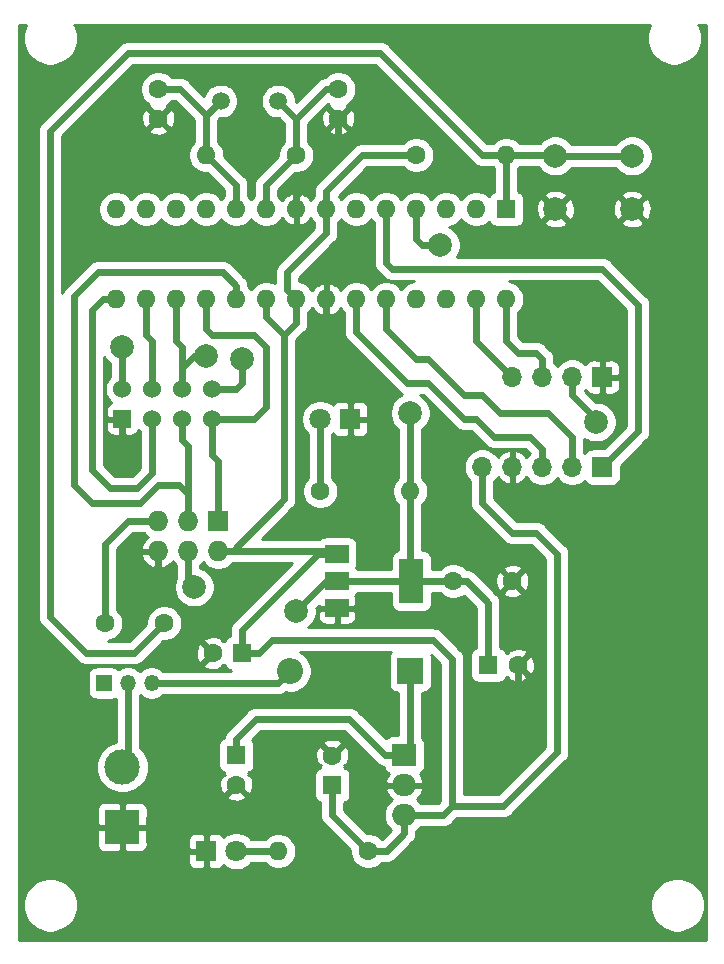
<source format=gbr>
G04 #@! TF.GenerationSoftware,KiCad,Pcbnew,(5.1.5)-3*
G04 #@! TF.CreationDate,2020-04-07T22:10:48+03:00*
G04 #@! TF.ProjectId,Nrf24 Based Car Controller,4e726632-3420-4426-9173-656420436172,v.1.0*
G04 #@! TF.SameCoordinates,Original*
G04 #@! TF.FileFunction,Copper,L2,Bot*
G04 #@! TF.FilePolarity,Positive*
%FSLAX46Y46*%
G04 Gerber Fmt 4.6, Leading zero omitted, Abs format (unit mm)*
G04 Created by KiCad (PCBNEW (5.1.5)-3) date 2020-04-07 22:10:48*
%MOMM*%
%LPD*%
G04 APERTURE LIST*
%ADD10O,1.350000X1.350000*%
%ADD11R,1.350000X1.350000*%
%ADD12C,2.000000*%
%ADD13C,1.600000*%
%ADD14R,1.600000X1.600000*%
%ADD15R,2.200000X2.200000*%
%ADD16O,2.200000X2.200000*%
%ADD17R,1.800000X1.800000*%
%ADD18C,1.800000*%
%ADD19R,3.000000X3.000000*%
%ADD20C,3.000000*%
%ADD21R,1.700000X1.700000*%
%ADD22O,1.700000X1.700000*%
%ADD23R,1.727200X1.727200*%
%ADD24O,1.727200X1.727200*%
%ADD25O,1.600000X1.600000*%
%ADD26R,2.000000X3.800000*%
%ADD27R,2.000000X1.500000*%
%ADD28R,2.000000X1.905000*%
%ADD29O,2.000000X1.905000*%
%ADD30R,1.524000X1.524000*%
%ADD31C,1.524000*%
%ADD32C,1.500000*%
%ADD33C,0.600000*%
%ADD34C,0.254000*%
G04 APERTURE END LIST*
D10*
X113728000Y-75692000D03*
X111728000Y-75692000D03*
D11*
X109728000Y-75692000D03*
D12*
X154432000Y-31060000D03*
X154432000Y-35560000D03*
X147932000Y-31060000D03*
X147932000Y-35560000D03*
D13*
X118912000Y-73152000D03*
D14*
X121412000Y-73152000D03*
X120904000Y-81788000D03*
D13*
X120904000Y-84288000D03*
X144740000Y-74168000D03*
D14*
X142240000Y-74168000D03*
D13*
X144272000Y-67056000D03*
X139272000Y-67056000D03*
D14*
X129032000Y-84328000D03*
D13*
X129032000Y-81828000D03*
X129540000Y-27900000D03*
X129540000Y-25400000D03*
X114300000Y-25400000D03*
X114300000Y-27900000D03*
X109808000Y-70612000D03*
X114808000Y-70612000D03*
D15*
X135636000Y-74676000D03*
D16*
X125476000Y-74676000D03*
D17*
X130556000Y-53340000D03*
D18*
X128016000Y-53340000D03*
X120904000Y-89916000D03*
D17*
X118364000Y-89916000D03*
D19*
X111252000Y-87884000D03*
D20*
X111252000Y-82804000D03*
D21*
X151892000Y-57404000D03*
D22*
X149352000Y-57404000D03*
X146812000Y-57404000D03*
X144272000Y-57404000D03*
X141732000Y-57404000D03*
D21*
X151892000Y-49784000D03*
D22*
X149352000Y-49784000D03*
X146812000Y-49784000D03*
X144272000Y-49784000D03*
D23*
X119380000Y-61976000D03*
D24*
X119380000Y-64516000D03*
X116840000Y-61976000D03*
X116840000Y-64516000D03*
X114300000Y-61976000D03*
X114300000Y-64516000D03*
D25*
X135636000Y-59436000D03*
D13*
X128016000Y-59436000D03*
D25*
X124460000Y-89916000D03*
D13*
X132080000Y-89916000D03*
X136144000Y-30988000D03*
D25*
X143764000Y-30988000D03*
D13*
X125984000Y-30988000D03*
D25*
X118364000Y-30988000D03*
D26*
X135738000Y-67056000D03*
D27*
X129438000Y-67056000D03*
X129438000Y-64756000D03*
X129438000Y-69356000D03*
D28*
X135128000Y-81788000D03*
D29*
X135128000Y-84328000D03*
X135128000Y-86868000D03*
D14*
X143764000Y-35560000D03*
D25*
X110744000Y-43180000D03*
X141224000Y-35560000D03*
X113284000Y-43180000D03*
X138684000Y-35560000D03*
X115824000Y-43180000D03*
X136144000Y-35560000D03*
X118364000Y-43180000D03*
X133604000Y-35560000D03*
X120904000Y-43180000D03*
X131064000Y-35560000D03*
X123444000Y-43180000D03*
X128524000Y-35560000D03*
X125984000Y-43180000D03*
X125984000Y-35560000D03*
X128524000Y-43180000D03*
X123444000Y-35560000D03*
X131064000Y-43180000D03*
X120904000Y-35560000D03*
X133604000Y-43180000D03*
X118364000Y-35560000D03*
X136144000Y-43180000D03*
X115824000Y-35560000D03*
X138684000Y-43180000D03*
X113284000Y-35560000D03*
X141224000Y-43180000D03*
X110744000Y-35560000D03*
X143764000Y-43180000D03*
D30*
X111252000Y-53340000D03*
D31*
X111252000Y-50800000D03*
X113792000Y-53340000D03*
X113792000Y-50800000D03*
X116332000Y-53340000D03*
X116332000Y-50800000D03*
X118872000Y-53340000D03*
X118872000Y-50800000D03*
D32*
X124460000Y-26416000D03*
X119580000Y-26416000D03*
D12*
X151892000Y-45212000D03*
X157734000Y-45212000D03*
X111252000Y-56642000D03*
X112776000Y-67310000D03*
X133350000Y-27940000D03*
X143002000Y-25908000D03*
X143510000Y-80772000D03*
X149860000Y-85090000D03*
X128524000Y-48260000D03*
X150876000Y-62992000D03*
X135636000Y-52832000D03*
X111252000Y-47244000D03*
X125984000Y-69596000D03*
X151384000Y-53594000D03*
X117348000Y-67564000D03*
X118364000Y-48006000D03*
X121412000Y-48260000D03*
X138176000Y-38608000D03*
D33*
X143764000Y-30988000D02*
X143764000Y-35560000D01*
X147860000Y-30988000D02*
X147932000Y-31060000D01*
X143764000Y-30988000D02*
X147860000Y-30988000D01*
X149346213Y-31060000D02*
X154432000Y-31060000D01*
X147932000Y-31060000D02*
X149346213Y-31060000D01*
X141732000Y-30988000D02*
X143764000Y-30988000D01*
X105156000Y-70104000D02*
X105156000Y-28956000D01*
X112268000Y-73152000D02*
X108204000Y-73152000D01*
X105156000Y-28956000D02*
X111760000Y-22352000D01*
X108204000Y-73152000D02*
X105156000Y-70104000D01*
X133096000Y-22352000D02*
X141732000Y-30988000D01*
X114808000Y-70612000D02*
X112268000Y-73152000D01*
X111760000Y-22352000D02*
X133096000Y-22352000D01*
X111252000Y-53340000D02*
X111252000Y-56642000D01*
X114300000Y-65786000D02*
X114300000Y-64516000D01*
X112776000Y-67310000D02*
X114300000Y-65786000D01*
X129540000Y-29031370D02*
X129540000Y-27900000D01*
X129540000Y-30872630D02*
X129540000Y-29031370D01*
X125984000Y-34428630D02*
X129540000Y-30872630D01*
X125984000Y-35560000D02*
X125984000Y-34428630D01*
X144740000Y-74168000D02*
X144740000Y-79542000D01*
X144740000Y-79542000D02*
X143510000Y-80772000D01*
X133310000Y-27900000D02*
X133350000Y-27940000D01*
X128524000Y-43180000D02*
X128524000Y-44311370D01*
X128524000Y-44311370D02*
X128524000Y-48260000D01*
X135128000Y-88420500D02*
X133632500Y-89916000D01*
X135128000Y-86868000D02*
X135128000Y-88420500D01*
X133632500Y-89916000D02*
X132080000Y-89916000D01*
X129032000Y-86868000D02*
X132080000Y-89916000D01*
X129032000Y-84328000D02*
X129032000Y-86868000D01*
X129198000Y-64516000D02*
X129438000Y-64756000D01*
X119380000Y-64516000D02*
X129198000Y-64516000D01*
X125984000Y-43180000D02*
X125984000Y-45212000D01*
X125984000Y-45212000D02*
X124968000Y-46228000D01*
X124968000Y-60149314D02*
X120601314Y-64516000D01*
X120601314Y-64516000D02*
X119380000Y-64516000D01*
X124968000Y-46228000D02*
X124968000Y-60149314D01*
X125184001Y-42380001D02*
X125184001Y-40931999D01*
X125984000Y-43180000D02*
X125184001Y-42380001D01*
X128524000Y-37592000D02*
X128524000Y-35560000D01*
X125184001Y-40931999D02*
X128524000Y-37592000D01*
X131572000Y-30988000D02*
X136144000Y-30988000D01*
X128524000Y-35560000D02*
X128524000Y-34036000D01*
X128524000Y-34036000D02*
X131572000Y-30988000D01*
X123444000Y-44704000D02*
X124968000Y-46228000D01*
X123444000Y-43180000D02*
X123444000Y-44704000D01*
X127838000Y-64756000D02*
X129438000Y-64756000D01*
X121412000Y-71182000D02*
X127838000Y-64756000D01*
X121412000Y-73152000D02*
X121412000Y-71182000D01*
X122812000Y-73152000D02*
X123952000Y-72012000D01*
X121412000Y-73152000D02*
X122812000Y-73152000D01*
X123952000Y-72012000D02*
X137544000Y-72012000D01*
X137544000Y-72012000D02*
X139192000Y-73660000D01*
X139192000Y-73660000D02*
X139192000Y-86106000D01*
X138430000Y-86868000D02*
X135128000Y-86868000D01*
X139192000Y-86106000D02*
X138430000Y-86868000D01*
X143510000Y-86106000D02*
X139192000Y-86106000D01*
X148082000Y-81534000D02*
X143510000Y-86106000D01*
X141732000Y-60452000D02*
X144272000Y-62992000D01*
X141732000Y-57404000D02*
X141732000Y-60452000D01*
X144272000Y-62992000D02*
X146304000Y-62992000D01*
X146304000Y-62992000D02*
X148082000Y-64770000D01*
X148082000Y-64770000D02*
X148082000Y-81534000D01*
X120904000Y-80388000D02*
X120904000Y-81788000D01*
X122552000Y-78740000D02*
X120904000Y-80388000D01*
X130480000Y-78740000D02*
X122552000Y-78740000D01*
X133528000Y-81788000D02*
X130480000Y-78740000D01*
X135128000Y-81788000D02*
X133528000Y-81788000D01*
X135636000Y-81280000D02*
X135128000Y-81788000D01*
X135636000Y-74676000D02*
X135636000Y-81280000D01*
X139272000Y-67056000D02*
X135738000Y-67056000D01*
X129438000Y-67056000D02*
X135738000Y-67056000D01*
X135636000Y-66954000D02*
X135738000Y-67056000D01*
X135636000Y-59436000D02*
X135636000Y-66954000D01*
X142240000Y-68892630D02*
X142240000Y-72768000D01*
X140403370Y-67056000D02*
X142240000Y-68892630D01*
X142240000Y-72768000D02*
X142240000Y-74168000D01*
X139272000Y-67056000D02*
X140403370Y-67056000D01*
X111252000Y-50800000D02*
X111252000Y-47244000D01*
X128524000Y-67056000D02*
X129438000Y-67056000D01*
X125984000Y-69596000D02*
X128524000Y-67056000D01*
X149352000Y-49784000D02*
X149352000Y-51308000D01*
X149352000Y-51308000D02*
X151384000Y-53340000D01*
X151384000Y-53340000D02*
X151384000Y-53594000D01*
X135636000Y-58304630D02*
X135636000Y-52832000D01*
X135636000Y-59436000D02*
X135636000Y-58304630D01*
X123444000Y-33528000D02*
X125984000Y-30988000D01*
X123444000Y-35560000D02*
X123444000Y-33528000D01*
X125984000Y-27940000D02*
X124460000Y-26416000D01*
X125984000Y-30988000D02*
X125984000Y-27940000D01*
X129540000Y-25400000D02*
X128524000Y-25400000D01*
X128524000Y-25400000D02*
X126492000Y-27432000D01*
X126492000Y-27432000D02*
X125984000Y-27940000D01*
X120904000Y-33528000D02*
X118364000Y-30988000D01*
X120904000Y-35560000D02*
X120904000Y-33528000D01*
X118364000Y-27632000D02*
X119580000Y-26416000D01*
X118364000Y-30988000D02*
X118364000Y-27632000D01*
X116132000Y-25400000D02*
X118364000Y-27632000D01*
X114300000Y-25400000D02*
X116132000Y-25400000D01*
X109808000Y-63928000D02*
X109808000Y-70612000D01*
X114300000Y-61976000D02*
X111760000Y-61976000D01*
X111760000Y-61976000D02*
X109808000Y-63928000D01*
X124460000Y-75692000D02*
X125476000Y-74676000D01*
X113728000Y-75692000D02*
X124460000Y-75692000D01*
X128016000Y-59436000D02*
X128016000Y-53340000D01*
X124460000Y-89916000D02*
X120904000Y-89916000D01*
X111728000Y-82328000D02*
X111252000Y-82804000D01*
X111728000Y-75692000D02*
X111728000Y-82328000D01*
X154940000Y-54356000D02*
X151892000Y-57404000D01*
X154940000Y-43688000D02*
X154940000Y-54356000D01*
X133604000Y-35560000D02*
X133604000Y-40132000D01*
X134112000Y-40640000D02*
X151892000Y-40640000D01*
X133604000Y-40132000D02*
X134112000Y-40640000D01*
X151892000Y-40640000D02*
X154940000Y-43688000D01*
X149352000Y-54864000D02*
X149352000Y-57404000D01*
X143256000Y-52832000D02*
X147320000Y-52832000D01*
X133604000Y-43180000D02*
X133604000Y-45720000D01*
X147320000Y-52832000D02*
X149352000Y-54864000D01*
X136144000Y-48260000D02*
X137160000Y-48260000D01*
X141732000Y-51308000D02*
X143256000Y-52832000D01*
X137160000Y-48260000D02*
X140208000Y-51308000D01*
X133604000Y-45720000D02*
X136144000Y-48260000D01*
X140208000Y-51308000D02*
X141732000Y-51308000D01*
X137160000Y-50292000D02*
X135382000Y-50292000D01*
X135382000Y-50292000D02*
X131064000Y-45974000D01*
X140208000Y-53340000D02*
X137160000Y-50292000D01*
X146812000Y-55880000D02*
X145796000Y-54864000D01*
X141224000Y-53340000D02*
X140208000Y-53340000D01*
X142748000Y-54864000D02*
X141224000Y-53340000D01*
X131064000Y-45974000D02*
X131064000Y-43180000D01*
X146812000Y-57404000D02*
X146812000Y-55880000D01*
X145796000Y-54864000D02*
X142748000Y-54864000D01*
X146304000Y-47752000D02*
X146812000Y-48260000D01*
X144780000Y-47752000D02*
X146304000Y-47752000D01*
X143764000Y-43180000D02*
X143764000Y-46736000D01*
X146812000Y-48260000D02*
X146812000Y-49784000D01*
X143764000Y-46736000D02*
X144780000Y-47752000D01*
X141224000Y-46736000D02*
X144272000Y-49784000D01*
X141224000Y-43180000D02*
X141224000Y-46736000D01*
X118872000Y-53340000D02*
X118872000Y-56388000D01*
X119380000Y-56896000D02*
X119380000Y-61976000D01*
X118872000Y-56388000D02*
X119380000Y-56896000D01*
X122428000Y-53340000D02*
X118872000Y-53340000D01*
X123444000Y-52324000D02*
X122428000Y-53340000D01*
X118364000Y-45720000D02*
X118872000Y-46228000D01*
X118364000Y-43180000D02*
X118364000Y-45720000D01*
X118872000Y-46228000D02*
X122428000Y-46228000D01*
X122428000Y-46228000D02*
X123444000Y-47244000D01*
X123444000Y-47244000D02*
X123444000Y-52324000D01*
X116332000Y-53340000D02*
X116332000Y-55118000D01*
X116332000Y-55118000D02*
X116840000Y-55626000D01*
X116078000Y-58928000D02*
X116840000Y-59690000D01*
X120904000Y-42048630D02*
X119749370Y-40894000D01*
X120904000Y-43180000D02*
X120904000Y-42048630D01*
X109220000Y-40894000D02*
X107188000Y-42926000D01*
X116840000Y-59690000D02*
X116840000Y-61976000D01*
X119749370Y-40894000D02*
X109220000Y-40894000D01*
X107188000Y-42926000D02*
X107188000Y-58928000D01*
X116840000Y-55626000D02*
X116840000Y-59690000D01*
X114300000Y-58928000D02*
X116078000Y-58928000D01*
X107188000Y-58928000D02*
X108712000Y-60452000D01*
X108712000Y-60452000D02*
X112776000Y-60452000D01*
X112776000Y-60452000D02*
X114300000Y-58928000D01*
X116332000Y-47244000D02*
X115824000Y-46736000D01*
X115824000Y-46736000D02*
X115824000Y-43180000D01*
X116840000Y-65737314D02*
X116840000Y-67056000D01*
X116840000Y-64516000D02*
X116840000Y-65737314D01*
X116840000Y-67056000D02*
X117348000Y-67564000D01*
X118364000Y-48006000D02*
X117348000Y-48006000D01*
X116586000Y-48768000D02*
X116332000Y-48768000D01*
X116332000Y-50800000D02*
X116332000Y-48768000D01*
X117348000Y-48006000D02*
X116586000Y-48768000D01*
X116332000Y-48768000D02*
X116332000Y-47244000D01*
X112522000Y-59182000D02*
X113792000Y-57912000D01*
X109612630Y-43180000D02*
X108712000Y-44080630D01*
X113792000Y-57912000D02*
X113792000Y-53340000D01*
X108712000Y-44080630D02*
X108712000Y-57658000D01*
X110744000Y-43180000D02*
X109612630Y-43180000D01*
X108712000Y-57658000D02*
X110236000Y-59182000D01*
X110236000Y-59182000D02*
X112522000Y-59182000D01*
X113792000Y-50800000D02*
X113792000Y-46736000D01*
X113792000Y-46736000D02*
X113284000Y-46228000D01*
X113284000Y-46228000D02*
X113284000Y-43180000D01*
X136652000Y-38608000D02*
X138176000Y-38608000D01*
X136144000Y-35560000D02*
X136144000Y-38100000D01*
X136144000Y-38100000D02*
X136652000Y-38608000D01*
X120904000Y-50800000D02*
X118872000Y-50800000D01*
X121412000Y-48260000D02*
X121412000Y-50292000D01*
X121412000Y-50292000D02*
X120904000Y-50800000D01*
D34*
G36*
X103093840Y-19979752D02*
G01*
X102918426Y-20403239D01*
X102829000Y-20852811D01*
X102829000Y-21311189D01*
X102918426Y-21760761D01*
X103093840Y-22184248D01*
X103348501Y-22565376D01*
X103672624Y-22889499D01*
X104053752Y-23144160D01*
X104477239Y-23319574D01*
X104926811Y-23409000D01*
X105385189Y-23409000D01*
X105834761Y-23319574D01*
X106258248Y-23144160D01*
X106639376Y-22889499D01*
X106963499Y-22565376D01*
X107218160Y-22184248D01*
X107393574Y-21760761D01*
X107483000Y-21311189D01*
X107483000Y-20852811D01*
X107393574Y-20403239D01*
X107218160Y-19979752D01*
X107190930Y-19939000D01*
X155953070Y-19939000D01*
X155925840Y-19979752D01*
X155750426Y-20403239D01*
X155661000Y-20852811D01*
X155661000Y-21311189D01*
X155750426Y-21760761D01*
X155925840Y-22184248D01*
X156180501Y-22565376D01*
X156504624Y-22889499D01*
X156885752Y-23144160D01*
X157309239Y-23319574D01*
X157758811Y-23409000D01*
X158217189Y-23409000D01*
X158666761Y-23319574D01*
X159090248Y-23144160D01*
X159471376Y-22889499D01*
X159795499Y-22565376D01*
X160050160Y-22184248D01*
X160225574Y-21760761D01*
X160315000Y-21311189D01*
X160315000Y-20852811D01*
X160225574Y-20403239D01*
X160050160Y-19979752D01*
X160022930Y-19939000D01*
X160655000Y-19939000D01*
X160655000Y-97409000D01*
X102489000Y-97409000D01*
X102489000Y-94258811D01*
X102829000Y-94258811D01*
X102829000Y-94717189D01*
X102918426Y-95166761D01*
X103093840Y-95590248D01*
X103348501Y-95971376D01*
X103672624Y-96295499D01*
X104053752Y-96550160D01*
X104477239Y-96725574D01*
X104926811Y-96815000D01*
X105385189Y-96815000D01*
X105834761Y-96725574D01*
X106258248Y-96550160D01*
X106639376Y-96295499D01*
X106963499Y-95971376D01*
X107218160Y-95590248D01*
X107393574Y-95166761D01*
X107483000Y-94717189D01*
X107483000Y-94258811D01*
X155915000Y-94258811D01*
X155915000Y-94717189D01*
X156004426Y-95166761D01*
X156179840Y-95590248D01*
X156434501Y-95971376D01*
X156758624Y-96295499D01*
X157139752Y-96550160D01*
X157563239Y-96725574D01*
X158012811Y-96815000D01*
X158471189Y-96815000D01*
X158920761Y-96725574D01*
X159344248Y-96550160D01*
X159725376Y-96295499D01*
X160049499Y-95971376D01*
X160304160Y-95590248D01*
X160479574Y-95166761D01*
X160569000Y-94717189D01*
X160569000Y-94258811D01*
X160479574Y-93809239D01*
X160304160Y-93385752D01*
X160049499Y-93004624D01*
X159725376Y-92680501D01*
X159344248Y-92425840D01*
X158920761Y-92250426D01*
X158471189Y-92161000D01*
X158012811Y-92161000D01*
X157563239Y-92250426D01*
X157139752Y-92425840D01*
X156758624Y-92680501D01*
X156434501Y-93004624D01*
X156179840Y-93385752D01*
X156004426Y-93809239D01*
X155915000Y-94258811D01*
X107483000Y-94258811D01*
X107393574Y-93809239D01*
X107218160Y-93385752D01*
X106963499Y-93004624D01*
X106639376Y-92680501D01*
X106258248Y-92425840D01*
X105834761Y-92250426D01*
X105385189Y-92161000D01*
X104926811Y-92161000D01*
X104477239Y-92250426D01*
X104053752Y-92425840D01*
X103672624Y-92680501D01*
X103348501Y-93004624D01*
X103093840Y-93385752D01*
X102918426Y-93809239D01*
X102829000Y-94258811D01*
X102489000Y-94258811D01*
X102489000Y-90816000D01*
X116825928Y-90816000D01*
X116838188Y-90940482D01*
X116874498Y-91060180D01*
X116933463Y-91170494D01*
X117012815Y-91267185D01*
X117109506Y-91346537D01*
X117219820Y-91405502D01*
X117339518Y-91441812D01*
X117464000Y-91454072D01*
X118078250Y-91451000D01*
X118237000Y-91292250D01*
X118237000Y-90043000D01*
X116987750Y-90043000D01*
X116829000Y-90201750D01*
X116825928Y-90816000D01*
X102489000Y-90816000D01*
X102489000Y-89384000D01*
X109113928Y-89384000D01*
X109126188Y-89508482D01*
X109162498Y-89628180D01*
X109221463Y-89738494D01*
X109300815Y-89835185D01*
X109397506Y-89914537D01*
X109507820Y-89973502D01*
X109627518Y-90009812D01*
X109752000Y-90022072D01*
X110966250Y-90019000D01*
X111125000Y-89860250D01*
X111125000Y-88011000D01*
X111379000Y-88011000D01*
X111379000Y-89860250D01*
X111537750Y-90019000D01*
X112752000Y-90022072D01*
X112876482Y-90009812D01*
X112996180Y-89973502D01*
X113106494Y-89914537D01*
X113203185Y-89835185D01*
X113282537Y-89738494D01*
X113341502Y-89628180D01*
X113377812Y-89508482D01*
X113390072Y-89384000D01*
X113389141Y-89016000D01*
X116825928Y-89016000D01*
X116829000Y-89630250D01*
X116987750Y-89789000D01*
X118237000Y-89789000D01*
X118237000Y-88539750D01*
X118491000Y-88539750D01*
X118491000Y-89789000D01*
X118511000Y-89789000D01*
X118511000Y-90043000D01*
X118491000Y-90043000D01*
X118491000Y-91292250D01*
X118649750Y-91451000D01*
X119264000Y-91454072D01*
X119388482Y-91441812D01*
X119508180Y-91405502D01*
X119618494Y-91346537D01*
X119715185Y-91267185D01*
X119794537Y-91170494D01*
X119816493Y-91129418D01*
X119866848Y-91179773D01*
X120133327Y-91357828D01*
X120429422Y-91480475D01*
X120743755Y-91543000D01*
X121064245Y-91543000D01*
X121378578Y-91480475D01*
X121674673Y-91357828D01*
X121941152Y-91179773D01*
X122167773Y-90953152D01*
X122174556Y-90943000D01*
X123327495Y-90943000D01*
X123486594Y-91102099D01*
X123736694Y-91269210D01*
X124014590Y-91384319D01*
X124309604Y-91443000D01*
X124610396Y-91443000D01*
X124905410Y-91384319D01*
X125183306Y-91269210D01*
X125433406Y-91102099D01*
X125646099Y-90889406D01*
X125813210Y-90639306D01*
X125928319Y-90361410D01*
X125987000Y-90066396D01*
X125987000Y-89765604D01*
X125928319Y-89470590D01*
X125813210Y-89192694D01*
X125646099Y-88942594D01*
X125433406Y-88729901D01*
X125183306Y-88562790D01*
X124905410Y-88447681D01*
X124610396Y-88389000D01*
X124309604Y-88389000D01*
X124014590Y-88447681D01*
X123736694Y-88562790D01*
X123486594Y-88729901D01*
X123327495Y-88889000D01*
X122174556Y-88889000D01*
X122167773Y-88878848D01*
X121941152Y-88652227D01*
X121674673Y-88474172D01*
X121378578Y-88351525D01*
X121064245Y-88289000D01*
X120743755Y-88289000D01*
X120429422Y-88351525D01*
X120133327Y-88474172D01*
X119866848Y-88652227D01*
X119816493Y-88702582D01*
X119794537Y-88661506D01*
X119715185Y-88564815D01*
X119618494Y-88485463D01*
X119508180Y-88426498D01*
X119388482Y-88390188D01*
X119264000Y-88377928D01*
X118649750Y-88381000D01*
X118491000Y-88539750D01*
X118237000Y-88539750D01*
X118078250Y-88381000D01*
X117464000Y-88377928D01*
X117339518Y-88390188D01*
X117219820Y-88426498D01*
X117109506Y-88485463D01*
X117012815Y-88564815D01*
X116933463Y-88661506D01*
X116874498Y-88771820D01*
X116838188Y-88891518D01*
X116825928Y-89016000D01*
X113389141Y-89016000D01*
X113387000Y-88169750D01*
X113228250Y-88011000D01*
X111379000Y-88011000D01*
X111125000Y-88011000D01*
X109275750Y-88011000D01*
X109117000Y-88169750D01*
X109113928Y-89384000D01*
X102489000Y-89384000D01*
X102489000Y-86384000D01*
X109113928Y-86384000D01*
X109117000Y-87598250D01*
X109275750Y-87757000D01*
X111125000Y-87757000D01*
X111125000Y-85907750D01*
X111379000Y-85907750D01*
X111379000Y-87757000D01*
X113228250Y-87757000D01*
X113387000Y-87598250D01*
X113390072Y-86384000D01*
X113377812Y-86259518D01*
X113341502Y-86139820D01*
X113282537Y-86029506D01*
X113203185Y-85932815D01*
X113106494Y-85853463D01*
X112996180Y-85794498D01*
X112876482Y-85758188D01*
X112752000Y-85745928D01*
X111537750Y-85749000D01*
X111379000Y-85907750D01*
X111125000Y-85907750D01*
X110966250Y-85749000D01*
X109752000Y-85745928D01*
X109627518Y-85758188D01*
X109507820Y-85794498D01*
X109397506Y-85853463D01*
X109300815Y-85932815D01*
X109221463Y-86029506D01*
X109162498Y-86139820D01*
X109126188Y-86259518D01*
X109113928Y-86384000D01*
X102489000Y-86384000D01*
X102489000Y-85280702D01*
X120090903Y-85280702D01*
X120162486Y-85524671D01*
X120417996Y-85645571D01*
X120692184Y-85714300D01*
X120974512Y-85728217D01*
X121254130Y-85686787D01*
X121520292Y-85591603D01*
X121645514Y-85524671D01*
X121717097Y-85280702D01*
X120904000Y-84467605D01*
X120090903Y-85280702D01*
X102489000Y-85280702D01*
X102489000Y-28956000D01*
X104124032Y-28956000D01*
X104129001Y-29006451D01*
X104129000Y-70053559D01*
X104124032Y-70104000D01*
X104129000Y-70154441D01*
X104129000Y-70154450D01*
X104143860Y-70305326D01*
X104202585Y-70498916D01*
X104297949Y-70677331D01*
X104426288Y-70833712D01*
X104465481Y-70865877D01*
X107442128Y-73842525D01*
X107474288Y-73881712D01*
X107630669Y-74010051D01*
X107809083Y-74105415D01*
X108002673Y-74164140D01*
X108153549Y-74179000D01*
X108153559Y-74179000D01*
X108204000Y-74183968D01*
X108254441Y-74179000D01*
X112217559Y-74179000D01*
X112268000Y-74183968D01*
X112318441Y-74179000D01*
X112318451Y-74179000D01*
X112469327Y-74164140D01*
X112662917Y-74105415D01*
X112841331Y-74010051D01*
X112997712Y-73881712D01*
X113029877Y-73842519D01*
X113649884Y-73222512D01*
X117471783Y-73222512D01*
X117513213Y-73502130D01*
X117608397Y-73768292D01*
X117675329Y-73893514D01*
X117919298Y-73965097D01*
X118732395Y-73152000D01*
X117919298Y-72338903D01*
X117675329Y-72410486D01*
X117554429Y-72665996D01*
X117485700Y-72940184D01*
X117471783Y-73222512D01*
X113649884Y-73222512D01*
X114733397Y-72139000D01*
X114958396Y-72139000D01*
X115253410Y-72080319D01*
X115531306Y-71965210D01*
X115781406Y-71798099D01*
X115994099Y-71585406D01*
X116161210Y-71335306D01*
X116276319Y-71057410D01*
X116335000Y-70762396D01*
X116335000Y-70461604D01*
X116276319Y-70166590D01*
X116161210Y-69888694D01*
X115994099Y-69638594D01*
X115781406Y-69425901D01*
X115531306Y-69258790D01*
X115253410Y-69143681D01*
X114958396Y-69085000D01*
X114657604Y-69085000D01*
X114362590Y-69143681D01*
X114084694Y-69258790D01*
X113834594Y-69425901D01*
X113621901Y-69638594D01*
X113454790Y-69888694D01*
X113339681Y-70166590D01*
X113281000Y-70461604D01*
X113281000Y-70686603D01*
X111842604Y-72125000D01*
X110028780Y-72125000D01*
X110253410Y-72080319D01*
X110531306Y-71965210D01*
X110781406Y-71798099D01*
X110994099Y-71585406D01*
X111161210Y-71335306D01*
X111276319Y-71057410D01*
X111335000Y-70762396D01*
X111335000Y-70461604D01*
X111276319Y-70166590D01*
X111161210Y-69888694D01*
X110994099Y-69638594D01*
X110835000Y-69479495D01*
X110835000Y-64875027D01*
X112845037Y-64875027D01*
X112943036Y-65151978D01*
X113093183Y-65404488D01*
X113289707Y-65622854D01*
X113525056Y-65798684D01*
X113790186Y-65925222D01*
X113940974Y-65970958D01*
X114173000Y-65849817D01*
X114173000Y-64643000D01*
X112965536Y-64643000D01*
X112845037Y-64875027D01*
X110835000Y-64875027D01*
X110835000Y-64353396D01*
X112185397Y-63003000D01*
X113077552Y-63003000D01*
X113286052Y-63211500D01*
X113427633Y-63306101D01*
X113289707Y-63409146D01*
X113093183Y-63627512D01*
X112943036Y-63880022D01*
X112845037Y-64156973D01*
X112965536Y-64389000D01*
X114173000Y-64389000D01*
X114173000Y-64369000D01*
X114427000Y-64369000D01*
X114427000Y-64389000D01*
X114447000Y-64389000D01*
X114447000Y-64643000D01*
X114427000Y-64643000D01*
X114427000Y-65849817D01*
X114659026Y-65970958D01*
X114809814Y-65925222D01*
X115074944Y-65798684D01*
X115310293Y-65622854D01*
X115506817Y-65404488D01*
X115513340Y-65393518D01*
X115604500Y-65529948D01*
X115813000Y-65738448D01*
X115813001Y-66756949D01*
X115687368Y-67060253D01*
X115621000Y-67393905D01*
X115621000Y-67734095D01*
X115687368Y-68067747D01*
X115817553Y-68382041D01*
X116006552Y-68664898D01*
X116247102Y-68905448D01*
X116529959Y-69094447D01*
X116844253Y-69224632D01*
X117177905Y-69291000D01*
X117518095Y-69291000D01*
X117851747Y-69224632D01*
X118166041Y-69094447D01*
X118448898Y-68905448D01*
X118689448Y-68664898D01*
X118878447Y-68382041D01*
X119008632Y-68067747D01*
X119075000Y-67734095D01*
X119075000Y-67393905D01*
X119008632Y-67060253D01*
X118878447Y-66745959D01*
X118689448Y-66463102D01*
X118448898Y-66222552D01*
X118166041Y-66033553D01*
X117867000Y-65909686D01*
X117867000Y-65738448D01*
X118075500Y-65529948D01*
X118110000Y-65478315D01*
X118144500Y-65529948D01*
X118366052Y-65751500D01*
X118626568Y-65925571D01*
X118916039Y-66045474D01*
X119223340Y-66106600D01*
X119536660Y-66106600D01*
X119843961Y-66045474D01*
X120133432Y-65925571D01*
X120393948Y-65751500D01*
X120597824Y-65547624D01*
X120601314Y-65547968D01*
X120651755Y-65543000D01*
X125598603Y-65543000D01*
X120721476Y-70420128D01*
X120682289Y-70452288D01*
X120650129Y-70491475D01*
X120650128Y-70491476D01*
X120553950Y-70608669D01*
X120458586Y-70787083D01*
X120399861Y-70980673D01*
X120380032Y-71182000D01*
X120385001Y-71232451D01*
X120385001Y-71661147D01*
X120332443Y-71677090D01*
X120206147Y-71744597D01*
X120095446Y-71835446D01*
X120004597Y-71946147D01*
X119937090Y-72072443D01*
X119921659Y-72123312D01*
X119841370Y-72043023D01*
X119725097Y-72159296D01*
X119653514Y-71915329D01*
X119398004Y-71794429D01*
X119123816Y-71725700D01*
X118841488Y-71711783D01*
X118561870Y-71753213D01*
X118295708Y-71848397D01*
X118170486Y-71915329D01*
X118098903Y-72159298D01*
X118912000Y-72972395D01*
X118926143Y-72958253D01*
X119105748Y-73137858D01*
X119091605Y-73152000D01*
X119105748Y-73166143D01*
X118926143Y-73345748D01*
X118912000Y-73331605D01*
X118098903Y-74144702D01*
X118170486Y-74388671D01*
X118425996Y-74509571D01*
X118700184Y-74578300D01*
X118982512Y-74592217D01*
X119262130Y-74550787D01*
X119528292Y-74455603D01*
X119653514Y-74388671D01*
X119725097Y-74144704D01*
X119841370Y-74260977D01*
X119921659Y-74180688D01*
X119937090Y-74231557D01*
X120004597Y-74357853D01*
X120095446Y-74468554D01*
X120206147Y-74559403D01*
X120332443Y-74626910D01*
X120458011Y-74665000D01*
X114683728Y-74665000D01*
X114621723Y-74602995D01*
X114392096Y-74449563D01*
X114136948Y-74343878D01*
X113866085Y-74290000D01*
X113589915Y-74290000D01*
X113319052Y-74343878D01*
X113063904Y-74449563D01*
X112834277Y-74602995D01*
X112728000Y-74709272D01*
X112621723Y-74602995D01*
X112392096Y-74449563D01*
X112136948Y-74343878D01*
X111866085Y-74290000D01*
X111589915Y-74290000D01*
X111319052Y-74343878D01*
X111063904Y-74449563D01*
X110943707Y-74529876D01*
X110919554Y-74500446D01*
X110808853Y-74409597D01*
X110682557Y-74342090D01*
X110545517Y-74300520D01*
X110403000Y-74286483D01*
X109053000Y-74286483D01*
X108910483Y-74300520D01*
X108773443Y-74342090D01*
X108647147Y-74409597D01*
X108536446Y-74500446D01*
X108445597Y-74611147D01*
X108378090Y-74737443D01*
X108336520Y-74874483D01*
X108322483Y-75017000D01*
X108322483Y-76367000D01*
X108336520Y-76509517D01*
X108378090Y-76646557D01*
X108445597Y-76772853D01*
X108536446Y-76883554D01*
X108647147Y-76974403D01*
X108773443Y-77041910D01*
X108910483Y-77083480D01*
X109053000Y-77097517D01*
X110403000Y-77097517D01*
X110545517Y-77083480D01*
X110682557Y-77041910D01*
X110701000Y-77032052D01*
X110701001Y-80642971D01*
X110602408Y-80662582D01*
X110197120Y-80830458D01*
X109832370Y-81074176D01*
X109522176Y-81384370D01*
X109278458Y-81749120D01*
X109110582Y-82154408D01*
X109025000Y-82584660D01*
X109025000Y-83023340D01*
X109110582Y-83453592D01*
X109278458Y-83858880D01*
X109522176Y-84223630D01*
X109832370Y-84533824D01*
X110197120Y-84777542D01*
X110602408Y-84945418D01*
X111032660Y-85031000D01*
X111471340Y-85031000D01*
X111901592Y-84945418D01*
X112306880Y-84777542D01*
X112671630Y-84533824D01*
X112981824Y-84223630D01*
X113225542Y-83858880D01*
X113393418Y-83453592D01*
X113479000Y-83023340D01*
X113479000Y-82584660D01*
X113393418Y-82154408D01*
X113225542Y-81749120D01*
X112981824Y-81384370D01*
X112755000Y-81157546D01*
X112755000Y-76701728D01*
X112834277Y-76781005D01*
X113063904Y-76934437D01*
X113319052Y-77040122D01*
X113589915Y-77094000D01*
X113866085Y-77094000D01*
X114136948Y-77040122D01*
X114392096Y-76934437D01*
X114621723Y-76781005D01*
X114683728Y-76719000D01*
X124409559Y-76719000D01*
X124460000Y-76723968D01*
X124510441Y-76719000D01*
X124510451Y-76719000D01*
X124661327Y-76704140D01*
X124854917Y-76645415D01*
X125033331Y-76550051D01*
X125130733Y-76470115D01*
X125296056Y-76503000D01*
X125655944Y-76503000D01*
X126008916Y-76432789D01*
X126341409Y-76295066D01*
X126640645Y-76095124D01*
X126895124Y-75840645D01*
X127095066Y-75541409D01*
X127232789Y-75208916D01*
X127303000Y-74855944D01*
X127303000Y-74496056D01*
X127232789Y-74143084D01*
X127095066Y-73810591D01*
X126895124Y-73511355D01*
X126640645Y-73256876D01*
X126341409Y-73056934D01*
X126298112Y-73039000D01*
X134044360Y-73039000D01*
X134019446Y-73059446D01*
X133928597Y-73170147D01*
X133861090Y-73296443D01*
X133819520Y-73433483D01*
X133805483Y-73576000D01*
X133805483Y-75776000D01*
X133819520Y-75918517D01*
X133861090Y-76055557D01*
X133928597Y-76181853D01*
X134019446Y-76292554D01*
X134130147Y-76383403D01*
X134256443Y-76450910D01*
X134393483Y-76492480D01*
X134536000Y-76506517D01*
X134609000Y-76506517D01*
X134609001Y-80104983D01*
X134128000Y-80104983D01*
X133985483Y-80119020D01*
X133848443Y-80160590D01*
X133722147Y-80228097D01*
X133611446Y-80318946D01*
X133566324Y-80373928D01*
X131241877Y-78049481D01*
X131209712Y-78010288D01*
X131053331Y-77881949D01*
X130874917Y-77786585D01*
X130681327Y-77727860D01*
X130530451Y-77713000D01*
X130530441Y-77713000D01*
X130480000Y-77708032D01*
X130429559Y-77713000D01*
X122602441Y-77713000D01*
X122552000Y-77708032D01*
X122501559Y-77713000D01*
X122501549Y-77713000D01*
X122350673Y-77727860D01*
X122157083Y-77786585D01*
X121978669Y-77881949D01*
X121822288Y-78010288D01*
X121790128Y-78049475D01*
X120213481Y-79626123D01*
X120174288Y-79658288D01*
X120045949Y-79814669D01*
X119950585Y-79993084D01*
X119891860Y-80186674D01*
X119881102Y-80295903D01*
X119824443Y-80313090D01*
X119698147Y-80380597D01*
X119587446Y-80471446D01*
X119496597Y-80582147D01*
X119429090Y-80708443D01*
X119387520Y-80845483D01*
X119373483Y-80988000D01*
X119373483Y-82588000D01*
X119387520Y-82730517D01*
X119429090Y-82867557D01*
X119496597Y-82993853D01*
X119587446Y-83104554D01*
X119698147Y-83195403D01*
X119824443Y-83262910D01*
X119875312Y-83278341D01*
X119795023Y-83358630D01*
X119911296Y-83474903D01*
X119667329Y-83546486D01*
X119546429Y-83801996D01*
X119477700Y-84076184D01*
X119463783Y-84358512D01*
X119505213Y-84638130D01*
X119600397Y-84904292D01*
X119667329Y-85029514D01*
X119911298Y-85101097D01*
X120724395Y-84288000D01*
X120710253Y-84273858D01*
X120889858Y-84094253D01*
X120904000Y-84108395D01*
X120918143Y-84094253D01*
X121097748Y-84273858D01*
X121083605Y-84288000D01*
X121896702Y-85101097D01*
X122140671Y-85029514D01*
X122261571Y-84774004D01*
X122330300Y-84499816D01*
X122344217Y-84217488D01*
X122302787Y-83937870D01*
X122207603Y-83671708D01*
X122140671Y-83546486D01*
X121896704Y-83474903D01*
X122012977Y-83358630D01*
X121932688Y-83278341D01*
X121983557Y-83262910D01*
X122109853Y-83195403D01*
X122220554Y-83104554D01*
X122311403Y-82993853D01*
X122378910Y-82867557D01*
X122420480Y-82730517D01*
X122434517Y-82588000D01*
X122434517Y-80988000D01*
X122420480Y-80845483D01*
X122417391Y-80835298D01*
X128218903Y-80835298D01*
X129032000Y-81648395D01*
X129845097Y-80835298D01*
X129773514Y-80591329D01*
X129518004Y-80470429D01*
X129243816Y-80401700D01*
X128961488Y-80387783D01*
X128681870Y-80429213D01*
X128415708Y-80524397D01*
X128290486Y-80591329D01*
X128218903Y-80835298D01*
X122417391Y-80835298D01*
X122378910Y-80708443D01*
X122311403Y-80582147D01*
X122244172Y-80500225D01*
X122977397Y-79767000D01*
X130054604Y-79767000D01*
X132766128Y-82478525D01*
X132798288Y-82517712D01*
X132954669Y-82646051D01*
X133133083Y-82741415D01*
X133326673Y-82800140D01*
X133404108Y-82807767D01*
X133411520Y-82883017D01*
X133453090Y-83020057D01*
X133520597Y-83146353D01*
X133611446Y-83257054D01*
X133722147Y-83347903D01*
X133806626Y-83393058D01*
X133752031Y-83461077D01*
X133608429Y-83736906D01*
X133537437Y-83955020D01*
X133657406Y-84201000D01*
X135001000Y-84201000D01*
X135001000Y-84181000D01*
X135255000Y-84181000D01*
X135255000Y-84201000D01*
X136598594Y-84201000D01*
X136718563Y-83955020D01*
X136647571Y-83736906D01*
X136503969Y-83461077D01*
X136449374Y-83393058D01*
X136533853Y-83347903D01*
X136644554Y-83257054D01*
X136735403Y-83146353D01*
X136802910Y-83020057D01*
X136844480Y-82883017D01*
X136858517Y-82740500D01*
X136858517Y-80835500D01*
X136844480Y-80692983D01*
X136802910Y-80555943D01*
X136735403Y-80429647D01*
X136663000Y-80341423D01*
X136663000Y-76506517D01*
X136736000Y-76506517D01*
X136878517Y-76492480D01*
X137015557Y-76450910D01*
X137141853Y-76383403D01*
X137252554Y-76292554D01*
X137343403Y-76181853D01*
X137410910Y-76055557D01*
X137452480Y-75918517D01*
X137466517Y-75776000D01*
X137466517Y-73576000D01*
X137452480Y-73433483D01*
X137426090Y-73346487D01*
X138165000Y-74085397D01*
X138165001Y-85680602D01*
X138004603Y-85841000D01*
X136505337Y-85841000D01*
X136368832Y-85674668D01*
X136195809Y-85532672D01*
X136309315Y-85437437D01*
X136503969Y-85194923D01*
X136647571Y-84919094D01*
X136718563Y-84700980D01*
X136598594Y-84455000D01*
X135255000Y-84455000D01*
X135255000Y-84475000D01*
X135001000Y-84475000D01*
X135001000Y-84455000D01*
X133657406Y-84455000D01*
X133537437Y-84700980D01*
X133608429Y-84919094D01*
X133752031Y-85194923D01*
X133946685Y-85437437D01*
X134060191Y-85532672D01*
X133887168Y-85674668D01*
X133677290Y-85930405D01*
X133521337Y-86222173D01*
X133425301Y-86538761D01*
X133392874Y-86868000D01*
X133425301Y-87197239D01*
X133521337Y-87513827D01*
X133677290Y-87805595D01*
X133887168Y-88061332D01*
X133968238Y-88127865D01*
X133209804Y-88886299D01*
X133053406Y-88729901D01*
X132803306Y-88562790D01*
X132525410Y-88447681D01*
X132230396Y-88389000D01*
X132005397Y-88389000D01*
X130059000Y-86442604D01*
X130059000Y-85818853D01*
X130111557Y-85802910D01*
X130237853Y-85735403D01*
X130348554Y-85644554D01*
X130439403Y-85533853D01*
X130506910Y-85407557D01*
X130548480Y-85270517D01*
X130562517Y-85128000D01*
X130562517Y-83528000D01*
X130548480Y-83385483D01*
X130506910Y-83248443D01*
X130439403Y-83122147D01*
X130348554Y-83011446D01*
X130237853Y-82920597D01*
X130111557Y-82853090D01*
X130060688Y-82837659D01*
X130140977Y-82757370D01*
X130024704Y-82641097D01*
X130268671Y-82569514D01*
X130389571Y-82314004D01*
X130458300Y-82039816D01*
X130472217Y-81757488D01*
X130430787Y-81477870D01*
X130335603Y-81211708D01*
X130268671Y-81086486D01*
X130024702Y-81014903D01*
X129211605Y-81828000D01*
X129225748Y-81842143D01*
X129046143Y-82021748D01*
X129032000Y-82007605D01*
X129017858Y-82021748D01*
X128838253Y-81842143D01*
X128852395Y-81828000D01*
X128039298Y-81014903D01*
X127795329Y-81086486D01*
X127674429Y-81341996D01*
X127605700Y-81616184D01*
X127591783Y-81898512D01*
X127633213Y-82178130D01*
X127728397Y-82444292D01*
X127795329Y-82569514D01*
X128039296Y-82641097D01*
X127923023Y-82757370D01*
X128003312Y-82837659D01*
X127952443Y-82853090D01*
X127826147Y-82920597D01*
X127715446Y-83011446D01*
X127624597Y-83122147D01*
X127557090Y-83248443D01*
X127515520Y-83385483D01*
X127501483Y-83528000D01*
X127501483Y-85128000D01*
X127515520Y-85270517D01*
X127557090Y-85407557D01*
X127624597Y-85533853D01*
X127715446Y-85644554D01*
X127826147Y-85735403D01*
X127952443Y-85802910D01*
X128005001Y-85818853D01*
X128005001Y-86817549D01*
X128000032Y-86868000D01*
X128005001Y-86918451D01*
X128019861Y-87069327D01*
X128078586Y-87262917D01*
X128173950Y-87441331D01*
X128302289Y-87597712D01*
X128341476Y-87629872D01*
X130553000Y-89841397D01*
X130553000Y-90066396D01*
X130611681Y-90361410D01*
X130726790Y-90639306D01*
X130893901Y-90889406D01*
X131106594Y-91102099D01*
X131356694Y-91269210D01*
X131634590Y-91384319D01*
X131929604Y-91443000D01*
X132230396Y-91443000D01*
X132525410Y-91384319D01*
X132803306Y-91269210D01*
X133053406Y-91102099D01*
X133212505Y-90943000D01*
X133582059Y-90943000D01*
X133632500Y-90947968D01*
X133682941Y-90943000D01*
X133682951Y-90943000D01*
X133833827Y-90928140D01*
X134027417Y-90869415D01*
X134205831Y-90774051D01*
X134362212Y-90645712D01*
X134394377Y-90606519D01*
X135818524Y-89182372D01*
X135857712Y-89150212D01*
X135986051Y-88993831D01*
X136081415Y-88815417D01*
X136140140Y-88621827D01*
X136155000Y-88470951D01*
X136155000Y-88470942D01*
X136159968Y-88420501D01*
X136155000Y-88370060D01*
X136155000Y-88236819D01*
X136368832Y-88061332D01*
X136505337Y-87895000D01*
X138379559Y-87895000D01*
X138430000Y-87899968D01*
X138480441Y-87895000D01*
X138480451Y-87895000D01*
X138631327Y-87880140D01*
X138824917Y-87821415D01*
X139003331Y-87726051D01*
X139159712Y-87597712D01*
X139191876Y-87558520D01*
X139617397Y-87133000D01*
X143459559Y-87133000D01*
X143510000Y-87137968D01*
X143560441Y-87133000D01*
X143560451Y-87133000D01*
X143711327Y-87118140D01*
X143904917Y-87059415D01*
X144083331Y-86964051D01*
X144239712Y-86835712D01*
X144271877Y-86796519D01*
X148772525Y-82295872D01*
X148811712Y-82263712D01*
X148940051Y-82107331D01*
X149035415Y-81928917D01*
X149094140Y-81735327D01*
X149109000Y-81584451D01*
X149109000Y-81584442D01*
X149113968Y-81534001D01*
X149109000Y-81483560D01*
X149109000Y-64820443D01*
X149113968Y-64770000D01*
X149109000Y-64719556D01*
X149109000Y-64719549D01*
X149094140Y-64568673D01*
X149035415Y-64375083D01*
X148940051Y-64196669D01*
X148878020Y-64121084D01*
X148843873Y-64079475D01*
X148843868Y-64079470D01*
X148811712Y-64040288D01*
X148772530Y-64008132D01*
X147065876Y-62301480D01*
X147033712Y-62262288D01*
X146877331Y-62133949D01*
X146698917Y-62038585D01*
X146505327Y-61979860D01*
X146354451Y-61965000D01*
X146354441Y-61965000D01*
X146304000Y-61960032D01*
X146253559Y-61965000D01*
X144697397Y-61965000D01*
X142759000Y-60026604D01*
X142759000Y-58607215D01*
X142956936Y-58409279D01*
X143059344Y-58256014D01*
X143076822Y-58285355D01*
X143271731Y-58501588D01*
X143505080Y-58675641D01*
X143767901Y-58800825D01*
X143915110Y-58845476D01*
X144145000Y-58724155D01*
X144145000Y-57531000D01*
X144125000Y-57531000D01*
X144125000Y-57277000D01*
X144145000Y-57277000D01*
X144145000Y-56083845D01*
X143915110Y-55962524D01*
X143767901Y-56007175D01*
X143505080Y-56132359D01*
X143271731Y-56306412D01*
X143076822Y-56522645D01*
X143059344Y-56551986D01*
X142956936Y-56398721D01*
X142737279Y-56179064D01*
X142478989Y-56006481D01*
X142191994Y-55887604D01*
X141887321Y-55827000D01*
X141576679Y-55827000D01*
X141272006Y-55887604D01*
X140985011Y-56006481D01*
X140726721Y-56179064D01*
X140507064Y-56398721D01*
X140334481Y-56657011D01*
X140215604Y-56944006D01*
X140155000Y-57248679D01*
X140155000Y-57559321D01*
X140215604Y-57863994D01*
X140334481Y-58150989D01*
X140507064Y-58409279D01*
X140705000Y-58607215D01*
X140705001Y-60401549D01*
X140700032Y-60452000D01*
X140705001Y-60502451D01*
X140719861Y-60653327D01*
X140778586Y-60846917D01*
X140873950Y-61025331D01*
X141002289Y-61181712D01*
X141041476Y-61213872D01*
X143510127Y-63682524D01*
X143542288Y-63721712D01*
X143698669Y-63850051D01*
X143844502Y-63928000D01*
X143871946Y-63942669D01*
X143877083Y-63945415D01*
X144070673Y-64004140D01*
X144221549Y-64019000D01*
X144221558Y-64019000D01*
X144271999Y-64023968D01*
X144322440Y-64019000D01*
X145878604Y-64019000D01*
X147055000Y-65195398D01*
X147055001Y-81108602D01*
X143084604Y-85079000D01*
X140219000Y-85079000D01*
X140219000Y-73710441D01*
X140223968Y-73660000D01*
X140219000Y-73609559D01*
X140219000Y-73609549D01*
X140204140Y-73458673D01*
X140145415Y-73265083D01*
X140050051Y-73086669D01*
X139921712Y-72930288D01*
X139882525Y-72898128D01*
X138305877Y-71321481D01*
X138273712Y-71282288D01*
X138117331Y-71153949D01*
X137938917Y-71058585D01*
X137745327Y-70999860D01*
X137594451Y-70985000D01*
X137594441Y-70985000D01*
X137544000Y-70980032D01*
X137493559Y-70985000D01*
X127013731Y-70985000D01*
X127084898Y-70937448D01*
X127325448Y-70696898D01*
X127514447Y-70414041D01*
X127642041Y-70106000D01*
X127799928Y-70106000D01*
X127812188Y-70230482D01*
X127848498Y-70350180D01*
X127907463Y-70460494D01*
X127986815Y-70557185D01*
X128083506Y-70636537D01*
X128193820Y-70695502D01*
X128313518Y-70731812D01*
X128438000Y-70744072D01*
X129152250Y-70741000D01*
X129311000Y-70582250D01*
X129311000Y-69483000D01*
X129565000Y-69483000D01*
X129565000Y-70582250D01*
X129723750Y-70741000D01*
X130438000Y-70744072D01*
X130562482Y-70731812D01*
X130682180Y-70695502D01*
X130792494Y-70636537D01*
X130889185Y-70557185D01*
X130968537Y-70460494D01*
X131027502Y-70350180D01*
X131063812Y-70230482D01*
X131076072Y-70106000D01*
X131073000Y-69641750D01*
X130914250Y-69483000D01*
X129565000Y-69483000D01*
X129311000Y-69483000D01*
X127961750Y-69483000D01*
X127803000Y-69641750D01*
X127799928Y-70106000D01*
X127642041Y-70106000D01*
X127644632Y-70099747D01*
X127711000Y-69766095D01*
X127711000Y-69425905D01*
X127693661Y-69338736D01*
X127882573Y-69149823D01*
X127961750Y-69229000D01*
X129311000Y-69229000D01*
X129311000Y-69209000D01*
X129565000Y-69209000D01*
X129565000Y-69229000D01*
X130914250Y-69229000D01*
X131073000Y-69070250D01*
X131076072Y-68606000D01*
X131063812Y-68481518D01*
X131027502Y-68361820D01*
X130986019Y-68284213D01*
X131045403Y-68211853D01*
X131112910Y-68085557D01*
X131113686Y-68083000D01*
X134007483Y-68083000D01*
X134007483Y-68956000D01*
X134021520Y-69098517D01*
X134063090Y-69235557D01*
X134130597Y-69361853D01*
X134221446Y-69472554D01*
X134332147Y-69563403D01*
X134458443Y-69630910D01*
X134595483Y-69672480D01*
X134738000Y-69686517D01*
X136738000Y-69686517D01*
X136880517Y-69672480D01*
X137017557Y-69630910D01*
X137143853Y-69563403D01*
X137254554Y-69472554D01*
X137345403Y-69361853D01*
X137412910Y-69235557D01*
X137454480Y-69098517D01*
X137468517Y-68956000D01*
X137468517Y-68083000D01*
X138139495Y-68083000D01*
X138298594Y-68242099D01*
X138548694Y-68409210D01*
X138826590Y-68524319D01*
X139121604Y-68583000D01*
X139422396Y-68583000D01*
X139717410Y-68524319D01*
X139995306Y-68409210D01*
X140180465Y-68285491D01*
X141213000Y-69318027D01*
X141213001Y-72677147D01*
X141160443Y-72693090D01*
X141034147Y-72760597D01*
X140923446Y-72851446D01*
X140832597Y-72962147D01*
X140765090Y-73088443D01*
X140723520Y-73225483D01*
X140709483Y-73368000D01*
X140709483Y-74968000D01*
X140723520Y-75110517D01*
X140765090Y-75247557D01*
X140832597Y-75373853D01*
X140923446Y-75484554D01*
X141034147Y-75575403D01*
X141160443Y-75642910D01*
X141297483Y-75684480D01*
X141440000Y-75698517D01*
X143040000Y-75698517D01*
X143182517Y-75684480D01*
X143319557Y-75642910D01*
X143445853Y-75575403D01*
X143556554Y-75484554D01*
X143647403Y-75373853D01*
X143714910Y-75247557D01*
X143730341Y-75196688D01*
X143810630Y-75276977D01*
X143926903Y-75160704D01*
X143998486Y-75404671D01*
X144253996Y-75525571D01*
X144528184Y-75594300D01*
X144810512Y-75608217D01*
X145090130Y-75566787D01*
X145356292Y-75471603D01*
X145481514Y-75404671D01*
X145553097Y-75160702D01*
X144740000Y-74347605D01*
X144725858Y-74361748D01*
X144546253Y-74182143D01*
X144560395Y-74168000D01*
X144919605Y-74168000D01*
X145732702Y-74981097D01*
X145976671Y-74909514D01*
X146097571Y-74654004D01*
X146166300Y-74379816D01*
X146180217Y-74097488D01*
X146138787Y-73817870D01*
X146043603Y-73551708D01*
X145976671Y-73426486D01*
X145732702Y-73354903D01*
X144919605Y-74168000D01*
X144560395Y-74168000D01*
X144546253Y-74153858D01*
X144725858Y-73974253D01*
X144740000Y-73988395D01*
X145553097Y-73175298D01*
X145481514Y-72931329D01*
X145226004Y-72810429D01*
X144951816Y-72741700D01*
X144669488Y-72727783D01*
X144389870Y-72769213D01*
X144123708Y-72864397D01*
X143998486Y-72931329D01*
X143926903Y-73175296D01*
X143810630Y-73059023D01*
X143730341Y-73139312D01*
X143714910Y-73088443D01*
X143647403Y-72962147D01*
X143556554Y-72851446D01*
X143445853Y-72760597D01*
X143319557Y-72693090D01*
X143267000Y-72677147D01*
X143267000Y-68943070D01*
X143271968Y-68892629D01*
X143267000Y-68842188D01*
X143267000Y-68842179D01*
X143252140Y-68691303D01*
X143193415Y-68497713D01*
X143098051Y-68319299D01*
X142969712Y-68162918D01*
X142930525Y-68130758D01*
X142848469Y-68048702D01*
X143458903Y-68048702D01*
X143530486Y-68292671D01*
X143785996Y-68413571D01*
X144060184Y-68482300D01*
X144342512Y-68496217D01*
X144622130Y-68454787D01*
X144888292Y-68359603D01*
X145013514Y-68292671D01*
X145085097Y-68048702D01*
X144272000Y-67235605D01*
X143458903Y-68048702D01*
X142848469Y-68048702D01*
X141926279Y-67126512D01*
X142831783Y-67126512D01*
X142873213Y-67406130D01*
X142968397Y-67672292D01*
X143035329Y-67797514D01*
X143279298Y-67869097D01*
X144092395Y-67056000D01*
X144451605Y-67056000D01*
X145264702Y-67869097D01*
X145508671Y-67797514D01*
X145629571Y-67542004D01*
X145698300Y-67267816D01*
X145712217Y-66985488D01*
X145670787Y-66705870D01*
X145575603Y-66439708D01*
X145508671Y-66314486D01*
X145264702Y-66242903D01*
X144451605Y-67056000D01*
X144092395Y-67056000D01*
X143279298Y-66242903D01*
X143035329Y-66314486D01*
X142914429Y-66569996D01*
X142845700Y-66844184D01*
X142831783Y-67126512D01*
X141926279Y-67126512D01*
X141165247Y-66365481D01*
X141133082Y-66326288D01*
X140976701Y-66197949D01*
X140798287Y-66102585D01*
X140668776Y-66063298D01*
X143458903Y-66063298D01*
X144272000Y-66876395D01*
X145085097Y-66063298D01*
X145013514Y-65819329D01*
X144758004Y-65698429D01*
X144483816Y-65629700D01*
X144201488Y-65615783D01*
X143921870Y-65657213D01*
X143655708Y-65752397D01*
X143530486Y-65819329D01*
X143458903Y-66063298D01*
X140668776Y-66063298D01*
X140604697Y-66043860D01*
X140453821Y-66029000D01*
X140453811Y-66029000D01*
X140403370Y-66024032D01*
X140399881Y-66024376D01*
X140245406Y-65869901D01*
X139995306Y-65702790D01*
X139717410Y-65587681D01*
X139422396Y-65529000D01*
X139121604Y-65529000D01*
X138826590Y-65587681D01*
X138548694Y-65702790D01*
X138298594Y-65869901D01*
X138139495Y-66029000D01*
X137468517Y-66029000D01*
X137468517Y-65156000D01*
X137454480Y-65013483D01*
X137412910Y-64876443D01*
X137345403Y-64750147D01*
X137254554Y-64639446D01*
X137143853Y-64548597D01*
X137017557Y-64481090D01*
X136880517Y-64439520D01*
X136738000Y-64425483D01*
X136663000Y-64425483D01*
X136663000Y-60568505D01*
X136822099Y-60409406D01*
X136989210Y-60159306D01*
X137104319Y-59881410D01*
X137163000Y-59586396D01*
X137163000Y-59285604D01*
X137104319Y-58990590D01*
X136989210Y-58712694D01*
X136822099Y-58462594D01*
X136663000Y-58303495D01*
X136663000Y-54222825D01*
X136736898Y-54173448D01*
X136977448Y-53932898D01*
X137166447Y-53650041D01*
X137296632Y-53335747D01*
X137363000Y-53002095D01*
X137363000Y-52661905D01*
X137296632Y-52328253D01*
X137166447Y-52013959D01*
X136977448Y-51731102D01*
X136736898Y-51490552D01*
X136480152Y-51319000D01*
X136734604Y-51319000D01*
X139446127Y-54030524D01*
X139478288Y-54069712D01*
X139634669Y-54198051D01*
X139813083Y-54293415D01*
X140006673Y-54352140D01*
X140157549Y-54367000D01*
X140157559Y-54367000D01*
X140208000Y-54371968D01*
X140258441Y-54367000D01*
X140798604Y-54367000D01*
X141986128Y-55554524D01*
X142018288Y-55593712D01*
X142174669Y-55722051D01*
X142330043Y-55805100D01*
X142347946Y-55814669D01*
X142353083Y-55817415D01*
X142546673Y-55876140D01*
X142697549Y-55891000D01*
X142697558Y-55891000D01*
X142747999Y-55895968D01*
X142798440Y-55891000D01*
X145370604Y-55891000D01*
X145732694Y-56253091D01*
X145587064Y-56398721D01*
X145484656Y-56551986D01*
X145467178Y-56522645D01*
X145272269Y-56306412D01*
X145038920Y-56132359D01*
X144776099Y-56007175D01*
X144628890Y-55962524D01*
X144399000Y-56083845D01*
X144399000Y-57277000D01*
X144419000Y-57277000D01*
X144419000Y-57531000D01*
X144399000Y-57531000D01*
X144399000Y-58724155D01*
X144628890Y-58845476D01*
X144776099Y-58800825D01*
X145038920Y-58675641D01*
X145272269Y-58501588D01*
X145467178Y-58285355D01*
X145484656Y-58256014D01*
X145587064Y-58409279D01*
X145806721Y-58628936D01*
X146065011Y-58801519D01*
X146352006Y-58920396D01*
X146656679Y-58981000D01*
X146967321Y-58981000D01*
X147271994Y-58920396D01*
X147558989Y-58801519D01*
X147817279Y-58628936D01*
X148036936Y-58409279D01*
X148082000Y-58341836D01*
X148127064Y-58409279D01*
X148346721Y-58628936D01*
X148605011Y-58801519D01*
X148892006Y-58920396D01*
X149196679Y-58981000D01*
X149507321Y-58981000D01*
X149811994Y-58920396D01*
X150098989Y-58801519D01*
X150357279Y-58628936D01*
X150396896Y-58589319D01*
X150434597Y-58659853D01*
X150525446Y-58770554D01*
X150636147Y-58861403D01*
X150762443Y-58928910D01*
X150899483Y-58970480D01*
X151042000Y-58984517D01*
X152742000Y-58984517D01*
X152884517Y-58970480D01*
X153021557Y-58928910D01*
X153147853Y-58861403D01*
X153258554Y-58770554D01*
X153349403Y-58659853D01*
X153416910Y-58533557D01*
X153458480Y-58396517D01*
X153472517Y-58254000D01*
X153472517Y-57275879D01*
X155630525Y-55117872D01*
X155669712Y-55085712D01*
X155798051Y-54929331D01*
X155893415Y-54750917D01*
X155952140Y-54557327D01*
X155967000Y-54406451D01*
X155967000Y-54406441D01*
X155971968Y-54356000D01*
X155967000Y-54305559D01*
X155967000Y-43738441D01*
X155971968Y-43688000D01*
X155967000Y-43637559D01*
X155967000Y-43637549D01*
X155952140Y-43486673D01*
X155893415Y-43293083D01*
X155798051Y-43114669D01*
X155669712Y-42958288D01*
X155630525Y-42926128D01*
X152653877Y-39949481D01*
X152621712Y-39910288D01*
X152465331Y-39781949D01*
X152286917Y-39686585D01*
X152093327Y-39627860D01*
X151942451Y-39613000D01*
X151942441Y-39613000D01*
X151892000Y-39608032D01*
X151841559Y-39613000D01*
X139581525Y-39613000D01*
X139706447Y-39426041D01*
X139836632Y-39111747D01*
X139903000Y-38778095D01*
X139903000Y-38437905D01*
X139836632Y-38104253D01*
X139706447Y-37789959D01*
X139517448Y-37507102D01*
X139276898Y-37266552D01*
X138994041Y-37077553D01*
X138957657Y-37062482D01*
X139129410Y-37028319D01*
X139407306Y-36913210D01*
X139657406Y-36746099D01*
X139870099Y-36533406D01*
X139954000Y-36407839D01*
X140037901Y-36533406D01*
X140250594Y-36746099D01*
X140500694Y-36913210D01*
X140778590Y-37028319D01*
X141073604Y-37087000D01*
X141374396Y-37087000D01*
X141669410Y-37028319D01*
X141947306Y-36913210D01*
X142197406Y-36746099D01*
X142294265Y-36649240D01*
X142356597Y-36765853D01*
X142447446Y-36876554D01*
X142558147Y-36967403D01*
X142684443Y-37034910D01*
X142821483Y-37076480D01*
X142964000Y-37090517D01*
X144564000Y-37090517D01*
X144706517Y-37076480D01*
X144843557Y-37034910D01*
X144969853Y-36967403D01*
X145080554Y-36876554D01*
X145171403Y-36765853D01*
X145209054Y-36695413D01*
X146976192Y-36695413D01*
X147071956Y-36959814D01*
X147361571Y-37100704D01*
X147673108Y-37182384D01*
X147994595Y-37201718D01*
X148313675Y-37157961D01*
X148618088Y-37052795D01*
X148792044Y-36959814D01*
X148887808Y-36695413D01*
X153476192Y-36695413D01*
X153571956Y-36959814D01*
X153861571Y-37100704D01*
X154173108Y-37182384D01*
X154494595Y-37201718D01*
X154813675Y-37157961D01*
X155118088Y-37052795D01*
X155292044Y-36959814D01*
X155387808Y-36695413D01*
X154432000Y-35739605D01*
X153476192Y-36695413D01*
X148887808Y-36695413D01*
X147932000Y-35739605D01*
X146976192Y-36695413D01*
X145209054Y-36695413D01*
X145238910Y-36639557D01*
X145280480Y-36502517D01*
X145294517Y-36360000D01*
X145294517Y-35622595D01*
X146290282Y-35622595D01*
X146334039Y-35941675D01*
X146439205Y-36246088D01*
X146532186Y-36420044D01*
X146796587Y-36515808D01*
X147752395Y-35560000D01*
X148111605Y-35560000D01*
X149067413Y-36515808D01*
X149331814Y-36420044D01*
X149472704Y-36130429D01*
X149554384Y-35818892D01*
X149566189Y-35622595D01*
X152790282Y-35622595D01*
X152834039Y-35941675D01*
X152939205Y-36246088D01*
X153032186Y-36420044D01*
X153296587Y-36515808D01*
X154252395Y-35560000D01*
X154611605Y-35560000D01*
X155567413Y-36515808D01*
X155831814Y-36420044D01*
X155972704Y-36130429D01*
X156054384Y-35818892D01*
X156073718Y-35497405D01*
X156029961Y-35178325D01*
X155924795Y-34873912D01*
X155831814Y-34699956D01*
X155567413Y-34604192D01*
X154611605Y-35560000D01*
X154252395Y-35560000D01*
X153296587Y-34604192D01*
X153032186Y-34699956D01*
X152891296Y-34989571D01*
X152809616Y-35301108D01*
X152790282Y-35622595D01*
X149566189Y-35622595D01*
X149573718Y-35497405D01*
X149529961Y-35178325D01*
X149424795Y-34873912D01*
X149331814Y-34699956D01*
X149067413Y-34604192D01*
X148111605Y-35560000D01*
X147752395Y-35560000D01*
X146796587Y-34604192D01*
X146532186Y-34699956D01*
X146391296Y-34989571D01*
X146309616Y-35301108D01*
X146290282Y-35622595D01*
X145294517Y-35622595D01*
X145294517Y-34760000D01*
X145280480Y-34617483D01*
X145238910Y-34480443D01*
X145209055Y-34424587D01*
X146976192Y-34424587D01*
X147932000Y-35380395D01*
X148887808Y-34424587D01*
X153476192Y-34424587D01*
X154432000Y-35380395D01*
X155387808Y-34424587D01*
X155292044Y-34160186D01*
X155002429Y-34019296D01*
X154690892Y-33937616D01*
X154369405Y-33918282D01*
X154050325Y-33962039D01*
X153745912Y-34067205D01*
X153571956Y-34160186D01*
X153476192Y-34424587D01*
X148887808Y-34424587D01*
X148792044Y-34160186D01*
X148502429Y-34019296D01*
X148190892Y-33937616D01*
X147869405Y-33918282D01*
X147550325Y-33962039D01*
X147245912Y-34067205D01*
X147071956Y-34160186D01*
X146976192Y-34424587D01*
X145209055Y-34424587D01*
X145171403Y-34354147D01*
X145080554Y-34243446D01*
X144969853Y-34152597D01*
X144843557Y-34085090D01*
X144791000Y-34069147D01*
X144791000Y-32120505D01*
X144896505Y-32015000D01*
X146493066Y-32015000D01*
X146590552Y-32160898D01*
X146831102Y-32401448D01*
X147113959Y-32590447D01*
X147428253Y-32720632D01*
X147761905Y-32787000D01*
X148102095Y-32787000D01*
X148435747Y-32720632D01*
X148750041Y-32590447D01*
X149032898Y-32401448D01*
X149273448Y-32160898D01*
X149322825Y-32087000D01*
X153041175Y-32087000D01*
X153090552Y-32160898D01*
X153331102Y-32401448D01*
X153613959Y-32590447D01*
X153928253Y-32720632D01*
X154261905Y-32787000D01*
X154602095Y-32787000D01*
X154935747Y-32720632D01*
X155250041Y-32590447D01*
X155532898Y-32401448D01*
X155773448Y-32160898D01*
X155962447Y-31878041D01*
X156092632Y-31563747D01*
X156159000Y-31230095D01*
X156159000Y-30889905D01*
X156092632Y-30556253D01*
X155962447Y-30241959D01*
X155773448Y-29959102D01*
X155532898Y-29718552D01*
X155250041Y-29529553D01*
X154935747Y-29399368D01*
X154602095Y-29333000D01*
X154261905Y-29333000D01*
X153928253Y-29399368D01*
X153613959Y-29529553D01*
X153331102Y-29718552D01*
X153090552Y-29959102D01*
X153041175Y-30033000D01*
X149322825Y-30033000D01*
X149273448Y-29959102D01*
X149032898Y-29718552D01*
X148750041Y-29529553D01*
X148435747Y-29399368D01*
X148102095Y-29333000D01*
X147761905Y-29333000D01*
X147428253Y-29399368D01*
X147113959Y-29529553D01*
X146831102Y-29718552D01*
X146590552Y-29959102D01*
X146589284Y-29961000D01*
X144896505Y-29961000D01*
X144737406Y-29801901D01*
X144487306Y-29634790D01*
X144209410Y-29519681D01*
X143914396Y-29461000D01*
X143613604Y-29461000D01*
X143318590Y-29519681D01*
X143040694Y-29634790D01*
X142790594Y-29801901D01*
X142631495Y-29961000D01*
X142157397Y-29961000D01*
X133857877Y-21661481D01*
X133825712Y-21622288D01*
X133669331Y-21493949D01*
X133490917Y-21398585D01*
X133297327Y-21339860D01*
X133146451Y-21325000D01*
X133146441Y-21325000D01*
X133096000Y-21320032D01*
X133045559Y-21325000D01*
X111810440Y-21325000D01*
X111759999Y-21320032D01*
X111709558Y-21325000D01*
X111709549Y-21325000D01*
X111558673Y-21339860D01*
X111365083Y-21398585D01*
X111186669Y-21493949D01*
X111030288Y-21622288D01*
X110998128Y-21661475D01*
X104465476Y-28194128D01*
X104426289Y-28226288D01*
X104394129Y-28265475D01*
X104394128Y-28265476D01*
X104297950Y-28382669D01*
X104202586Y-28561083D01*
X104143861Y-28754673D01*
X104124032Y-28956000D01*
X102489000Y-28956000D01*
X102489000Y-19939000D01*
X103121070Y-19939000D01*
X103093840Y-19979752D01*
G37*
X103093840Y-19979752D02*
X102918426Y-20403239D01*
X102829000Y-20852811D01*
X102829000Y-21311189D01*
X102918426Y-21760761D01*
X103093840Y-22184248D01*
X103348501Y-22565376D01*
X103672624Y-22889499D01*
X104053752Y-23144160D01*
X104477239Y-23319574D01*
X104926811Y-23409000D01*
X105385189Y-23409000D01*
X105834761Y-23319574D01*
X106258248Y-23144160D01*
X106639376Y-22889499D01*
X106963499Y-22565376D01*
X107218160Y-22184248D01*
X107393574Y-21760761D01*
X107483000Y-21311189D01*
X107483000Y-20852811D01*
X107393574Y-20403239D01*
X107218160Y-19979752D01*
X107190930Y-19939000D01*
X155953070Y-19939000D01*
X155925840Y-19979752D01*
X155750426Y-20403239D01*
X155661000Y-20852811D01*
X155661000Y-21311189D01*
X155750426Y-21760761D01*
X155925840Y-22184248D01*
X156180501Y-22565376D01*
X156504624Y-22889499D01*
X156885752Y-23144160D01*
X157309239Y-23319574D01*
X157758811Y-23409000D01*
X158217189Y-23409000D01*
X158666761Y-23319574D01*
X159090248Y-23144160D01*
X159471376Y-22889499D01*
X159795499Y-22565376D01*
X160050160Y-22184248D01*
X160225574Y-21760761D01*
X160315000Y-21311189D01*
X160315000Y-20852811D01*
X160225574Y-20403239D01*
X160050160Y-19979752D01*
X160022930Y-19939000D01*
X160655000Y-19939000D01*
X160655000Y-97409000D01*
X102489000Y-97409000D01*
X102489000Y-94258811D01*
X102829000Y-94258811D01*
X102829000Y-94717189D01*
X102918426Y-95166761D01*
X103093840Y-95590248D01*
X103348501Y-95971376D01*
X103672624Y-96295499D01*
X104053752Y-96550160D01*
X104477239Y-96725574D01*
X104926811Y-96815000D01*
X105385189Y-96815000D01*
X105834761Y-96725574D01*
X106258248Y-96550160D01*
X106639376Y-96295499D01*
X106963499Y-95971376D01*
X107218160Y-95590248D01*
X107393574Y-95166761D01*
X107483000Y-94717189D01*
X107483000Y-94258811D01*
X155915000Y-94258811D01*
X155915000Y-94717189D01*
X156004426Y-95166761D01*
X156179840Y-95590248D01*
X156434501Y-95971376D01*
X156758624Y-96295499D01*
X157139752Y-96550160D01*
X157563239Y-96725574D01*
X158012811Y-96815000D01*
X158471189Y-96815000D01*
X158920761Y-96725574D01*
X159344248Y-96550160D01*
X159725376Y-96295499D01*
X160049499Y-95971376D01*
X160304160Y-95590248D01*
X160479574Y-95166761D01*
X160569000Y-94717189D01*
X160569000Y-94258811D01*
X160479574Y-93809239D01*
X160304160Y-93385752D01*
X160049499Y-93004624D01*
X159725376Y-92680501D01*
X159344248Y-92425840D01*
X158920761Y-92250426D01*
X158471189Y-92161000D01*
X158012811Y-92161000D01*
X157563239Y-92250426D01*
X157139752Y-92425840D01*
X156758624Y-92680501D01*
X156434501Y-93004624D01*
X156179840Y-93385752D01*
X156004426Y-93809239D01*
X155915000Y-94258811D01*
X107483000Y-94258811D01*
X107393574Y-93809239D01*
X107218160Y-93385752D01*
X106963499Y-93004624D01*
X106639376Y-92680501D01*
X106258248Y-92425840D01*
X105834761Y-92250426D01*
X105385189Y-92161000D01*
X104926811Y-92161000D01*
X104477239Y-92250426D01*
X104053752Y-92425840D01*
X103672624Y-92680501D01*
X103348501Y-93004624D01*
X103093840Y-93385752D01*
X102918426Y-93809239D01*
X102829000Y-94258811D01*
X102489000Y-94258811D01*
X102489000Y-90816000D01*
X116825928Y-90816000D01*
X116838188Y-90940482D01*
X116874498Y-91060180D01*
X116933463Y-91170494D01*
X117012815Y-91267185D01*
X117109506Y-91346537D01*
X117219820Y-91405502D01*
X117339518Y-91441812D01*
X117464000Y-91454072D01*
X118078250Y-91451000D01*
X118237000Y-91292250D01*
X118237000Y-90043000D01*
X116987750Y-90043000D01*
X116829000Y-90201750D01*
X116825928Y-90816000D01*
X102489000Y-90816000D01*
X102489000Y-89384000D01*
X109113928Y-89384000D01*
X109126188Y-89508482D01*
X109162498Y-89628180D01*
X109221463Y-89738494D01*
X109300815Y-89835185D01*
X109397506Y-89914537D01*
X109507820Y-89973502D01*
X109627518Y-90009812D01*
X109752000Y-90022072D01*
X110966250Y-90019000D01*
X111125000Y-89860250D01*
X111125000Y-88011000D01*
X111379000Y-88011000D01*
X111379000Y-89860250D01*
X111537750Y-90019000D01*
X112752000Y-90022072D01*
X112876482Y-90009812D01*
X112996180Y-89973502D01*
X113106494Y-89914537D01*
X113203185Y-89835185D01*
X113282537Y-89738494D01*
X113341502Y-89628180D01*
X113377812Y-89508482D01*
X113390072Y-89384000D01*
X113389141Y-89016000D01*
X116825928Y-89016000D01*
X116829000Y-89630250D01*
X116987750Y-89789000D01*
X118237000Y-89789000D01*
X118237000Y-88539750D01*
X118491000Y-88539750D01*
X118491000Y-89789000D01*
X118511000Y-89789000D01*
X118511000Y-90043000D01*
X118491000Y-90043000D01*
X118491000Y-91292250D01*
X118649750Y-91451000D01*
X119264000Y-91454072D01*
X119388482Y-91441812D01*
X119508180Y-91405502D01*
X119618494Y-91346537D01*
X119715185Y-91267185D01*
X119794537Y-91170494D01*
X119816493Y-91129418D01*
X119866848Y-91179773D01*
X120133327Y-91357828D01*
X120429422Y-91480475D01*
X120743755Y-91543000D01*
X121064245Y-91543000D01*
X121378578Y-91480475D01*
X121674673Y-91357828D01*
X121941152Y-91179773D01*
X122167773Y-90953152D01*
X122174556Y-90943000D01*
X123327495Y-90943000D01*
X123486594Y-91102099D01*
X123736694Y-91269210D01*
X124014590Y-91384319D01*
X124309604Y-91443000D01*
X124610396Y-91443000D01*
X124905410Y-91384319D01*
X125183306Y-91269210D01*
X125433406Y-91102099D01*
X125646099Y-90889406D01*
X125813210Y-90639306D01*
X125928319Y-90361410D01*
X125987000Y-90066396D01*
X125987000Y-89765604D01*
X125928319Y-89470590D01*
X125813210Y-89192694D01*
X125646099Y-88942594D01*
X125433406Y-88729901D01*
X125183306Y-88562790D01*
X124905410Y-88447681D01*
X124610396Y-88389000D01*
X124309604Y-88389000D01*
X124014590Y-88447681D01*
X123736694Y-88562790D01*
X123486594Y-88729901D01*
X123327495Y-88889000D01*
X122174556Y-88889000D01*
X122167773Y-88878848D01*
X121941152Y-88652227D01*
X121674673Y-88474172D01*
X121378578Y-88351525D01*
X121064245Y-88289000D01*
X120743755Y-88289000D01*
X120429422Y-88351525D01*
X120133327Y-88474172D01*
X119866848Y-88652227D01*
X119816493Y-88702582D01*
X119794537Y-88661506D01*
X119715185Y-88564815D01*
X119618494Y-88485463D01*
X119508180Y-88426498D01*
X119388482Y-88390188D01*
X119264000Y-88377928D01*
X118649750Y-88381000D01*
X118491000Y-88539750D01*
X118237000Y-88539750D01*
X118078250Y-88381000D01*
X117464000Y-88377928D01*
X117339518Y-88390188D01*
X117219820Y-88426498D01*
X117109506Y-88485463D01*
X117012815Y-88564815D01*
X116933463Y-88661506D01*
X116874498Y-88771820D01*
X116838188Y-88891518D01*
X116825928Y-89016000D01*
X113389141Y-89016000D01*
X113387000Y-88169750D01*
X113228250Y-88011000D01*
X111379000Y-88011000D01*
X111125000Y-88011000D01*
X109275750Y-88011000D01*
X109117000Y-88169750D01*
X109113928Y-89384000D01*
X102489000Y-89384000D01*
X102489000Y-86384000D01*
X109113928Y-86384000D01*
X109117000Y-87598250D01*
X109275750Y-87757000D01*
X111125000Y-87757000D01*
X111125000Y-85907750D01*
X111379000Y-85907750D01*
X111379000Y-87757000D01*
X113228250Y-87757000D01*
X113387000Y-87598250D01*
X113390072Y-86384000D01*
X113377812Y-86259518D01*
X113341502Y-86139820D01*
X113282537Y-86029506D01*
X113203185Y-85932815D01*
X113106494Y-85853463D01*
X112996180Y-85794498D01*
X112876482Y-85758188D01*
X112752000Y-85745928D01*
X111537750Y-85749000D01*
X111379000Y-85907750D01*
X111125000Y-85907750D01*
X110966250Y-85749000D01*
X109752000Y-85745928D01*
X109627518Y-85758188D01*
X109507820Y-85794498D01*
X109397506Y-85853463D01*
X109300815Y-85932815D01*
X109221463Y-86029506D01*
X109162498Y-86139820D01*
X109126188Y-86259518D01*
X109113928Y-86384000D01*
X102489000Y-86384000D01*
X102489000Y-85280702D01*
X120090903Y-85280702D01*
X120162486Y-85524671D01*
X120417996Y-85645571D01*
X120692184Y-85714300D01*
X120974512Y-85728217D01*
X121254130Y-85686787D01*
X121520292Y-85591603D01*
X121645514Y-85524671D01*
X121717097Y-85280702D01*
X120904000Y-84467605D01*
X120090903Y-85280702D01*
X102489000Y-85280702D01*
X102489000Y-28956000D01*
X104124032Y-28956000D01*
X104129001Y-29006451D01*
X104129000Y-70053559D01*
X104124032Y-70104000D01*
X104129000Y-70154441D01*
X104129000Y-70154450D01*
X104143860Y-70305326D01*
X104202585Y-70498916D01*
X104297949Y-70677331D01*
X104426288Y-70833712D01*
X104465481Y-70865877D01*
X107442128Y-73842525D01*
X107474288Y-73881712D01*
X107630669Y-74010051D01*
X107809083Y-74105415D01*
X108002673Y-74164140D01*
X108153549Y-74179000D01*
X108153559Y-74179000D01*
X108204000Y-74183968D01*
X108254441Y-74179000D01*
X112217559Y-74179000D01*
X112268000Y-74183968D01*
X112318441Y-74179000D01*
X112318451Y-74179000D01*
X112469327Y-74164140D01*
X112662917Y-74105415D01*
X112841331Y-74010051D01*
X112997712Y-73881712D01*
X113029877Y-73842519D01*
X113649884Y-73222512D01*
X117471783Y-73222512D01*
X117513213Y-73502130D01*
X117608397Y-73768292D01*
X117675329Y-73893514D01*
X117919298Y-73965097D01*
X118732395Y-73152000D01*
X117919298Y-72338903D01*
X117675329Y-72410486D01*
X117554429Y-72665996D01*
X117485700Y-72940184D01*
X117471783Y-73222512D01*
X113649884Y-73222512D01*
X114733397Y-72139000D01*
X114958396Y-72139000D01*
X115253410Y-72080319D01*
X115531306Y-71965210D01*
X115781406Y-71798099D01*
X115994099Y-71585406D01*
X116161210Y-71335306D01*
X116276319Y-71057410D01*
X116335000Y-70762396D01*
X116335000Y-70461604D01*
X116276319Y-70166590D01*
X116161210Y-69888694D01*
X115994099Y-69638594D01*
X115781406Y-69425901D01*
X115531306Y-69258790D01*
X115253410Y-69143681D01*
X114958396Y-69085000D01*
X114657604Y-69085000D01*
X114362590Y-69143681D01*
X114084694Y-69258790D01*
X113834594Y-69425901D01*
X113621901Y-69638594D01*
X113454790Y-69888694D01*
X113339681Y-70166590D01*
X113281000Y-70461604D01*
X113281000Y-70686603D01*
X111842604Y-72125000D01*
X110028780Y-72125000D01*
X110253410Y-72080319D01*
X110531306Y-71965210D01*
X110781406Y-71798099D01*
X110994099Y-71585406D01*
X111161210Y-71335306D01*
X111276319Y-71057410D01*
X111335000Y-70762396D01*
X111335000Y-70461604D01*
X111276319Y-70166590D01*
X111161210Y-69888694D01*
X110994099Y-69638594D01*
X110835000Y-69479495D01*
X110835000Y-64875027D01*
X112845037Y-64875027D01*
X112943036Y-65151978D01*
X113093183Y-65404488D01*
X113289707Y-65622854D01*
X113525056Y-65798684D01*
X113790186Y-65925222D01*
X113940974Y-65970958D01*
X114173000Y-65849817D01*
X114173000Y-64643000D01*
X112965536Y-64643000D01*
X112845037Y-64875027D01*
X110835000Y-64875027D01*
X110835000Y-64353396D01*
X112185397Y-63003000D01*
X113077552Y-63003000D01*
X113286052Y-63211500D01*
X113427633Y-63306101D01*
X113289707Y-63409146D01*
X113093183Y-63627512D01*
X112943036Y-63880022D01*
X112845037Y-64156973D01*
X112965536Y-64389000D01*
X114173000Y-64389000D01*
X114173000Y-64369000D01*
X114427000Y-64369000D01*
X114427000Y-64389000D01*
X114447000Y-64389000D01*
X114447000Y-64643000D01*
X114427000Y-64643000D01*
X114427000Y-65849817D01*
X114659026Y-65970958D01*
X114809814Y-65925222D01*
X115074944Y-65798684D01*
X115310293Y-65622854D01*
X115506817Y-65404488D01*
X115513340Y-65393518D01*
X115604500Y-65529948D01*
X115813000Y-65738448D01*
X115813001Y-66756949D01*
X115687368Y-67060253D01*
X115621000Y-67393905D01*
X115621000Y-67734095D01*
X115687368Y-68067747D01*
X115817553Y-68382041D01*
X116006552Y-68664898D01*
X116247102Y-68905448D01*
X116529959Y-69094447D01*
X116844253Y-69224632D01*
X117177905Y-69291000D01*
X117518095Y-69291000D01*
X117851747Y-69224632D01*
X118166041Y-69094447D01*
X118448898Y-68905448D01*
X118689448Y-68664898D01*
X118878447Y-68382041D01*
X119008632Y-68067747D01*
X119075000Y-67734095D01*
X119075000Y-67393905D01*
X119008632Y-67060253D01*
X118878447Y-66745959D01*
X118689448Y-66463102D01*
X118448898Y-66222552D01*
X118166041Y-66033553D01*
X117867000Y-65909686D01*
X117867000Y-65738448D01*
X118075500Y-65529948D01*
X118110000Y-65478315D01*
X118144500Y-65529948D01*
X118366052Y-65751500D01*
X118626568Y-65925571D01*
X118916039Y-66045474D01*
X119223340Y-66106600D01*
X119536660Y-66106600D01*
X119843961Y-66045474D01*
X120133432Y-65925571D01*
X120393948Y-65751500D01*
X120597824Y-65547624D01*
X120601314Y-65547968D01*
X120651755Y-65543000D01*
X125598603Y-65543000D01*
X120721476Y-70420128D01*
X120682289Y-70452288D01*
X120650129Y-70491475D01*
X120650128Y-70491476D01*
X120553950Y-70608669D01*
X120458586Y-70787083D01*
X120399861Y-70980673D01*
X120380032Y-71182000D01*
X120385001Y-71232451D01*
X120385001Y-71661147D01*
X120332443Y-71677090D01*
X120206147Y-71744597D01*
X120095446Y-71835446D01*
X120004597Y-71946147D01*
X119937090Y-72072443D01*
X119921659Y-72123312D01*
X119841370Y-72043023D01*
X119725097Y-72159296D01*
X119653514Y-71915329D01*
X119398004Y-71794429D01*
X119123816Y-71725700D01*
X118841488Y-71711783D01*
X118561870Y-71753213D01*
X118295708Y-71848397D01*
X118170486Y-71915329D01*
X118098903Y-72159298D01*
X118912000Y-72972395D01*
X118926143Y-72958253D01*
X119105748Y-73137858D01*
X119091605Y-73152000D01*
X119105748Y-73166143D01*
X118926143Y-73345748D01*
X118912000Y-73331605D01*
X118098903Y-74144702D01*
X118170486Y-74388671D01*
X118425996Y-74509571D01*
X118700184Y-74578300D01*
X118982512Y-74592217D01*
X119262130Y-74550787D01*
X119528292Y-74455603D01*
X119653514Y-74388671D01*
X119725097Y-74144704D01*
X119841370Y-74260977D01*
X119921659Y-74180688D01*
X119937090Y-74231557D01*
X120004597Y-74357853D01*
X120095446Y-74468554D01*
X120206147Y-74559403D01*
X120332443Y-74626910D01*
X120458011Y-74665000D01*
X114683728Y-74665000D01*
X114621723Y-74602995D01*
X114392096Y-74449563D01*
X114136948Y-74343878D01*
X113866085Y-74290000D01*
X113589915Y-74290000D01*
X113319052Y-74343878D01*
X113063904Y-74449563D01*
X112834277Y-74602995D01*
X112728000Y-74709272D01*
X112621723Y-74602995D01*
X112392096Y-74449563D01*
X112136948Y-74343878D01*
X111866085Y-74290000D01*
X111589915Y-74290000D01*
X111319052Y-74343878D01*
X111063904Y-74449563D01*
X110943707Y-74529876D01*
X110919554Y-74500446D01*
X110808853Y-74409597D01*
X110682557Y-74342090D01*
X110545517Y-74300520D01*
X110403000Y-74286483D01*
X109053000Y-74286483D01*
X108910483Y-74300520D01*
X108773443Y-74342090D01*
X108647147Y-74409597D01*
X108536446Y-74500446D01*
X108445597Y-74611147D01*
X108378090Y-74737443D01*
X108336520Y-74874483D01*
X108322483Y-75017000D01*
X108322483Y-76367000D01*
X108336520Y-76509517D01*
X108378090Y-76646557D01*
X108445597Y-76772853D01*
X108536446Y-76883554D01*
X108647147Y-76974403D01*
X108773443Y-77041910D01*
X108910483Y-77083480D01*
X109053000Y-77097517D01*
X110403000Y-77097517D01*
X110545517Y-77083480D01*
X110682557Y-77041910D01*
X110701000Y-77032052D01*
X110701001Y-80642971D01*
X110602408Y-80662582D01*
X110197120Y-80830458D01*
X109832370Y-81074176D01*
X109522176Y-81384370D01*
X109278458Y-81749120D01*
X109110582Y-82154408D01*
X109025000Y-82584660D01*
X109025000Y-83023340D01*
X109110582Y-83453592D01*
X109278458Y-83858880D01*
X109522176Y-84223630D01*
X109832370Y-84533824D01*
X110197120Y-84777542D01*
X110602408Y-84945418D01*
X111032660Y-85031000D01*
X111471340Y-85031000D01*
X111901592Y-84945418D01*
X112306880Y-84777542D01*
X112671630Y-84533824D01*
X112981824Y-84223630D01*
X113225542Y-83858880D01*
X113393418Y-83453592D01*
X113479000Y-83023340D01*
X113479000Y-82584660D01*
X113393418Y-82154408D01*
X113225542Y-81749120D01*
X112981824Y-81384370D01*
X112755000Y-81157546D01*
X112755000Y-76701728D01*
X112834277Y-76781005D01*
X113063904Y-76934437D01*
X113319052Y-77040122D01*
X113589915Y-77094000D01*
X113866085Y-77094000D01*
X114136948Y-77040122D01*
X114392096Y-76934437D01*
X114621723Y-76781005D01*
X114683728Y-76719000D01*
X124409559Y-76719000D01*
X124460000Y-76723968D01*
X124510441Y-76719000D01*
X124510451Y-76719000D01*
X124661327Y-76704140D01*
X124854917Y-76645415D01*
X125033331Y-76550051D01*
X125130733Y-76470115D01*
X125296056Y-76503000D01*
X125655944Y-76503000D01*
X126008916Y-76432789D01*
X126341409Y-76295066D01*
X126640645Y-76095124D01*
X126895124Y-75840645D01*
X127095066Y-75541409D01*
X127232789Y-75208916D01*
X127303000Y-74855944D01*
X127303000Y-74496056D01*
X127232789Y-74143084D01*
X127095066Y-73810591D01*
X126895124Y-73511355D01*
X126640645Y-73256876D01*
X126341409Y-73056934D01*
X126298112Y-73039000D01*
X134044360Y-73039000D01*
X134019446Y-73059446D01*
X133928597Y-73170147D01*
X133861090Y-73296443D01*
X133819520Y-73433483D01*
X133805483Y-73576000D01*
X133805483Y-75776000D01*
X133819520Y-75918517D01*
X133861090Y-76055557D01*
X133928597Y-76181853D01*
X134019446Y-76292554D01*
X134130147Y-76383403D01*
X134256443Y-76450910D01*
X134393483Y-76492480D01*
X134536000Y-76506517D01*
X134609000Y-76506517D01*
X134609001Y-80104983D01*
X134128000Y-80104983D01*
X133985483Y-80119020D01*
X133848443Y-80160590D01*
X133722147Y-80228097D01*
X133611446Y-80318946D01*
X133566324Y-80373928D01*
X131241877Y-78049481D01*
X131209712Y-78010288D01*
X131053331Y-77881949D01*
X130874917Y-77786585D01*
X130681327Y-77727860D01*
X130530451Y-77713000D01*
X130530441Y-77713000D01*
X130480000Y-77708032D01*
X130429559Y-77713000D01*
X122602441Y-77713000D01*
X122552000Y-77708032D01*
X122501559Y-77713000D01*
X122501549Y-77713000D01*
X122350673Y-77727860D01*
X122157083Y-77786585D01*
X121978669Y-77881949D01*
X121822288Y-78010288D01*
X121790128Y-78049475D01*
X120213481Y-79626123D01*
X120174288Y-79658288D01*
X120045949Y-79814669D01*
X119950585Y-79993084D01*
X119891860Y-80186674D01*
X119881102Y-80295903D01*
X119824443Y-80313090D01*
X119698147Y-80380597D01*
X119587446Y-80471446D01*
X119496597Y-80582147D01*
X119429090Y-80708443D01*
X119387520Y-80845483D01*
X119373483Y-80988000D01*
X119373483Y-82588000D01*
X119387520Y-82730517D01*
X119429090Y-82867557D01*
X119496597Y-82993853D01*
X119587446Y-83104554D01*
X119698147Y-83195403D01*
X119824443Y-83262910D01*
X119875312Y-83278341D01*
X119795023Y-83358630D01*
X119911296Y-83474903D01*
X119667329Y-83546486D01*
X119546429Y-83801996D01*
X119477700Y-84076184D01*
X119463783Y-84358512D01*
X119505213Y-84638130D01*
X119600397Y-84904292D01*
X119667329Y-85029514D01*
X119911298Y-85101097D01*
X120724395Y-84288000D01*
X120710253Y-84273858D01*
X120889858Y-84094253D01*
X120904000Y-84108395D01*
X120918143Y-84094253D01*
X121097748Y-84273858D01*
X121083605Y-84288000D01*
X121896702Y-85101097D01*
X122140671Y-85029514D01*
X122261571Y-84774004D01*
X122330300Y-84499816D01*
X122344217Y-84217488D01*
X122302787Y-83937870D01*
X122207603Y-83671708D01*
X122140671Y-83546486D01*
X121896704Y-83474903D01*
X122012977Y-83358630D01*
X121932688Y-83278341D01*
X121983557Y-83262910D01*
X122109853Y-83195403D01*
X122220554Y-83104554D01*
X122311403Y-82993853D01*
X122378910Y-82867557D01*
X122420480Y-82730517D01*
X122434517Y-82588000D01*
X122434517Y-80988000D01*
X122420480Y-80845483D01*
X122417391Y-80835298D01*
X128218903Y-80835298D01*
X129032000Y-81648395D01*
X129845097Y-80835298D01*
X129773514Y-80591329D01*
X129518004Y-80470429D01*
X129243816Y-80401700D01*
X128961488Y-80387783D01*
X128681870Y-80429213D01*
X128415708Y-80524397D01*
X128290486Y-80591329D01*
X128218903Y-80835298D01*
X122417391Y-80835298D01*
X122378910Y-80708443D01*
X122311403Y-80582147D01*
X122244172Y-80500225D01*
X122977397Y-79767000D01*
X130054604Y-79767000D01*
X132766128Y-82478525D01*
X132798288Y-82517712D01*
X132954669Y-82646051D01*
X133133083Y-82741415D01*
X133326673Y-82800140D01*
X133404108Y-82807767D01*
X133411520Y-82883017D01*
X133453090Y-83020057D01*
X133520597Y-83146353D01*
X133611446Y-83257054D01*
X133722147Y-83347903D01*
X133806626Y-83393058D01*
X133752031Y-83461077D01*
X133608429Y-83736906D01*
X133537437Y-83955020D01*
X133657406Y-84201000D01*
X135001000Y-84201000D01*
X135001000Y-84181000D01*
X135255000Y-84181000D01*
X135255000Y-84201000D01*
X136598594Y-84201000D01*
X136718563Y-83955020D01*
X136647571Y-83736906D01*
X136503969Y-83461077D01*
X136449374Y-83393058D01*
X136533853Y-83347903D01*
X136644554Y-83257054D01*
X136735403Y-83146353D01*
X136802910Y-83020057D01*
X136844480Y-82883017D01*
X136858517Y-82740500D01*
X136858517Y-80835500D01*
X136844480Y-80692983D01*
X136802910Y-80555943D01*
X136735403Y-80429647D01*
X136663000Y-80341423D01*
X136663000Y-76506517D01*
X136736000Y-76506517D01*
X136878517Y-76492480D01*
X137015557Y-76450910D01*
X137141853Y-76383403D01*
X137252554Y-76292554D01*
X137343403Y-76181853D01*
X137410910Y-76055557D01*
X137452480Y-75918517D01*
X137466517Y-75776000D01*
X137466517Y-73576000D01*
X137452480Y-73433483D01*
X137426090Y-73346487D01*
X138165000Y-74085397D01*
X138165001Y-85680602D01*
X138004603Y-85841000D01*
X136505337Y-85841000D01*
X136368832Y-85674668D01*
X136195809Y-85532672D01*
X136309315Y-85437437D01*
X136503969Y-85194923D01*
X136647571Y-84919094D01*
X136718563Y-84700980D01*
X136598594Y-84455000D01*
X135255000Y-84455000D01*
X135255000Y-84475000D01*
X135001000Y-84475000D01*
X135001000Y-84455000D01*
X133657406Y-84455000D01*
X133537437Y-84700980D01*
X133608429Y-84919094D01*
X133752031Y-85194923D01*
X133946685Y-85437437D01*
X134060191Y-85532672D01*
X133887168Y-85674668D01*
X133677290Y-85930405D01*
X133521337Y-86222173D01*
X133425301Y-86538761D01*
X133392874Y-86868000D01*
X133425301Y-87197239D01*
X133521337Y-87513827D01*
X133677290Y-87805595D01*
X133887168Y-88061332D01*
X133968238Y-88127865D01*
X133209804Y-88886299D01*
X133053406Y-88729901D01*
X132803306Y-88562790D01*
X132525410Y-88447681D01*
X132230396Y-88389000D01*
X132005397Y-88389000D01*
X130059000Y-86442604D01*
X130059000Y-85818853D01*
X130111557Y-85802910D01*
X130237853Y-85735403D01*
X130348554Y-85644554D01*
X130439403Y-85533853D01*
X130506910Y-85407557D01*
X130548480Y-85270517D01*
X130562517Y-85128000D01*
X130562517Y-83528000D01*
X130548480Y-83385483D01*
X130506910Y-83248443D01*
X130439403Y-83122147D01*
X130348554Y-83011446D01*
X130237853Y-82920597D01*
X130111557Y-82853090D01*
X130060688Y-82837659D01*
X130140977Y-82757370D01*
X130024704Y-82641097D01*
X130268671Y-82569514D01*
X130389571Y-82314004D01*
X130458300Y-82039816D01*
X130472217Y-81757488D01*
X130430787Y-81477870D01*
X130335603Y-81211708D01*
X130268671Y-81086486D01*
X130024702Y-81014903D01*
X129211605Y-81828000D01*
X129225748Y-81842143D01*
X129046143Y-82021748D01*
X129032000Y-82007605D01*
X129017858Y-82021748D01*
X128838253Y-81842143D01*
X128852395Y-81828000D01*
X128039298Y-81014903D01*
X127795329Y-81086486D01*
X127674429Y-81341996D01*
X127605700Y-81616184D01*
X127591783Y-81898512D01*
X127633213Y-82178130D01*
X127728397Y-82444292D01*
X127795329Y-82569514D01*
X128039296Y-82641097D01*
X127923023Y-82757370D01*
X128003312Y-82837659D01*
X127952443Y-82853090D01*
X127826147Y-82920597D01*
X127715446Y-83011446D01*
X127624597Y-83122147D01*
X127557090Y-83248443D01*
X127515520Y-83385483D01*
X127501483Y-83528000D01*
X127501483Y-85128000D01*
X127515520Y-85270517D01*
X127557090Y-85407557D01*
X127624597Y-85533853D01*
X127715446Y-85644554D01*
X127826147Y-85735403D01*
X127952443Y-85802910D01*
X128005001Y-85818853D01*
X128005001Y-86817549D01*
X128000032Y-86868000D01*
X128005001Y-86918451D01*
X128019861Y-87069327D01*
X128078586Y-87262917D01*
X128173950Y-87441331D01*
X128302289Y-87597712D01*
X128341476Y-87629872D01*
X130553000Y-89841397D01*
X130553000Y-90066396D01*
X130611681Y-90361410D01*
X130726790Y-90639306D01*
X130893901Y-90889406D01*
X131106594Y-91102099D01*
X131356694Y-91269210D01*
X131634590Y-91384319D01*
X131929604Y-91443000D01*
X132230396Y-91443000D01*
X132525410Y-91384319D01*
X132803306Y-91269210D01*
X133053406Y-91102099D01*
X133212505Y-90943000D01*
X133582059Y-90943000D01*
X133632500Y-90947968D01*
X133682941Y-90943000D01*
X133682951Y-90943000D01*
X133833827Y-90928140D01*
X134027417Y-90869415D01*
X134205831Y-90774051D01*
X134362212Y-90645712D01*
X134394377Y-90606519D01*
X135818524Y-89182372D01*
X135857712Y-89150212D01*
X135986051Y-88993831D01*
X136081415Y-88815417D01*
X136140140Y-88621827D01*
X136155000Y-88470951D01*
X136155000Y-88470942D01*
X136159968Y-88420501D01*
X136155000Y-88370060D01*
X136155000Y-88236819D01*
X136368832Y-88061332D01*
X136505337Y-87895000D01*
X138379559Y-87895000D01*
X138430000Y-87899968D01*
X138480441Y-87895000D01*
X138480451Y-87895000D01*
X138631327Y-87880140D01*
X138824917Y-87821415D01*
X139003331Y-87726051D01*
X139159712Y-87597712D01*
X139191876Y-87558520D01*
X139617397Y-87133000D01*
X143459559Y-87133000D01*
X143510000Y-87137968D01*
X143560441Y-87133000D01*
X143560451Y-87133000D01*
X143711327Y-87118140D01*
X143904917Y-87059415D01*
X144083331Y-86964051D01*
X144239712Y-86835712D01*
X144271877Y-86796519D01*
X148772525Y-82295872D01*
X148811712Y-82263712D01*
X148940051Y-82107331D01*
X149035415Y-81928917D01*
X149094140Y-81735327D01*
X149109000Y-81584451D01*
X149109000Y-81584442D01*
X149113968Y-81534001D01*
X149109000Y-81483560D01*
X149109000Y-64820443D01*
X149113968Y-64770000D01*
X149109000Y-64719556D01*
X149109000Y-64719549D01*
X149094140Y-64568673D01*
X149035415Y-64375083D01*
X148940051Y-64196669D01*
X148878020Y-64121084D01*
X148843873Y-64079475D01*
X148843868Y-64079470D01*
X148811712Y-64040288D01*
X148772530Y-64008132D01*
X147065876Y-62301480D01*
X147033712Y-62262288D01*
X146877331Y-62133949D01*
X146698917Y-62038585D01*
X146505327Y-61979860D01*
X146354451Y-61965000D01*
X146354441Y-61965000D01*
X146304000Y-61960032D01*
X146253559Y-61965000D01*
X144697397Y-61965000D01*
X142759000Y-60026604D01*
X142759000Y-58607215D01*
X142956936Y-58409279D01*
X143059344Y-58256014D01*
X143076822Y-58285355D01*
X143271731Y-58501588D01*
X143505080Y-58675641D01*
X143767901Y-58800825D01*
X143915110Y-58845476D01*
X144145000Y-58724155D01*
X144145000Y-57531000D01*
X144125000Y-57531000D01*
X144125000Y-57277000D01*
X144145000Y-57277000D01*
X144145000Y-56083845D01*
X143915110Y-55962524D01*
X143767901Y-56007175D01*
X143505080Y-56132359D01*
X143271731Y-56306412D01*
X143076822Y-56522645D01*
X143059344Y-56551986D01*
X142956936Y-56398721D01*
X142737279Y-56179064D01*
X142478989Y-56006481D01*
X142191994Y-55887604D01*
X141887321Y-55827000D01*
X141576679Y-55827000D01*
X141272006Y-55887604D01*
X140985011Y-56006481D01*
X140726721Y-56179064D01*
X140507064Y-56398721D01*
X140334481Y-56657011D01*
X140215604Y-56944006D01*
X140155000Y-57248679D01*
X140155000Y-57559321D01*
X140215604Y-57863994D01*
X140334481Y-58150989D01*
X140507064Y-58409279D01*
X140705000Y-58607215D01*
X140705001Y-60401549D01*
X140700032Y-60452000D01*
X140705001Y-60502451D01*
X140719861Y-60653327D01*
X140778586Y-60846917D01*
X140873950Y-61025331D01*
X141002289Y-61181712D01*
X141041476Y-61213872D01*
X143510127Y-63682524D01*
X143542288Y-63721712D01*
X143698669Y-63850051D01*
X143844502Y-63928000D01*
X143871946Y-63942669D01*
X143877083Y-63945415D01*
X144070673Y-64004140D01*
X144221549Y-64019000D01*
X144221558Y-64019000D01*
X144271999Y-64023968D01*
X144322440Y-64019000D01*
X145878604Y-64019000D01*
X147055000Y-65195398D01*
X147055001Y-81108602D01*
X143084604Y-85079000D01*
X140219000Y-85079000D01*
X140219000Y-73710441D01*
X140223968Y-73660000D01*
X140219000Y-73609559D01*
X140219000Y-73609549D01*
X140204140Y-73458673D01*
X140145415Y-73265083D01*
X140050051Y-73086669D01*
X139921712Y-72930288D01*
X139882525Y-72898128D01*
X138305877Y-71321481D01*
X138273712Y-71282288D01*
X138117331Y-71153949D01*
X137938917Y-71058585D01*
X137745327Y-70999860D01*
X137594451Y-70985000D01*
X137594441Y-70985000D01*
X137544000Y-70980032D01*
X137493559Y-70985000D01*
X127013731Y-70985000D01*
X127084898Y-70937448D01*
X127325448Y-70696898D01*
X127514447Y-70414041D01*
X127642041Y-70106000D01*
X127799928Y-70106000D01*
X127812188Y-70230482D01*
X127848498Y-70350180D01*
X127907463Y-70460494D01*
X127986815Y-70557185D01*
X128083506Y-70636537D01*
X128193820Y-70695502D01*
X128313518Y-70731812D01*
X128438000Y-70744072D01*
X129152250Y-70741000D01*
X129311000Y-70582250D01*
X129311000Y-69483000D01*
X129565000Y-69483000D01*
X129565000Y-70582250D01*
X129723750Y-70741000D01*
X130438000Y-70744072D01*
X130562482Y-70731812D01*
X130682180Y-70695502D01*
X130792494Y-70636537D01*
X130889185Y-70557185D01*
X130968537Y-70460494D01*
X131027502Y-70350180D01*
X131063812Y-70230482D01*
X131076072Y-70106000D01*
X131073000Y-69641750D01*
X130914250Y-69483000D01*
X129565000Y-69483000D01*
X129311000Y-69483000D01*
X127961750Y-69483000D01*
X127803000Y-69641750D01*
X127799928Y-70106000D01*
X127642041Y-70106000D01*
X127644632Y-70099747D01*
X127711000Y-69766095D01*
X127711000Y-69425905D01*
X127693661Y-69338736D01*
X127882573Y-69149823D01*
X127961750Y-69229000D01*
X129311000Y-69229000D01*
X129311000Y-69209000D01*
X129565000Y-69209000D01*
X129565000Y-69229000D01*
X130914250Y-69229000D01*
X131073000Y-69070250D01*
X131076072Y-68606000D01*
X131063812Y-68481518D01*
X131027502Y-68361820D01*
X130986019Y-68284213D01*
X131045403Y-68211853D01*
X131112910Y-68085557D01*
X131113686Y-68083000D01*
X134007483Y-68083000D01*
X134007483Y-68956000D01*
X134021520Y-69098517D01*
X134063090Y-69235557D01*
X134130597Y-69361853D01*
X134221446Y-69472554D01*
X134332147Y-69563403D01*
X134458443Y-69630910D01*
X134595483Y-69672480D01*
X134738000Y-69686517D01*
X136738000Y-69686517D01*
X136880517Y-69672480D01*
X137017557Y-69630910D01*
X137143853Y-69563403D01*
X137254554Y-69472554D01*
X137345403Y-69361853D01*
X137412910Y-69235557D01*
X137454480Y-69098517D01*
X137468517Y-68956000D01*
X137468517Y-68083000D01*
X138139495Y-68083000D01*
X138298594Y-68242099D01*
X138548694Y-68409210D01*
X138826590Y-68524319D01*
X139121604Y-68583000D01*
X139422396Y-68583000D01*
X139717410Y-68524319D01*
X139995306Y-68409210D01*
X140180465Y-68285491D01*
X141213000Y-69318027D01*
X141213001Y-72677147D01*
X141160443Y-72693090D01*
X141034147Y-72760597D01*
X140923446Y-72851446D01*
X140832597Y-72962147D01*
X140765090Y-73088443D01*
X140723520Y-73225483D01*
X140709483Y-73368000D01*
X140709483Y-74968000D01*
X140723520Y-75110517D01*
X140765090Y-75247557D01*
X140832597Y-75373853D01*
X140923446Y-75484554D01*
X141034147Y-75575403D01*
X141160443Y-75642910D01*
X141297483Y-75684480D01*
X141440000Y-75698517D01*
X143040000Y-75698517D01*
X143182517Y-75684480D01*
X143319557Y-75642910D01*
X143445853Y-75575403D01*
X143556554Y-75484554D01*
X143647403Y-75373853D01*
X143714910Y-75247557D01*
X143730341Y-75196688D01*
X143810630Y-75276977D01*
X143926903Y-75160704D01*
X143998486Y-75404671D01*
X144253996Y-75525571D01*
X144528184Y-75594300D01*
X144810512Y-75608217D01*
X145090130Y-75566787D01*
X145356292Y-75471603D01*
X145481514Y-75404671D01*
X145553097Y-75160702D01*
X144740000Y-74347605D01*
X144725858Y-74361748D01*
X144546253Y-74182143D01*
X144560395Y-74168000D01*
X144919605Y-74168000D01*
X145732702Y-74981097D01*
X145976671Y-74909514D01*
X146097571Y-74654004D01*
X146166300Y-74379816D01*
X146180217Y-74097488D01*
X146138787Y-73817870D01*
X146043603Y-73551708D01*
X145976671Y-73426486D01*
X145732702Y-73354903D01*
X144919605Y-74168000D01*
X144560395Y-74168000D01*
X144546253Y-74153858D01*
X144725858Y-73974253D01*
X144740000Y-73988395D01*
X145553097Y-73175298D01*
X145481514Y-72931329D01*
X145226004Y-72810429D01*
X144951816Y-72741700D01*
X144669488Y-72727783D01*
X144389870Y-72769213D01*
X144123708Y-72864397D01*
X143998486Y-72931329D01*
X143926903Y-73175296D01*
X143810630Y-73059023D01*
X143730341Y-73139312D01*
X143714910Y-73088443D01*
X143647403Y-72962147D01*
X143556554Y-72851446D01*
X143445853Y-72760597D01*
X143319557Y-72693090D01*
X143267000Y-72677147D01*
X143267000Y-68943070D01*
X143271968Y-68892629D01*
X143267000Y-68842188D01*
X143267000Y-68842179D01*
X143252140Y-68691303D01*
X143193415Y-68497713D01*
X143098051Y-68319299D01*
X142969712Y-68162918D01*
X142930525Y-68130758D01*
X142848469Y-68048702D01*
X143458903Y-68048702D01*
X143530486Y-68292671D01*
X143785996Y-68413571D01*
X144060184Y-68482300D01*
X144342512Y-68496217D01*
X144622130Y-68454787D01*
X144888292Y-68359603D01*
X145013514Y-68292671D01*
X145085097Y-68048702D01*
X144272000Y-67235605D01*
X143458903Y-68048702D01*
X142848469Y-68048702D01*
X141926279Y-67126512D01*
X142831783Y-67126512D01*
X142873213Y-67406130D01*
X142968397Y-67672292D01*
X143035329Y-67797514D01*
X143279298Y-67869097D01*
X144092395Y-67056000D01*
X144451605Y-67056000D01*
X145264702Y-67869097D01*
X145508671Y-67797514D01*
X145629571Y-67542004D01*
X145698300Y-67267816D01*
X145712217Y-66985488D01*
X145670787Y-66705870D01*
X145575603Y-66439708D01*
X145508671Y-66314486D01*
X145264702Y-66242903D01*
X144451605Y-67056000D01*
X144092395Y-67056000D01*
X143279298Y-66242903D01*
X143035329Y-66314486D01*
X142914429Y-66569996D01*
X142845700Y-66844184D01*
X142831783Y-67126512D01*
X141926279Y-67126512D01*
X141165247Y-66365481D01*
X141133082Y-66326288D01*
X140976701Y-66197949D01*
X140798287Y-66102585D01*
X140668776Y-66063298D01*
X143458903Y-66063298D01*
X144272000Y-66876395D01*
X145085097Y-66063298D01*
X145013514Y-65819329D01*
X144758004Y-65698429D01*
X144483816Y-65629700D01*
X144201488Y-65615783D01*
X143921870Y-65657213D01*
X143655708Y-65752397D01*
X143530486Y-65819329D01*
X143458903Y-66063298D01*
X140668776Y-66063298D01*
X140604697Y-66043860D01*
X140453821Y-66029000D01*
X140453811Y-66029000D01*
X140403370Y-66024032D01*
X140399881Y-66024376D01*
X140245406Y-65869901D01*
X139995306Y-65702790D01*
X139717410Y-65587681D01*
X139422396Y-65529000D01*
X139121604Y-65529000D01*
X138826590Y-65587681D01*
X138548694Y-65702790D01*
X138298594Y-65869901D01*
X138139495Y-66029000D01*
X137468517Y-66029000D01*
X137468517Y-65156000D01*
X137454480Y-65013483D01*
X137412910Y-64876443D01*
X137345403Y-64750147D01*
X137254554Y-64639446D01*
X137143853Y-64548597D01*
X137017557Y-64481090D01*
X136880517Y-64439520D01*
X136738000Y-64425483D01*
X136663000Y-64425483D01*
X136663000Y-60568505D01*
X136822099Y-60409406D01*
X136989210Y-60159306D01*
X137104319Y-59881410D01*
X137163000Y-59586396D01*
X137163000Y-59285604D01*
X137104319Y-58990590D01*
X136989210Y-58712694D01*
X136822099Y-58462594D01*
X136663000Y-58303495D01*
X136663000Y-54222825D01*
X136736898Y-54173448D01*
X136977448Y-53932898D01*
X137166447Y-53650041D01*
X137296632Y-53335747D01*
X137363000Y-53002095D01*
X137363000Y-52661905D01*
X137296632Y-52328253D01*
X137166447Y-52013959D01*
X136977448Y-51731102D01*
X136736898Y-51490552D01*
X136480152Y-51319000D01*
X136734604Y-51319000D01*
X139446127Y-54030524D01*
X139478288Y-54069712D01*
X139634669Y-54198051D01*
X139813083Y-54293415D01*
X140006673Y-54352140D01*
X140157549Y-54367000D01*
X140157559Y-54367000D01*
X140208000Y-54371968D01*
X140258441Y-54367000D01*
X140798604Y-54367000D01*
X141986128Y-55554524D01*
X142018288Y-55593712D01*
X142174669Y-55722051D01*
X142330043Y-55805100D01*
X142347946Y-55814669D01*
X142353083Y-55817415D01*
X142546673Y-55876140D01*
X142697549Y-55891000D01*
X142697558Y-55891000D01*
X142747999Y-55895968D01*
X142798440Y-55891000D01*
X145370604Y-55891000D01*
X145732694Y-56253091D01*
X145587064Y-56398721D01*
X145484656Y-56551986D01*
X145467178Y-56522645D01*
X145272269Y-56306412D01*
X145038920Y-56132359D01*
X144776099Y-56007175D01*
X144628890Y-55962524D01*
X144399000Y-56083845D01*
X144399000Y-57277000D01*
X144419000Y-57277000D01*
X144419000Y-57531000D01*
X144399000Y-57531000D01*
X144399000Y-58724155D01*
X144628890Y-58845476D01*
X144776099Y-58800825D01*
X145038920Y-58675641D01*
X145272269Y-58501588D01*
X145467178Y-58285355D01*
X145484656Y-58256014D01*
X145587064Y-58409279D01*
X145806721Y-58628936D01*
X146065011Y-58801519D01*
X146352006Y-58920396D01*
X146656679Y-58981000D01*
X146967321Y-58981000D01*
X147271994Y-58920396D01*
X147558989Y-58801519D01*
X147817279Y-58628936D01*
X148036936Y-58409279D01*
X148082000Y-58341836D01*
X148127064Y-58409279D01*
X148346721Y-58628936D01*
X148605011Y-58801519D01*
X148892006Y-58920396D01*
X149196679Y-58981000D01*
X149507321Y-58981000D01*
X149811994Y-58920396D01*
X150098989Y-58801519D01*
X150357279Y-58628936D01*
X150396896Y-58589319D01*
X150434597Y-58659853D01*
X150525446Y-58770554D01*
X150636147Y-58861403D01*
X150762443Y-58928910D01*
X150899483Y-58970480D01*
X151042000Y-58984517D01*
X152742000Y-58984517D01*
X152884517Y-58970480D01*
X153021557Y-58928910D01*
X153147853Y-58861403D01*
X153258554Y-58770554D01*
X153349403Y-58659853D01*
X153416910Y-58533557D01*
X153458480Y-58396517D01*
X153472517Y-58254000D01*
X153472517Y-57275879D01*
X155630525Y-55117872D01*
X155669712Y-55085712D01*
X155798051Y-54929331D01*
X155893415Y-54750917D01*
X155952140Y-54557327D01*
X155967000Y-54406451D01*
X155967000Y-54406441D01*
X155971968Y-54356000D01*
X155967000Y-54305559D01*
X155967000Y-43738441D01*
X155971968Y-43688000D01*
X155967000Y-43637559D01*
X155967000Y-43637549D01*
X155952140Y-43486673D01*
X155893415Y-43293083D01*
X155798051Y-43114669D01*
X155669712Y-42958288D01*
X155630525Y-42926128D01*
X152653877Y-39949481D01*
X152621712Y-39910288D01*
X152465331Y-39781949D01*
X152286917Y-39686585D01*
X152093327Y-39627860D01*
X151942451Y-39613000D01*
X151942441Y-39613000D01*
X151892000Y-39608032D01*
X151841559Y-39613000D01*
X139581525Y-39613000D01*
X139706447Y-39426041D01*
X139836632Y-39111747D01*
X139903000Y-38778095D01*
X139903000Y-38437905D01*
X139836632Y-38104253D01*
X139706447Y-37789959D01*
X139517448Y-37507102D01*
X139276898Y-37266552D01*
X138994041Y-37077553D01*
X138957657Y-37062482D01*
X139129410Y-37028319D01*
X139407306Y-36913210D01*
X139657406Y-36746099D01*
X139870099Y-36533406D01*
X139954000Y-36407839D01*
X140037901Y-36533406D01*
X140250594Y-36746099D01*
X140500694Y-36913210D01*
X140778590Y-37028319D01*
X141073604Y-37087000D01*
X141374396Y-37087000D01*
X141669410Y-37028319D01*
X141947306Y-36913210D01*
X142197406Y-36746099D01*
X142294265Y-36649240D01*
X142356597Y-36765853D01*
X142447446Y-36876554D01*
X142558147Y-36967403D01*
X142684443Y-37034910D01*
X142821483Y-37076480D01*
X142964000Y-37090517D01*
X144564000Y-37090517D01*
X144706517Y-37076480D01*
X144843557Y-37034910D01*
X144969853Y-36967403D01*
X145080554Y-36876554D01*
X145171403Y-36765853D01*
X145209054Y-36695413D01*
X146976192Y-36695413D01*
X147071956Y-36959814D01*
X147361571Y-37100704D01*
X147673108Y-37182384D01*
X147994595Y-37201718D01*
X148313675Y-37157961D01*
X148618088Y-37052795D01*
X148792044Y-36959814D01*
X148887808Y-36695413D01*
X153476192Y-36695413D01*
X153571956Y-36959814D01*
X153861571Y-37100704D01*
X154173108Y-37182384D01*
X154494595Y-37201718D01*
X154813675Y-37157961D01*
X155118088Y-37052795D01*
X155292044Y-36959814D01*
X155387808Y-36695413D01*
X154432000Y-35739605D01*
X153476192Y-36695413D01*
X148887808Y-36695413D01*
X147932000Y-35739605D01*
X146976192Y-36695413D01*
X145209054Y-36695413D01*
X145238910Y-36639557D01*
X145280480Y-36502517D01*
X145294517Y-36360000D01*
X145294517Y-35622595D01*
X146290282Y-35622595D01*
X146334039Y-35941675D01*
X146439205Y-36246088D01*
X146532186Y-36420044D01*
X146796587Y-36515808D01*
X147752395Y-35560000D01*
X148111605Y-35560000D01*
X149067413Y-36515808D01*
X149331814Y-36420044D01*
X149472704Y-36130429D01*
X149554384Y-35818892D01*
X149566189Y-35622595D01*
X152790282Y-35622595D01*
X152834039Y-35941675D01*
X152939205Y-36246088D01*
X153032186Y-36420044D01*
X153296587Y-36515808D01*
X154252395Y-35560000D01*
X154611605Y-35560000D01*
X155567413Y-36515808D01*
X155831814Y-36420044D01*
X155972704Y-36130429D01*
X156054384Y-35818892D01*
X156073718Y-35497405D01*
X156029961Y-35178325D01*
X155924795Y-34873912D01*
X155831814Y-34699956D01*
X155567413Y-34604192D01*
X154611605Y-35560000D01*
X154252395Y-35560000D01*
X153296587Y-34604192D01*
X153032186Y-34699956D01*
X152891296Y-34989571D01*
X152809616Y-35301108D01*
X152790282Y-35622595D01*
X149566189Y-35622595D01*
X149573718Y-35497405D01*
X149529961Y-35178325D01*
X149424795Y-34873912D01*
X149331814Y-34699956D01*
X149067413Y-34604192D01*
X148111605Y-35560000D01*
X147752395Y-35560000D01*
X146796587Y-34604192D01*
X146532186Y-34699956D01*
X146391296Y-34989571D01*
X146309616Y-35301108D01*
X146290282Y-35622595D01*
X145294517Y-35622595D01*
X145294517Y-34760000D01*
X145280480Y-34617483D01*
X145238910Y-34480443D01*
X145209055Y-34424587D01*
X146976192Y-34424587D01*
X147932000Y-35380395D01*
X148887808Y-34424587D01*
X153476192Y-34424587D01*
X154432000Y-35380395D01*
X155387808Y-34424587D01*
X155292044Y-34160186D01*
X155002429Y-34019296D01*
X154690892Y-33937616D01*
X154369405Y-33918282D01*
X154050325Y-33962039D01*
X153745912Y-34067205D01*
X153571956Y-34160186D01*
X153476192Y-34424587D01*
X148887808Y-34424587D01*
X148792044Y-34160186D01*
X148502429Y-34019296D01*
X148190892Y-33937616D01*
X147869405Y-33918282D01*
X147550325Y-33962039D01*
X147245912Y-34067205D01*
X147071956Y-34160186D01*
X146976192Y-34424587D01*
X145209055Y-34424587D01*
X145171403Y-34354147D01*
X145080554Y-34243446D01*
X144969853Y-34152597D01*
X144843557Y-34085090D01*
X144791000Y-34069147D01*
X144791000Y-32120505D01*
X144896505Y-32015000D01*
X146493066Y-32015000D01*
X146590552Y-32160898D01*
X146831102Y-32401448D01*
X147113959Y-32590447D01*
X147428253Y-32720632D01*
X147761905Y-32787000D01*
X148102095Y-32787000D01*
X148435747Y-32720632D01*
X148750041Y-32590447D01*
X149032898Y-32401448D01*
X149273448Y-32160898D01*
X149322825Y-32087000D01*
X153041175Y-32087000D01*
X153090552Y-32160898D01*
X153331102Y-32401448D01*
X153613959Y-32590447D01*
X153928253Y-32720632D01*
X154261905Y-32787000D01*
X154602095Y-32787000D01*
X154935747Y-32720632D01*
X155250041Y-32590447D01*
X155532898Y-32401448D01*
X155773448Y-32160898D01*
X155962447Y-31878041D01*
X156092632Y-31563747D01*
X156159000Y-31230095D01*
X156159000Y-30889905D01*
X156092632Y-30556253D01*
X155962447Y-30241959D01*
X155773448Y-29959102D01*
X155532898Y-29718552D01*
X155250041Y-29529553D01*
X154935747Y-29399368D01*
X154602095Y-29333000D01*
X154261905Y-29333000D01*
X153928253Y-29399368D01*
X153613959Y-29529553D01*
X153331102Y-29718552D01*
X153090552Y-29959102D01*
X153041175Y-30033000D01*
X149322825Y-30033000D01*
X149273448Y-29959102D01*
X149032898Y-29718552D01*
X148750041Y-29529553D01*
X148435747Y-29399368D01*
X148102095Y-29333000D01*
X147761905Y-29333000D01*
X147428253Y-29399368D01*
X147113959Y-29529553D01*
X146831102Y-29718552D01*
X146590552Y-29959102D01*
X146589284Y-29961000D01*
X144896505Y-29961000D01*
X144737406Y-29801901D01*
X144487306Y-29634790D01*
X144209410Y-29519681D01*
X143914396Y-29461000D01*
X143613604Y-29461000D01*
X143318590Y-29519681D01*
X143040694Y-29634790D01*
X142790594Y-29801901D01*
X142631495Y-29961000D01*
X142157397Y-29961000D01*
X133857877Y-21661481D01*
X133825712Y-21622288D01*
X133669331Y-21493949D01*
X133490917Y-21398585D01*
X133297327Y-21339860D01*
X133146451Y-21325000D01*
X133146441Y-21325000D01*
X133096000Y-21320032D01*
X133045559Y-21325000D01*
X111810440Y-21325000D01*
X111759999Y-21320032D01*
X111709558Y-21325000D01*
X111709549Y-21325000D01*
X111558673Y-21339860D01*
X111365083Y-21398585D01*
X111186669Y-21493949D01*
X111030288Y-21622288D01*
X110998128Y-21661475D01*
X104465476Y-28194128D01*
X104426289Y-28226288D01*
X104394129Y-28265475D01*
X104394128Y-28265476D01*
X104297950Y-28382669D01*
X104202586Y-28561083D01*
X104143861Y-28754673D01*
X104124032Y-28956000D01*
X102489000Y-28956000D01*
X102489000Y-19939000D01*
X103121070Y-19939000D01*
X103093840Y-19979752D01*
G36*
X132417901Y-36533406D02*
G01*
X132577000Y-36692505D01*
X132577001Y-40081549D01*
X132572032Y-40132000D01*
X132577001Y-40182451D01*
X132591861Y-40333327D01*
X132650586Y-40526917D01*
X132745950Y-40705331D01*
X132874289Y-40861712D01*
X132913476Y-40893872D01*
X133350123Y-41330519D01*
X133382288Y-41369712D01*
X133538669Y-41498051D01*
X133717083Y-41593415D01*
X133910673Y-41652140D01*
X134061549Y-41667000D01*
X134061558Y-41667000D01*
X134111999Y-41671968D01*
X134162440Y-41667000D01*
X135923220Y-41667000D01*
X135698590Y-41711681D01*
X135420694Y-41826790D01*
X135170594Y-41993901D01*
X134957901Y-42206594D01*
X134874000Y-42332161D01*
X134790099Y-42206594D01*
X134577406Y-41993901D01*
X134327306Y-41826790D01*
X134049410Y-41711681D01*
X133754396Y-41653000D01*
X133453604Y-41653000D01*
X133158590Y-41711681D01*
X132880694Y-41826790D01*
X132630594Y-41993901D01*
X132417901Y-42206594D01*
X132334000Y-42332161D01*
X132250099Y-42206594D01*
X132037406Y-41993901D01*
X131787306Y-41826790D01*
X131509410Y-41711681D01*
X131214396Y-41653000D01*
X130913604Y-41653000D01*
X130618590Y-41711681D01*
X130340694Y-41826790D01*
X130090594Y-41993901D01*
X129877901Y-42206594D01*
X129734323Y-42421475D01*
X129676385Y-42324869D01*
X129487414Y-42116481D01*
X129261420Y-41948963D01*
X129007087Y-41828754D01*
X128873039Y-41788096D01*
X128651000Y-41910085D01*
X128651000Y-43053000D01*
X128671000Y-43053000D01*
X128671000Y-43307000D01*
X128651000Y-43307000D01*
X128651000Y-44449915D01*
X128873039Y-44571904D01*
X129007087Y-44531246D01*
X129261420Y-44411037D01*
X129487414Y-44243519D01*
X129676385Y-44035131D01*
X129734323Y-43938525D01*
X129877901Y-44153406D01*
X130037001Y-44312506D01*
X130037000Y-45923559D01*
X130032032Y-45974000D01*
X130037000Y-46024441D01*
X130037000Y-46024450D01*
X130051860Y-46175326D01*
X130110585Y-46368916D01*
X130205949Y-46547331D01*
X130334288Y-46703712D01*
X130373481Y-46735877D01*
X134620127Y-50982524D01*
X134652288Y-51021712D01*
X134808669Y-51150051D01*
X134972415Y-51237575D01*
X134817959Y-51301553D01*
X134535102Y-51490552D01*
X134294552Y-51731102D01*
X134105553Y-52013959D01*
X133975368Y-52328253D01*
X133909000Y-52661905D01*
X133909000Y-53002095D01*
X133975368Y-53335747D01*
X134105553Y-53650041D01*
X134294552Y-53932898D01*
X134535102Y-54173448D01*
X134609001Y-54222826D01*
X134609000Y-58303495D01*
X134449901Y-58462594D01*
X134282790Y-58712694D01*
X134167681Y-58990590D01*
X134109000Y-59285604D01*
X134109000Y-59586396D01*
X134167681Y-59881410D01*
X134282790Y-60159306D01*
X134449901Y-60409406D01*
X134609000Y-60568505D01*
X134609001Y-64438189D01*
X134595483Y-64439520D01*
X134458443Y-64481090D01*
X134332147Y-64548597D01*
X134221446Y-64639446D01*
X134130597Y-64750147D01*
X134063090Y-64876443D01*
X134021520Y-65013483D01*
X134007483Y-65156000D01*
X134007483Y-66029000D01*
X131113686Y-66029000D01*
X131112910Y-66026443D01*
X131048532Y-65906000D01*
X131112910Y-65785557D01*
X131154480Y-65648517D01*
X131168517Y-65506000D01*
X131168517Y-64006000D01*
X131154480Y-63863483D01*
X131112910Y-63726443D01*
X131045403Y-63600147D01*
X130954554Y-63489446D01*
X130843853Y-63398597D01*
X130717557Y-63331090D01*
X130580517Y-63289520D01*
X130438000Y-63275483D01*
X128438000Y-63275483D01*
X128295483Y-63289520D01*
X128158443Y-63331090D01*
X128032147Y-63398597D01*
X127921989Y-63489000D01*
X123080711Y-63489000D01*
X125658530Y-60911182D01*
X125697712Y-60879026D01*
X125729868Y-60839844D01*
X125729873Y-60839839D01*
X125826051Y-60722646D01*
X125921415Y-60544232D01*
X125980140Y-60350642D01*
X125981928Y-60332483D01*
X125995000Y-60199765D01*
X125995000Y-60199758D01*
X125999968Y-60149314D01*
X125995000Y-60098871D01*
X125995000Y-53179755D01*
X126389000Y-53179755D01*
X126389000Y-53500245D01*
X126451525Y-53814578D01*
X126574172Y-54110673D01*
X126752227Y-54377152D01*
X126978848Y-54603773D01*
X126989001Y-54610557D01*
X126989000Y-58303495D01*
X126829901Y-58462594D01*
X126662790Y-58712694D01*
X126547681Y-58990590D01*
X126489000Y-59285604D01*
X126489000Y-59586396D01*
X126547681Y-59881410D01*
X126662790Y-60159306D01*
X126829901Y-60409406D01*
X127042594Y-60622099D01*
X127292694Y-60789210D01*
X127570590Y-60904319D01*
X127865604Y-60963000D01*
X128166396Y-60963000D01*
X128461410Y-60904319D01*
X128739306Y-60789210D01*
X128989406Y-60622099D01*
X129202099Y-60409406D01*
X129369210Y-60159306D01*
X129484319Y-59881410D01*
X129543000Y-59586396D01*
X129543000Y-59285604D01*
X129484319Y-58990590D01*
X129369210Y-58712694D01*
X129202099Y-58462594D01*
X129043000Y-58303495D01*
X129043000Y-54610556D01*
X129053152Y-54603773D01*
X129103507Y-54553418D01*
X129125463Y-54594494D01*
X129204815Y-54691185D01*
X129301506Y-54770537D01*
X129411820Y-54829502D01*
X129531518Y-54865812D01*
X129656000Y-54878072D01*
X130270250Y-54875000D01*
X130429000Y-54716250D01*
X130429000Y-53467000D01*
X130683000Y-53467000D01*
X130683000Y-54716250D01*
X130841750Y-54875000D01*
X131456000Y-54878072D01*
X131580482Y-54865812D01*
X131700180Y-54829502D01*
X131810494Y-54770537D01*
X131907185Y-54691185D01*
X131986537Y-54594494D01*
X132045502Y-54484180D01*
X132081812Y-54364482D01*
X132094072Y-54240000D01*
X132091000Y-53625750D01*
X131932250Y-53467000D01*
X130683000Y-53467000D01*
X130429000Y-53467000D01*
X130409000Y-53467000D01*
X130409000Y-53213000D01*
X130429000Y-53213000D01*
X130429000Y-51963750D01*
X130683000Y-51963750D01*
X130683000Y-53213000D01*
X131932250Y-53213000D01*
X132091000Y-53054250D01*
X132094072Y-52440000D01*
X132081812Y-52315518D01*
X132045502Y-52195820D01*
X131986537Y-52085506D01*
X131907185Y-51988815D01*
X131810494Y-51909463D01*
X131700180Y-51850498D01*
X131580482Y-51814188D01*
X131456000Y-51801928D01*
X130841750Y-51805000D01*
X130683000Y-51963750D01*
X130429000Y-51963750D01*
X130270250Y-51805000D01*
X129656000Y-51801928D01*
X129531518Y-51814188D01*
X129411820Y-51850498D01*
X129301506Y-51909463D01*
X129204815Y-51988815D01*
X129125463Y-52085506D01*
X129103507Y-52126582D01*
X129053152Y-52076227D01*
X128786673Y-51898172D01*
X128490578Y-51775525D01*
X128176245Y-51713000D01*
X127855755Y-51713000D01*
X127541422Y-51775525D01*
X127245327Y-51898172D01*
X126978848Y-52076227D01*
X126752227Y-52302848D01*
X126574172Y-52569327D01*
X126451525Y-52865422D01*
X126389000Y-53179755D01*
X125995000Y-53179755D01*
X125995000Y-46653396D01*
X126674524Y-45973873D01*
X126713712Y-45941712D01*
X126842051Y-45785331D01*
X126937415Y-45606917D01*
X126996140Y-45413327D01*
X127011000Y-45262451D01*
X127011000Y-45262441D01*
X127015968Y-45212000D01*
X127011000Y-45161559D01*
X127011000Y-44312505D01*
X127170099Y-44153406D01*
X127313677Y-43938525D01*
X127371615Y-44035131D01*
X127560586Y-44243519D01*
X127786580Y-44411037D01*
X128040913Y-44531246D01*
X128174961Y-44571904D01*
X128397000Y-44449915D01*
X128397000Y-43307000D01*
X128377000Y-43307000D01*
X128377000Y-43053000D01*
X128397000Y-43053000D01*
X128397000Y-41910085D01*
X128174961Y-41788096D01*
X128040913Y-41828754D01*
X127786580Y-41948963D01*
X127560586Y-42116481D01*
X127371615Y-42324869D01*
X127313677Y-42421475D01*
X127170099Y-42206594D01*
X126957406Y-41993901D01*
X126707306Y-41826790D01*
X126429410Y-41711681D01*
X126211001Y-41668237D01*
X126211001Y-41357395D01*
X129214525Y-38353872D01*
X129253712Y-38321712D01*
X129382051Y-38165331D01*
X129477415Y-37986917D01*
X129536140Y-37793327D01*
X129551000Y-37642451D01*
X129551000Y-37642444D01*
X129555968Y-37592000D01*
X129551000Y-37541557D01*
X129551000Y-36692505D01*
X129710099Y-36533406D01*
X129794000Y-36407839D01*
X129877901Y-36533406D01*
X130090594Y-36746099D01*
X130340694Y-36913210D01*
X130618590Y-37028319D01*
X130913604Y-37087000D01*
X131214396Y-37087000D01*
X131509410Y-37028319D01*
X131787306Y-36913210D01*
X132037406Y-36746099D01*
X132250099Y-36533406D01*
X132334000Y-36407839D01*
X132417901Y-36533406D01*
G37*
X132417901Y-36533406D02*
X132577000Y-36692505D01*
X132577001Y-40081549D01*
X132572032Y-40132000D01*
X132577001Y-40182451D01*
X132591861Y-40333327D01*
X132650586Y-40526917D01*
X132745950Y-40705331D01*
X132874289Y-40861712D01*
X132913476Y-40893872D01*
X133350123Y-41330519D01*
X133382288Y-41369712D01*
X133538669Y-41498051D01*
X133717083Y-41593415D01*
X133910673Y-41652140D01*
X134061549Y-41667000D01*
X134061558Y-41667000D01*
X134111999Y-41671968D01*
X134162440Y-41667000D01*
X135923220Y-41667000D01*
X135698590Y-41711681D01*
X135420694Y-41826790D01*
X135170594Y-41993901D01*
X134957901Y-42206594D01*
X134874000Y-42332161D01*
X134790099Y-42206594D01*
X134577406Y-41993901D01*
X134327306Y-41826790D01*
X134049410Y-41711681D01*
X133754396Y-41653000D01*
X133453604Y-41653000D01*
X133158590Y-41711681D01*
X132880694Y-41826790D01*
X132630594Y-41993901D01*
X132417901Y-42206594D01*
X132334000Y-42332161D01*
X132250099Y-42206594D01*
X132037406Y-41993901D01*
X131787306Y-41826790D01*
X131509410Y-41711681D01*
X131214396Y-41653000D01*
X130913604Y-41653000D01*
X130618590Y-41711681D01*
X130340694Y-41826790D01*
X130090594Y-41993901D01*
X129877901Y-42206594D01*
X129734323Y-42421475D01*
X129676385Y-42324869D01*
X129487414Y-42116481D01*
X129261420Y-41948963D01*
X129007087Y-41828754D01*
X128873039Y-41788096D01*
X128651000Y-41910085D01*
X128651000Y-43053000D01*
X128671000Y-43053000D01*
X128671000Y-43307000D01*
X128651000Y-43307000D01*
X128651000Y-44449915D01*
X128873039Y-44571904D01*
X129007087Y-44531246D01*
X129261420Y-44411037D01*
X129487414Y-44243519D01*
X129676385Y-44035131D01*
X129734323Y-43938525D01*
X129877901Y-44153406D01*
X130037001Y-44312506D01*
X130037000Y-45923559D01*
X130032032Y-45974000D01*
X130037000Y-46024441D01*
X130037000Y-46024450D01*
X130051860Y-46175326D01*
X130110585Y-46368916D01*
X130205949Y-46547331D01*
X130334288Y-46703712D01*
X130373481Y-46735877D01*
X134620127Y-50982524D01*
X134652288Y-51021712D01*
X134808669Y-51150051D01*
X134972415Y-51237575D01*
X134817959Y-51301553D01*
X134535102Y-51490552D01*
X134294552Y-51731102D01*
X134105553Y-52013959D01*
X133975368Y-52328253D01*
X133909000Y-52661905D01*
X133909000Y-53002095D01*
X133975368Y-53335747D01*
X134105553Y-53650041D01*
X134294552Y-53932898D01*
X134535102Y-54173448D01*
X134609001Y-54222826D01*
X134609000Y-58303495D01*
X134449901Y-58462594D01*
X134282790Y-58712694D01*
X134167681Y-58990590D01*
X134109000Y-59285604D01*
X134109000Y-59586396D01*
X134167681Y-59881410D01*
X134282790Y-60159306D01*
X134449901Y-60409406D01*
X134609000Y-60568505D01*
X134609001Y-64438189D01*
X134595483Y-64439520D01*
X134458443Y-64481090D01*
X134332147Y-64548597D01*
X134221446Y-64639446D01*
X134130597Y-64750147D01*
X134063090Y-64876443D01*
X134021520Y-65013483D01*
X134007483Y-65156000D01*
X134007483Y-66029000D01*
X131113686Y-66029000D01*
X131112910Y-66026443D01*
X131048532Y-65906000D01*
X131112910Y-65785557D01*
X131154480Y-65648517D01*
X131168517Y-65506000D01*
X131168517Y-64006000D01*
X131154480Y-63863483D01*
X131112910Y-63726443D01*
X131045403Y-63600147D01*
X130954554Y-63489446D01*
X130843853Y-63398597D01*
X130717557Y-63331090D01*
X130580517Y-63289520D01*
X130438000Y-63275483D01*
X128438000Y-63275483D01*
X128295483Y-63289520D01*
X128158443Y-63331090D01*
X128032147Y-63398597D01*
X127921989Y-63489000D01*
X123080711Y-63489000D01*
X125658530Y-60911182D01*
X125697712Y-60879026D01*
X125729868Y-60839844D01*
X125729873Y-60839839D01*
X125826051Y-60722646D01*
X125921415Y-60544232D01*
X125980140Y-60350642D01*
X125981928Y-60332483D01*
X125995000Y-60199765D01*
X125995000Y-60199758D01*
X125999968Y-60149314D01*
X125995000Y-60098871D01*
X125995000Y-53179755D01*
X126389000Y-53179755D01*
X126389000Y-53500245D01*
X126451525Y-53814578D01*
X126574172Y-54110673D01*
X126752227Y-54377152D01*
X126978848Y-54603773D01*
X126989001Y-54610557D01*
X126989000Y-58303495D01*
X126829901Y-58462594D01*
X126662790Y-58712694D01*
X126547681Y-58990590D01*
X126489000Y-59285604D01*
X126489000Y-59586396D01*
X126547681Y-59881410D01*
X126662790Y-60159306D01*
X126829901Y-60409406D01*
X127042594Y-60622099D01*
X127292694Y-60789210D01*
X127570590Y-60904319D01*
X127865604Y-60963000D01*
X128166396Y-60963000D01*
X128461410Y-60904319D01*
X128739306Y-60789210D01*
X128989406Y-60622099D01*
X129202099Y-60409406D01*
X129369210Y-60159306D01*
X129484319Y-59881410D01*
X129543000Y-59586396D01*
X129543000Y-59285604D01*
X129484319Y-58990590D01*
X129369210Y-58712694D01*
X129202099Y-58462594D01*
X129043000Y-58303495D01*
X129043000Y-54610556D01*
X129053152Y-54603773D01*
X129103507Y-54553418D01*
X129125463Y-54594494D01*
X129204815Y-54691185D01*
X129301506Y-54770537D01*
X129411820Y-54829502D01*
X129531518Y-54865812D01*
X129656000Y-54878072D01*
X130270250Y-54875000D01*
X130429000Y-54716250D01*
X130429000Y-53467000D01*
X130683000Y-53467000D01*
X130683000Y-54716250D01*
X130841750Y-54875000D01*
X131456000Y-54878072D01*
X131580482Y-54865812D01*
X131700180Y-54829502D01*
X131810494Y-54770537D01*
X131907185Y-54691185D01*
X131986537Y-54594494D01*
X132045502Y-54484180D01*
X132081812Y-54364482D01*
X132094072Y-54240000D01*
X132091000Y-53625750D01*
X131932250Y-53467000D01*
X130683000Y-53467000D01*
X130429000Y-53467000D01*
X130409000Y-53467000D01*
X130409000Y-53213000D01*
X130429000Y-53213000D01*
X130429000Y-51963750D01*
X130683000Y-51963750D01*
X130683000Y-53213000D01*
X131932250Y-53213000D01*
X132091000Y-53054250D01*
X132094072Y-52440000D01*
X132081812Y-52315518D01*
X132045502Y-52195820D01*
X131986537Y-52085506D01*
X131907185Y-51988815D01*
X131810494Y-51909463D01*
X131700180Y-51850498D01*
X131580482Y-51814188D01*
X131456000Y-51801928D01*
X130841750Y-51805000D01*
X130683000Y-51963750D01*
X130429000Y-51963750D01*
X130270250Y-51805000D01*
X129656000Y-51801928D01*
X129531518Y-51814188D01*
X129411820Y-51850498D01*
X129301506Y-51909463D01*
X129204815Y-51988815D01*
X129125463Y-52085506D01*
X129103507Y-52126582D01*
X129053152Y-52076227D01*
X128786673Y-51898172D01*
X128490578Y-51775525D01*
X128176245Y-51713000D01*
X127855755Y-51713000D01*
X127541422Y-51775525D01*
X127245327Y-51898172D01*
X126978848Y-52076227D01*
X126752227Y-52302848D01*
X126574172Y-52569327D01*
X126451525Y-52865422D01*
X126389000Y-53179755D01*
X125995000Y-53179755D01*
X125995000Y-46653396D01*
X126674524Y-45973873D01*
X126713712Y-45941712D01*
X126842051Y-45785331D01*
X126937415Y-45606917D01*
X126996140Y-45413327D01*
X127011000Y-45262451D01*
X127011000Y-45262441D01*
X127015968Y-45212000D01*
X127011000Y-45161559D01*
X127011000Y-44312505D01*
X127170099Y-44153406D01*
X127313677Y-43938525D01*
X127371615Y-44035131D01*
X127560586Y-44243519D01*
X127786580Y-44411037D01*
X128040913Y-44531246D01*
X128174961Y-44571904D01*
X128397000Y-44449915D01*
X128397000Y-43307000D01*
X128377000Y-43307000D01*
X128377000Y-43053000D01*
X128397000Y-43053000D01*
X128397000Y-41910085D01*
X128174961Y-41788096D01*
X128040913Y-41828754D01*
X127786580Y-41948963D01*
X127560586Y-42116481D01*
X127371615Y-42324869D01*
X127313677Y-42421475D01*
X127170099Y-42206594D01*
X126957406Y-41993901D01*
X126707306Y-41826790D01*
X126429410Y-41711681D01*
X126211001Y-41668237D01*
X126211001Y-41357395D01*
X129214525Y-38353872D01*
X129253712Y-38321712D01*
X129382051Y-38165331D01*
X129477415Y-37986917D01*
X129536140Y-37793327D01*
X129551000Y-37642451D01*
X129551000Y-37642444D01*
X129555968Y-37592000D01*
X129551000Y-37541557D01*
X129551000Y-36692505D01*
X129710099Y-36533406D01*
X129794000Y-36407839D01*
X129877901Y-36533406D01*
X130090594Y-36746099D01*
X130340694Y-36913210D01*
X130618590Y-37028319D01*
X130913604Y-37087000D01*
X131214396Y-37087000D01*
X131509410Y-37028319D01*
X131787306Y-36913210D01*
X132037406Y-36746099D01*
X132250099Y-36533406D01*
X132334000Y-36407839D01*
X132417901Y-36533406D01*
G36*
X109910552Y-48344898D02*
G01*
X110151102Y-48585448D01*
X110225001Y-48634825D01*
X110225000Y-49721236D01*
X110095418Y-49850818D01*
X109932465Y-50094694D01*
X109820221Y-50365675D01*
X109763000Y-50653346D01*
X109763000Y-50946654D01*
X109820221Y-51234325D01*
X109932465Y-51505306D01*
X110095418Y-51749182D01*
X110302818Y-51956582D01*
X110317872Y-51966641D01*
X110245820Y-51988498D01*
X110135506Y-52047463D01*
X110038815Y-52126815D01*
X109959463Y-52223506D01*
X109900498Y-52333820D01*
X109864188Y-52453518D01*
X109851928Y-52578000D01*
X109855000Y-53054250D01*
X110013750Y-53213000D01*
X111125000Y-53213000D01*
X111125000Y-53193000D01*
X111379000Y-53193000D01*
X111379000Y-53213000D01*
X111399000Y-53213000D01*
X111399000Y-53467000D01*
X111379000Y-53467000D01*
X111379000Y-54578250D01*
X111537750Y-54737000D01*
X112014000Y-54740072D01*
X112138482Y-54727812D01*
X112258180Y-54691502D01*
X112368494Y-54632537D01*
X112465185Y-54553185D01*
X112544537Y-54456494D01*
X112603502Y-54346180D01*
X112625359Y-54274128D01*
X112635418Y-54289182D01*
X112765001Y-54418765D01*
X112765000Y-57486603D01*
X112096604Y-58155000D01*
X110661397Y-58155000D01*
X109739000Y-57232604D01*
X109739000Y-54102000D01*
X109851928Y-54102000D01*
X109864188Y-54226482D01*
X109900498Y-54346180D01*
X109959463Y-54456494D01*
X110038815Y-54553185D01*
X110135506Y-54632537D01*
X110245820Y-54691502D01*
X110365518Y-54727812D01*
X110490000Y-54740072D01*
X110966250Y-54737000D01*
X111125000Y-54578250D01*
X111125000Y-53467000D01*
X110013750Y-53467000D01*
X109855000Y-53625750D01*
X109851928Y-54102000D01*
X109739000Y-54102000D01*
X109739000Y-48088152D01*
X109910552Y-48344898D01*
G37*
X109910552Y-48344898D02*
X110151102Y-48585448D01*
X110225001Y-48634825D01*
X110225000Y-49721236D01*
X110095418Y-49850818D01*
X109932465Y-50094694D01*
X109820221Y-50365675D01*
X109763000Y-50653346D01*
X109763000Y-50946654D01*
X109820221Y-51234325D01*
X109932465Y-51505306D01*
X110095418Y-51749182D01*
X110302818Y-51956582D01*
X110317872Y-51966641D01*
X110245820Y-51988498D01*
X110135506Y-52047463D01*
X110038815Y-52126815D01*
X109959463Y-52223506D01*
X109900498Y-52333820D01*
X109864188Y-52453518D01*
X109851928Y-52578000D01*
X109855000Y-53054250D01*
X110013750Y-53213000D01*
X111125000Y-53213000D01*
X111125000Y-53193000D01*
X111379000Y-53193000D01*
X111379000Y-53213000D01*
X111399000Y-53213000D01*
X111399000Y-53467000D01*
X111379000Y-53467000D01*
X111379000Y-54578250D01*
X111537750Y-54737000D01*
X112014000Y-54740072D01*
X112138482Y-54727812D01*
X112258180Y-54691502D01*
X112368494Y-54632537D01*
X112465185Y-54553185D01*
X112544537Y-54456494D01*
X112603502Y-54346180D01*
X112625359Y-54274128D01*
X112635418Y-54289182D01*
X112765001Y-54418765D01*
X112765000Y-57486603D01*
X112096604Y-58155000D01*
X110661397Y-58155000D01*
X109739000Y-57232604D01*
X109739000Y-54102000D01*
X109851928Y-54102000D01*
X109864188Y-54226482D01*
X109900498Y-54346180D01*
X109959463Y-54456494D01*
X110038815Y-54553185D01*
X110135506Y-54632537D01*
X110245820Y-54691502D01*
X110365518Y-54727812D01*
X110490000Y-54740072D01*
X110966250Y-54737000D01*
X111125000Y-54578250D01*
X111125000Y-53467000D01*
X110013750Y-53467000D01*
X109855000Y-53625750D01*
X109851928Y-54102000D01*
X109739000Y-54102000D01*
X109739000Y-48088152D01*
X109910552Y-48344898D01*
G36*
X153913000Y-44113397D02*
G01*
X153913001Y-53930602D01*
X152020121Y-55823483D01*
X151042000Y-55823483D01*
X150899483Y-55837520D01*
X150762443Y-55879090D01*
X150636147Y-55946597D01*
X150525446Y-56037446D01*
X150434597Y-56148147D01*
X150396896Y-56218681D01*
X150379000Y-56200785D01*
X150379000Y-54999525D01*
X150565959Y-55124447D01*
X150880253Y-55254632D01*
X151213905Y-55321000D01*
X151554095Y-55321000D01*
X151887747Y-55254632D01*
X152202041Y-55124447D01*
X152484898Y-54935448D01*
X152725448Y-54694898D01*
X152914447Y-54412041D01*
X153044632Y-54097747D01*
X153111000Y-53764095D01*
X153111000Y-53423905D01*
X153044632Y-53090253D01*
X152914447Y-52775959D01*
X152725448Y-52493102D01*
X152484898Y-52252552D01*
X152202041Y-52063553D01*
X151887747Y-51933368D01*
X151554095Y-51867000D01*
X151363397Y-51867000D01*
X150431306Y-50934909D01*
X150464877Y-50901338D01*
X150511463Y-50988494D01*
X150590815Y-51085185D01*
X150687506Y-51164537D01*
X150797820Y-51223502D01*
X150917518Y-51259812D01*
X151042000Y-51272072D01*
X151606250Y-51269000D01*
X151765000Y-51110250D01*
X151765000Y-49911000D01*
X152019000Y-49911000D01*
X152019000Y-51110250D01*
X152177750Y-51269000D01*
X152742000Y-51272072D01*
X152866482Y-51259812D01*
X152986180Y-51223502D01*
X153096494Y-51164537D01*
X153193185Y-51085185D01*
X153272537Y-50988494D01*
X153331502Y-50878180D01*
X153367812Y-50758482D01*
X153380072Y-50634000D01*
X153377000Y-50069750D01*
X153218250Y-49911000D01*
X152019000Y-49911000D01*
X151765000Y-49911000D01*
X151745000Y-49911000D01*
X151745000Y-49657000D01*
X151765000Y-49657000D01*
X151765000Y-48457750D01*
X152019000Y-48457750D01*
X152019000Y-49657000D01*
X153218250Y-49657000D01*
X153377000Y-49498250D01*
X153380072Y-48934000D01*
X153367812Y-48809518D01*
X153331502Y-48689820D01*
X153272537Y-48579506D01*
X153193185Y-48482815D01*
X153096494Y-48403463D01*
X152986180Y-48344498D01*
X152866482Y-48308188D01*
X152742000Y-48295928D01*
X152177750Y-48299000D01*
X152019000Y-48457750D01*
X151765000Y-48457750D01*
X151606250Y-48299000D01*
X151042000Y-48295928D01*
X150917518Y-48308188D01*
X150797820Y-48344498D01*
X150687506Y-48403463D01*
X150590815Y-48482815D01*
X150511463Y-48579506D01*
X150464877Y-48666662D01*
X150357279Y-48559064D01*
X150098989Y-48386481D01*
X149811994Y-48267604D01*
X149507321Y-48207000D01*
X149196679Y-48207000D01*
X148892006Y-48267604D01*
X148605011Y-48386481D01*
X148346721Y-48559064D01*
X148127064Y-48778721D01*
X148082000Y-48846164D01*
X148036936Y-48778721D01*
X147839000Y-48580785D01*
X147839000Y-48310440D01*
X147843968Y-48259999D01*
X147839000Y-48209558D01*
X147839000Y-48209549D01*
X147824140Y-48058673D01*
X147765415Y-47865083D01*
X147670051Y-47686669D01*
X147541712Y-47530288D01*
X147502519Y-47498123D01*
X147065877Y-47061481D01*
X147033712Y-47022288D01*
X146877331Y-46893949D01*
X146698917Y-46798585D01*
X146505327Y-46739860D01*
X146354451Y-46725000D01*
X146354441Y-46725000D01*
X146304000Y-46720032D01*
X146253559Y-46725000D01*
X145205397Y-46725000D01*
X144791000Y-46310604D01*
X144791000Y-44312505D01*
X144950099Y-44153406D01*
X145117210Y-43903306D01*
X145232319Y-43625410D01*
X145291000Y-43330396D01*
X145291000Y-43029604D01*
X145232319Y-42734590D01*
X145117210Y-42456694D01*
X144950099Y-42206594D01*
X144737406Y-41993901D01*
X144487306Y-41826790D01*
X144209410Y-41711681D01*
X143984780Y-41667000D01*
X151466604Y-41667000D01*
X153913000Y-44113397D01*
G37*
X153913000Y-44113397D02*
X153913001Y-53930602D01*
X152020121Y-55823483D01*
X151042000Y-55823483D01*
X150899483Y-55837520D01*
X150762443Y-55879090D01*
X150636147Y-55946597D01*
X150525446Y-56037446D01*
X150434597Y-56148147D01*
X150396896Y-56218681D01*
X150379000Y-56200785D01*
X150379000Y-54999525D01*
X150565959Y-55124447D01*
X150880253Y-55254632D01*
X151213905Y-55321000D01*
X151554095Y-55321000D01*
X151887747Y-55254632D01*
X152202041Y-55124447D01*
X152484898Y-54935448D01*
X152725448Y-54694898D01*
X152914447Y-54412041D01*
X153044632Y-54097747D01*
X153111000Y-53764095D01*
X153111000Y-53423905D01*
X153044632Y-53090253D01*
X152914447Y-52775959D01*
X152725448Y-52493102D01*
X152484898Y-52252552D01*
X152202041Y-52063553D01*
X151887747Y-51933368D01*
X151554095Y-51867000D01*
X151363397Y-51867000D01*
X150431306Y-50934909D01*
X150464877Y-50901338D01*
X150511463Y-50988494D01*
X150590815Y-51085185D01*
X150687506Y-51164537D01*
X150797820Y-51223502D01*
X150917518Y-51259812D01*
X151042000Y-51272072D01*
X151606250Y-51269000D01*
X151765000Y-51110250D01*
X151765000Y-49911000D01*
X152019000Y-49911000D01*
X152019000Y-51110250D01*
X152177750Y-51269000D01*
X152742000Y-51272072D01*
X152866482Y-51259812D01*
X152986180Y-51223502D01*
X153096494Y-51164537D01*
X153193185Y-51085185D01*
X153272537Y-50988494D01*
X153331502Y-50878180D01*
X153367812Y-50758482D01*
X153380072Y-50634000D01*
X153377000Y-50069750D01*
X153218250Y-49911000D01*
X152019000Y-49911000D01*
X151765000Y-49911000D01*
X151745000Y-49911000D01*
X151745000Y-49657000D01*
X151765000Y-49657000D01*
X151765000Y-48457750D01*
X152019000Y-48457750D01*
X152019000Y-49657000D01*
X153218250Y-49657000D01*
X153377000Y-49498250D01*
X153380072Y-48934000D01*
X153367812Y-48809518D01*
X153331502Y-48689820D01*
X153272537Y-48579506D01*
X153193185Y-48482815D01*
X153096494Y-48403463D01*
X152986180Y-48344498D01*
X152866482Y-48308188D01*
X152742000Y-48295928D01*
X152177750Y-48299000D01*
X152019000Y-48457750D01*
X151765000Y-48457750D01*
X151606250Y-48299000D01*
X151042000Y-48295928D01*
X150917518Y-48308188D01*
X150797820Y-48344498D01*
X150687506Y-48403463D01*
X150590815Y-48482815D01*
X150511463Y-48579506D01*
X150464877Y-48666662D01*
X150357279Y-48559064D01*
X150098989Y-48386481D01*
X149811994Y-48267604D01*
X149507321Y-48207000D01*
X149196679Y-48207000D01*
X148892006Y-48267604D01*
X148605011Y-48386481D01*
X148346721Y-48559064D01*
X148127064Y-48778721D01*
X148082000Y-48846164D01*
X148036936Y-48778721D01*
X147839000Y-48580785D01*
X147839000Y-48310440D01*
X147843968Y-48259999D01*
X147839000Y-48209558D01*
X147839000Y-48209549D01*
X147824140Y-48058673D01*
X147765415Y-47865083D01*
X147670051Y-47686669D01*
X147541712Y-47530288D01*
X147502519Y-47498123D01*
X147065877Y-47061481D01*
X147033712Y-47022288D01*
X146877331Y-46893949D01*
X146698917Y-46798585D01*
X146505327Y-46739860D01*
X146354451Y-46725000D01*
X146354441Y-46725000D01*
X146304000Y-46720032D01*
X146253559Y-46725000D01*
X145205397Y-46725000D01*
X144791000Y-46310604D01*
X144791000Y-44312505D01*
X144950099Y-44153406D01*
X145117210Y-43903306D01*
X145232319Y-43625410D01*
X145291000Y-43330396D01*
X145291000Y-43029604D01*
X145232319Y-42734590D01*
X145117210Y-42456694D01*
X144950099Y-42206594D01*
X144737406Y-41993901D01*
X144487306Y-41826790D01*
X144209410Y-41711681D01*
X143984780Y-41667000D01*
X151466604Y-41667000D01*
X153913000Y-44113397D01*
G36*
X140970127Y-31678524D02*
G01*
X141002288Y-31717712D01*
X141158669Y-31846051D01*
X141337083Y-31941415D01*
X141530673Y-32000140D01*
X141681549Y-32015000D01*
X141681558Y-32015000D01*
X141731999Y-32019968D01*
X141782440Y-32015000D01*
X142631495Y-32015000D01*
X142737000Y-32120505D01*
X142737001Y-34069147D01*
X142684443Y-34085090D01*
X142558147Y-34152597D01*
X142447446Y-34243446D01*
X142356597Y-34354147D01*
X142294265Y-34470760D01*
X142197406Y-34373901D01*
X141947306Y-34206790D01*
X141669410Y-34091681D01*
X141374396Y-34033000D01*
X141073604Y-34033000D01*
X140778590Y-34091681D01*
X140500694Y-34206790D01*
X140250594Y-34373901D01*
X140037901Y-34586594D01*
X139954000Y-34712161D01*
X139870099Y-34586594D01*
X139657406Y-34373901D01*
X139407306Y-34206790D01*
X139129410Y-34091681D01*
X138834396Y-34033000D01*
X138533604Y-34033000D01*
X138238590Y-34091681D01*
X137960694Y-34206790D01*
X137710594Y-34373901D01*
X137497901Y-34586594D01*
X137414000Y-34712161D01*
X137330099Y-34586594D01*
X137117406Y-34373901D01*
X136867306Y-34206790D01*
X136589410Y-34091681D01*
X136294396Y-34033000D01*
X135993604Y-34033000D01*
X135698590Y-34091681D01*
X135420694Y-34206790D01*
X135170594Y-34373901D01*
X134957901Y-34586594D01*
X134874000Y-34712161D01*
X134790099Y-34586594D01*
X134577406Y-34373901D01*
X134327306Y-34206790D01*
X134049410Y-34091681D01*
X133754396Y-34033000D01*
X133453604Y-34033000D01*
X133158590Y-34091681D01*
X132880694Y-34206790D01*
X132630594Y-34373901D01*
X132417901Y-34586594D01*
X132334000Y-34712161D01*
X132250099Y-34586594D01*
X132037406Y-34373901D01*
X131787306Y-34206790D01*
X131509410Y-34091681D01*
X131214396Y-34033000D01*
X130913604Y-34033000D01*
X130618590Y-34091681D01*
X130340694Y-34206790D01*
X130090594Y-34373901D01*
X129877901Y-34586594D01*
X129794000Y-34712161D01*
X129710099Y-34586594D01*
X129567951Y-34444446D01*
X131997397Y-32015000D01*
X135011495Y-32015000D01*
X135170594Y-32174099D01*
X135420694Y-32341210D01*
X135698590Y-32456319D01*
X135993604Y-32515000D01*
X136294396Y-32515000D01*
X136589410Y-32456319D01*
X136867306Y-32341210D01*
X137117406Y-32174099D01*
X137330099Y-31961406D01*
X137497210Y-31711306D01*
X137612319Y-31433410D01*
X137671000Y-31138396D01*
X137671000Y-30837604D01*
X137612319Y-30542590D01*
X137497210Y-30264694D01*
X137330099Y-30014594D01*
X137117406Y-29801901D01*
X136867306Y-29634790D01*
X136589410Y-29519681D01*
X136294396Y-29461000D01*
X135993604Y-29461000D01*
X135698590Y-29519681D01*
X135420694Y-29634790D01*
X135170594Y-29801901D01*
X135011495Y-29961000D01*
X131622441Y-29961000D01*
X131572000Y-29956032D01*
X131521559Y-29961000D01*
X131521549Y-29961000D01*
X131370673Y-29975860D01*
X131177083Y-30034585D01*
X130998669Y-30129949D01*
X130842288Y-30258288D01*
X130810128Y-30297475D01*
X127833476Y-33274128D01*
X127794289Y-33306288D01*
X127762129Y-33345475D01*
X127762128Y-33345476D01*
X127665950Y-33462669D01*
X127570586Y-33641083D01*
X127511861Y-33834673D01*
X127492032Y-34036000D01*
X127497001Y-34086450D01*
X127497001Y-34427494D01*
X127337901Y-34586594D01*
X127194323Y-34801475D01*
X127136385Y-34704869D01*
X126947414Y-34496481D01*
X126721420Y-34328963D01*
X126467087Y-34208754D01*
X126333039Y-34168096D01*
X126111000Y-34290085D01*
X126111000Y-35433000D01*
X126131000Y-35433000D01*
X126131000Y-35687000D01*
X126111000Y-35687000D01*
X126111000Y-36829915D01*
X126333039Y-36951904D01*
X126467087Y-36911246D01*
X126721420Y-36791037D01*
X126947414Y-36623519D01*
X127136385Y-36415131D01*
X127194323Y-36318525D01*
X127337901Y-36533406D01*
X127497000Y-36692505D01*
X127497000Y-37166603D01*
X124493477Y-40170127D01*
X124454290Y-40202287D01*
X124422130Y-40241474D01*
X124422129Y-40241475D01*
X124325951Y-40358668D01*
X124230587Y-40537082D01*
X124171862Y-40730672D01*
X124152033Y-40931999D01*
X124157002Y-40982449D01*
X124157001Y-41822522D01*
X123889410Y-41711681D01*
X123594396Y-41653000D01*
X123293604Y-41653000D01*
X122998590Y-41711681D01*
X122720694Y-41826790D01*
X122470594Y-41993901D01*
X122257901Y-42206594D01*
X122174000Y-42332161D01*
X122090099Y-42206594D01*
X121935624Y-42052119D01*
X121935968Y-42048629D01*
X121931000Y-41998188D01*
X121931000Y-41998179D01*
X121916140Y-41847303D01*
X121857415Y-41653713D01*
X121762051Y-41475299D01*
X121633712Y-41318918D01*
X121594524Y-41286757D01*
X120511247Y-40203481D01*
X120479082Y-40164288D01*
X120322701Y-40035949D01*
X120144287Y-39940585D01*
X119950697Y-39881860D01*
X119799821Y-39867000D01*
X119799811Y-39867000D01*
X119749370Y-39862032D01*
X119698929Y-39867000D01*
X109270441Y-39867000D01*
X109220000Y-39862032D01*
X109169559Y-39867000D01*
X109169549Y-39867000D01*
X109018673Y-39881860D01*
X108825083Y-39940585D01*
X108646669Y-40035949D01*
X108490288Y-40164288D01*
X108458128Y-40203475D01*
X106497481Y-42164123D01*
X106458288Y-42196288D01*
X106329949Y-42352669D01*
X106234585Y-42531084D01*
X106183000Y-42701137D01*
X106183000Y-35409604D01*
X109217000Y-35409604D01*
X109217000Y-35710396D01*
X109275681Y-36005410D01*
X109390790Y-36283306D01*
X109557901Y-36533406D01*
X109770594Y-36746099D01*
X110020694Y-36913210D01*
X110298590Y-37028319D01*
X110593604Y-37087000D01*
X110894396Y-37087000D01*
X111189410Y-37028319D01*
X111467306Y-36913210D01*
X111717406Y-36746099D01*
X111930099Y-36533406D01*
X112014000Y-36407839D01*
X112097901Y-36533406D01*
X112310594Y-36746099D01*
X112560694Y-36913210D01*
X112838590Y-37028319D01*
X113133604Y-37087000D01*
X113434396Y-37087000D01*
X113729410Y-37028319D01*
X114007306Y-36913210D01*
X114257406Y-36746099D01*
X114470099Y-36533406D01*
X114554000Y-36407839D01*
X114637901Y-36533406D01*
X114850594Y-36746099D01*
X115100694Y-36913210D01*
X115378590Y-37028319D01*
X115673604Y-37087000D01*
X115974396Y-37087000D01*
X116269410Y-37028319D01*
X116547306Y-36913210D01*
X116797406Y-36746099D01*
X117010099Y-36533406D01*
X117094000Y-36407839D01*
X117177901Y-36533406D01*
X117390594Y-36746099D01*
X117640694Y-36913210D01*
X117918590Y-37028319D01*
X118213604Y-37087000D01*
X118514396Y-37087000D01*
X118809410Y-37028319D01*
X119087306Y-36913210D01*
X119337406Y-36746099D01*
X119550099Y-36533406D01*
X119634000Y-36407839D01*
X119717901Y-36533406D01*
X119930594Y-36746099D01*
X120180694Y-36913210D01*
X120458590Y-37028319D01*
X120753604Y-37087000D01*
X121054396Y-37087000D01*
X121349410Y-37028319D01*
X121627306Y-36913210D01*
X121877406Y-36746099D01*
X122090099Y-36533406D01*
X122174000Y-36407839D01*
X122257901Y-36533406D01*
X122470594Y-36746099D01*
X122720694Y-36913210D01*
X122998590Y-37028319D01*
X123293604Y-37087000D01*
X123594396Y-37087000D01*
X123889410Y-37028319D01*
X124167306Y-36913210D01*
X124417406Y-36746099D01*
X124630099Y-36533406D01*
X124773677Y-36318525D01*
X124831615Y-36415131D01*
X125020586Y-36623519D01*
X125246580Y-36791037D01*
X125500913Y-36911246D01*
X125634961Y-36951904D01*
X125857000Y-36829915D01*
X125857000Y-35687000D01*
X125837000Y-35687000D01*
X125837000Y-35433000D01*
X125857000Y-35433000D01*
X125857000Y-34290085D01*
X125634961Y-34168096D01*
X125500913Y-34208754D01*
X125246580Y-34328963D01*
X125020586Y-34496481D01*
X124831615Y-34704869D01*
X124773677Y-34801475D01*
X124630099Y-34586594D01*
X124471000Y-34427495D01*
X124471000Y-33953396D01*
X125909397Y-32515000D01*
X126134396Y-32515000D01*
X126429410Y-32456319D01*
X126707306Y-32341210D01*
X126957406Y-32174099D01*
X127170099Y-31961406D01*
X127337210Y-31711306D01*
X127452319Y-31433410D01*
X127511000Y-31138396D01*
X127511000Y-30837604D01*
X127452319Y-30542590D01*
X127337210Y-30264694D01*
X127170099Y-30014594D01*
X127011000Y-29855495D01*
X127011000Y-28892702D01*
X128726903Y-28892702D01*
X128798486Y-29136671D01*
X129053996Y-29257571D01*
X129328184Y-29326300D01*
X129610512Y-29340217D01*
X129890130Y-29298787D01*
X130156292Y-29203603D01*
X130281514Y-29136671D01*
X130353097Y-28892702D01*
X129540000Y-28079605D01*
X128726903Y-28892702D01*
X127011000Y-28892702D01*
X127011000Y-28365396D01*
X127253872Y-28122524D01*
X127405884Y-27970512D01*
X128099783Y-27970512D01*
X128141213Y-28250130D01*
X128236397Y-28516292D01*
X128303329Y-28641514D01*
X128547298Y-28713097D01*
X129360395Y-27900000D01*
X129719605Y-27900000D01*
X130532702Y-28713097D01*
X130776671Y-28641514D01*
X130897571Y-28386004D01*
X130966300Y-28111816D01*
X130980217Y-27829488D01*
X130938787Y-27549870D01*
X130843603Y-27283708D01*
X130776671Y-27158486D01*
X130532702Y-27086903D01*
X129719605Y-27900000D01*
X129360395Y-27900000D01*
X128547298Y-27086903D01*
X128303329Y-27158486D01*
X128182429Y-27413996D01*
X128113700Y-27688184D01*
X128099783Y-27970512D01*
X127405884Y-27970512D01*
X128700695Y-26675702D01*
X128779421Y-26728305D01*
X128726903Y-26907298D01*
X129540000Y-27720395D01*
X130353097Y-26907298D01*
X130300579Y-26728305D01*
X130513406Y-26586099D01*
X130726099Y-26373406D01*
X130893210Y-26123306D01*
X131008319Y-25845410D01*
X131067000Y-25550396D01*
X131067000Y-25249604D01*
X131008319Y-24954590D01*
X130893210Y-24676694D01*
X130726099Y-24426594D01*
X130513406Y-24213901D01*
X130263306Y-24046790D01*
X129985410Y-23931681D01*
X129690396Y-23873000D01*
X129389604Y-23873000D01*
X129094590Y-23931681D01*
X128816694Y-24046790D01*
X128566594Y-24213901D01*
X128400278Y-24380217D01*
X128322673Y-24387860D01*
X128129083Y-24446585D01*
X127950669Y-24541949D01*
X127794288Y-24670288D01*
X127762128Y-24709475D01*
X125984000Y-26487604D01*
X125937000Y-26440604D01*
X125937000Y-26270528D01*
X125880240Y-25985175D01*
X125768901Y-25716378D01*
X125607261Y-25474467D01*
X125401533Y-25268739D01*
X125159622Y-25107099D01*
X124890825Y-24995760D01*
X124605472Y-24939000D01*
X124314528Y-24939000D01*
X124029175Y-24995760D01*
X123760378Y-25107099D01*
X123518467Y-25268739D01*
X123312739Y-25474467D01*
X123151099Y-25716378D01*
X123039760Y-25985175D01*
X122983000Y-26270528D01*
X122983000Y-26561472D01*
X123039760Y-26846825D01*
X123151099Y-27115622D01*
X123312739Y-27357533D01*
X123518467Y-27563261D01*
X123760378Y-27724901D01*
X124029175Y-27836240D01*
X124314528Y-27893000D01*
X124484604Y-27893000D01*
X124957001Y-28365398D01*
X124957000Y-29855495D01*
X124797901Y-30014594D01*
X124630790Y-30264694D01*
X124515681Y-30542590D01*
X124457000Y-30837604D01*
X124457000Y-31062603D01*
X122753476Y-32766128D01*
X122714289Y-32798288D01*
X122682129Y-32837475D01*
X122682128Y-32837476D01*
X122585950Y-32954669D01*
X122490586Y-33133083D01*
X122431861Y-33326673D01*
X122412032Y-33528000D01*
X122417001Y-33578451D01*
X122417001Y-34427494D01*
X122257901Y-34586594D01*
X122174000Y-34712161D01*
X122090099Y-34586594D01*
X121931000Y-34427495D01*
X121931000Y-33578440D01*
X121935968Y-33527999D01*
X121931000Y-33477558D01*
X121931000Y-33477549D01*
X121916140Y-33326673D01*
X121857415Y-33133083D01*
X121762051Y-32954669D01*
X121633712Y-32798288D01*
X121594525Y-32766128D01*
X119891000Y-31062604D01*
X119891000Y-30837604D01*
X119832319Y-30542590D01*
X119717210Y-30264694D01*
X119550099Y-30014594D01*
X119391000Y-29855495D01*
X119391000Y-28057397D01*
X119555397Y-27893000D01*
X119725472Y-27893000D01*
X120010825Y-27836240D01*
X120279622Y-27724901D01*
X120521533Y-27563261D01*
X120727261Y-27357533D01*
X120888901Y-27115622D01*
X121000240Y-26846825D01*
X121057000Y-26561472D01*
X121057000Y-26270528D01*
X121000240Y-25985175D01*
X120888901Y-25716378D01*
X120727261Y-25474467D01*
X120521533Y-25268739D01*
X120279622Y-25107099D01*
X120010825Y-24995760D01*
X119725472Y-24939000D01*
X119434528Y-24939000D01*
X119149175Y-24995760D01*
X118880378Y-25107099D01*
X118638467Y-25268739D01*
X118432739Y-25474467D01*
X118271099Y-25716378D01*
X118162634Y-25978237D01*
X116893877Y-24709480D01*
X116861712Y-24670288D01*
X116705331Y-24541949D01*
X116526917Y-24446585D01*
X116333327Y-24387860D01*
X116182451Y-24373000D01*
X116182441Y-24373000D01*
X116132000Y-24368032D01*
X116081559Y-24373000D01*
X115432505Y-24373000D01*
X115273406Y-24213901D01*
X115023306Y-24046790D01*
X114745410Y-23931681D01*
X114450396Y-23873000D01*
X114149604Y-23873000D01*
X113854590Y-23931681D01*
X113576694Y-24046790D01*
X113326594Y-24213901D01*
X113113901Y-24426594D01*
X112946790Y-24676694D01*
X112831681Y-24954590D01*
X112773000Y-25249604D01*
X112773000Y-25550396D01*
X112831681Y-25845410D01*
X112946790Y-26123306D01*
X113113901Y-26373406D01*
X113326594Y-26586099D01*
X113539421Y-26728305D01*
X113486903Y-26907298D01*
X114300000Y-27720395D01*
X115113097Y-26907298D01*
X115060579Y-26728305D01*
X115273406Y-26586099D01*
X115432505Y-26427000D01*
X115706604Y-26427000D01*
X117337001Y-28057399D01*
X117337000Y-29855495D01*
X117177901Y-30014594D01*
X117010790Y-30264694D01*
X116895681Y-30542590D01*
X116837000Y-30837604D01*
X116837000Y-31138396D01*
X116895681Y-31433410D01*
X117010790Y-31711306D01*
X117177901Y-31961406D01*
X117390594Y-32174099D01*
X117640694Y-32341210D01*
X117918590Y-32456319D01*
X118213604Y-32515000D01*
X118438604Y-32515000D01*
X119877001Y-33953398D01*
X119877001Y-34427494D01*
X119717901Y-34586594D01*
X119634000Y-34712161D01*
X119550099Y-34586594D01*
X119337406Y-34373901D01*
X119087306Y-34206790D01*
X118809410Y-34091681D01*
X118514396Y-34033000D01*
X118213604Y-34033000D01*
X117918590Y-34091681D01*
X117640694Y-34206790D01*
X117390594Y-34373901D01*
X117177901Y-34586594D01*
X117094000Y-34712161D01*
X117010099Y-34586594D01*
X116797406Y-34373901D01*
X116547306Y-34206790D01*
X116269410Y-34091681D01*
X115974396Y-34033000D01*
X115673604Y-34033000D01*
X115378590Y-34091681D01*
X115100694Y-34206790D01*
X114850594Y-34373901D01*
X114637901Y-34586594D01*
X114554000Y-34712161D01*
X114470099Y-34586594D01*
X114257406Y-34373901D01*
X114007306Y-34206790D01*
X113729410Y-34091681D01*
X113434396Y-34033000D01*
X113133604Y-34033000D01*
X112838590Y-34091681D01*
X112560694Y-34206790D01*
X112310594Y-34373901D01*
X112097901Y-34586594D01*
X112014000Y-34712161D01*
X111930099Y-34586594D01*
X111717406Y-34373901D01*
X111467306Y-34206790D01*
X111189410Y-34091681D01*
X110894396Y-34033000D01*
X110593604Y-34033000D01*
X110298590Y-34091681D01*
X110020694Y-34206790D01*
X109770594Y-34373901D01*
X109557901Y-34586594D01*
X109390790Y-34836694D01*
X109275681Y-35114590D01*
X109217000Y-35409604D01*
X106183000Y-35409604D01*
X106183000Y-29381396D01*
X106671694Y-28892702D01*
X113486903Y-28892702D01*
X113558486Y-29136671D01*
X113813996Y-29257571D01*
X114088184Y-29326300D01*
X114370512Y-29340217D01*
X114650130Y-29298787D01*
X114916292Y-29203603D01*
X115041514Y-29136671D01*
X115113097Y-28892702D01*
X114300000Y-28079605D01*
X113486903Y-28892702D01*
X106671694Y-28892702D01*
X107593884Y-27970512D01*
X112859783Y-27970512D01*
X112901213Y-28250130D01*
X112996397Y-28516292D01*
X113063329Y-28641514D01*
X113307298Y-28713097D01*
X114120395Y-27900000D01*
X114479605Y-27900000D01*
X115292702Y-28713097D01*
X115536671Y-28641514D01*
X115657571Y-28386004D01*
X115726300Y-28111816D01*
X115740217Y-27829488D01*
X115698787Y-27549870D01*
X115603603Y-27283708D01*
X115536671Y-27158486D01*
X115292702Y-27086903D01*
X114479605Y-27900000D01*
X114120395Y-27900000D01*
X113307298Y-27086903D01*
X113063329Y-27158486D01*
X112942429Y-27413996D01*
X112873700Y-27688184D01*
X112859783Y-27970512D01*
X107593884Y-27970512D01*
X112185397Y-23379000D01*
X132670604Y-23379000D01*
X140970127Y-31678524D01*
G37*
X140970127Y-31678524D02*
X141002288Y-31717712D01*
X141158669Y-31846051D01*
X141337083Y-31941415D01*
X141530673Y-32000140D01*
X141681549Y-32015000D01*
X141681558Y-32015000D01*
X141731999Y-32019968D01*
X141782440Y-32015000D01*
X142631495Y-32015000D01*
X142737000Y-32120505D01*
X142737001Y-34069147D01*
X142684443Y-34085090D01*
X142558147Y-34152597D01*
X142447446Y-34243446D01*
X142356597Y-34354147D01*
X142294265Y-34470760D01*
X142197406Y-34373901D01*
X141947306Y-34206790D01*
X141669410Y-34091681D01*
X141374396Y-34033000D01*
X141073604Y-34033000D01*
X140778590Y-34091681D01*
X140500694Y-34206790D01*
X140250594Y-34373901D01*
X140037901Y-34586594D01*
X139954000Y-34712161D01*
X139870099Y-34586594D01*
X139657406Y-34373901D01*
X139407306Y-34206790D01*
X139129410Y-34091681D01*
X138834396Y-34033000D01*
X138533604Y-34033000D01*
X138238590Y-34091681D01*
X137960694Y-34206790D01*
X137710594Y-34373901D01*
X137497901Y-34586594D01*
X137414000Y-34712161D01*
X137330099Y-34586594D01*
X137117406Y-34373901D01*
X136867306Y-34206790D01*
X136589410Y-34091681D01*
X136294396Y-34033000D01*
X135993604Y-34033000D01*
X135698590Y-34091681D01*
X135420694Y-34206790D01*
X135170594Y-34373901D01*
X134957901Y-34586594D01*
X134874000Y-34712161D01*
X134790099Y-34586594D01*
X134577406Y-34373901D01*
X134327306Y-34206790D01*
X134049410Y-34091681D01*
X133754396Y-34033000D01*
X133453604Y-34033000D01*
X133158590Y-34091681D01*
X132880694Y-34206790D01*
X132630594Y-34373901D01*
X132417901Y-34586594D01*
X132334000Y-34712161D01*
X132250099Y-34586594D01*
X132037406Y-34373901D01*
X131787306Y-34206790D01*
X131509410Y-34091681D01*
X131214396Y-34033000D01*
X130913604Y-34033000D01*
X130618590Y-34091681D01*
X130340694Y-34206790D01*
X130090594Y-34373901D01*
X129877901Y-34586594D01*
X129794000Y-34712161D01*
X129710099Y-34586594D01*
X129567951Y-34444446D01*
X131997397Y-32015000D01*
X135011495Y-32015000D01*
X135170594Y-32174099D01*
X135420694Y-32341210D01*
X135698590Y-32456319D01*
X135993604Y-32515000D01*
X136294396Y-32515000D01*
X136589410Y-32456319D01*
X136867306Y-32341210D01*
X137117406Y-32174099D01*
X137330099Y-31961406D01*
X137497210Y-31711306D01*
X137612319Y-31433410D01*
X137671000Y-31138396D01*
X137671000Y-30837604D01*
X137612319Y-30542590D01*
X137497210Y-30264694D01*
X137330099Y-30014594D01*
X137117406Y-29801901D01*
X136867306Y-29634790D01*
X136589410Y-29519681D01*
X136294396Y-29461000D01*
X135993604Y-29461000D01*
X135698590Y-29519681D01*
X135420694Y-29634790D01*
X135170594Y-29801901D01*
X135011495Y-29961000D01*
X131622441Y-29961000D01*
X131572000Y-29956032D01*
X131521559Y-29961000D01*
X131521549Y-29961000D01*
X131370673Y-29975860D01*
X131177083Y-30034585D01*
X130998669Y-30129949D01*
X130842288Y-30258288D01*
X130810128Y-30297475D01*
X127833476Y-33274128D01*
X127794289Y-33306288D01*
X127762129Y-33345475D01*
X127762128Y-33345476D01*
X127665950Y-33462669D01*
X127570586Y-33641083D01*
X127511861Y-33834673D01*
X127492032Y-34036000D01*
X127497001Y-34086450D01*
X127497001Y-34427494D01*
X127337901Y-34586594D01*
X127194323Y-34801475D01*
X127136385Y-34704869D01*
X126947414Y-34496481D01*
X126721420Y-34328963D01*
X126467087Y-34208754D01*
X126333039Y-34168096D01*
X126111000Y-34290085D01*
X126111000Y-35433000D01*
X126131000Y-35433000D01*
X126131000Y-35687000D01*
X126111000Y-35687000D01*
X126111000Y-36829915D01*
X126333039Y-36951904D01*
X126467087Y-36911246D01*
X126721420Y-36791037D01*
X126947414Y-36623519D01*
X127136385Y-36415131D01*
X127194323Y-36318525D01*
X127337901Y-36533406D01*
X127497000Y-36692505D01*
X127497000Y-37166603D01*
X124493477Y-40170127D01*
X124454290Y-40202287D01*
X124422130Y-40241474D01*
X124422129Y-40241475D01*
X124325951Y-40358668D01*
X124230587Y-40537082D01*
X124171862Y-40730672D01*
X124152033Y-40931999D01*
X124157002Y-40982449D01*
X124157001Y-41822522D01*
X123889410Y-41711681D01*
X123594396Y-41653000D01*
X123293604Y-41653000D01*
X122998590Y-41711681D01*
X122720694Y-41826790D01*
X122470594Y-41993901D01*
X122257901Y-42206594D01*
X122174000Y-42332161D01*
X122090099Y-42206594D01*
X121935624Y-42052119D01*
X121935968Y-42048629D01*
X121931000Y-41998188D01*
X121931000Y-41998179D01*
X121916140Y-41847303D01*
X121857415Y-41653713D01*
X121762051Y-41475299D01*
X121633712Y-41318918D01*
X121594524Y-41286757D01*
X120511247Y-40203481D01*
X120479082Y-40164288D01*
X120322701Y-40035949D01*
X120144287Y-39940585D01*
X119950697Y-39881860D01*
X119799821Y-39867000D01*
X119799811Y-39867000D01*
X119749370Y-39862032D01*
X119698929Y-39867000D01*
X109270441Y-39867000D01*
X109220000Y-39862032D01*
X109169559Y-39867000D01*
X109169549Y-39867000D01*
X109018673Y-39881860D01*
X108825083Y-39940585D01*
X108646669Y-40035949D01*
X108490288Y-40164288D01*
X108458128Y-40203475D01*
X106497481Y-42164123D01*
X106458288Y-42196288D01*
X106329949Y-42352669D01*
X106234585Y-42531084D01*
X106183000Y-42701137D01*
X106183000Y-35409604D01*
X109217000Y-35409604D01*
X109217000Y-35710396D01*
X109275681Y-36005410D01*
X109390790Y-36283306D01*
X109557901Y-36533406D01*
X109770594Y-36746099D01*
X110020694Y-36913210D01*
X110298590Y-37028319D01*
X110593604Y-37087000D01*
X110894396Y-37087000D01*
X111189410Y-37028319D01*
X111467306Y-36913210D01*
X111717406Y-36746099D01*
X111930099Y-36533406D01*
X112014000Y-36407839D01*
X112097901Y-36533406D01*
X112310594Y-36746099D01*
X112560694Y-36913210D01*
X112838590Y-37028319D01*
X113133604Y-37087000D01*
X113434396Y-37087000D01*
X113729410Y-37028319D01*
X114007306Y-36913210D01*
X114257406Y-36746099D01*
X114470099Y-36533406D01*
X114554000Y-36407839D01*
X114637901Y-36533406D01*
X114850594Y-36746099D01*
X115100694Y-36913210D01*
X115378590Y-37028319D01*
X115673604Y-37087000D01*
X115974396Y-37087000D01*
X116269410Y-37028319D01*
X116547306Y-36913210D01*
X116797406Y-36746099D01*
X117010099Y-36533406D01*
X117094000Y-36407839D01*
X117177901Y-36533406D01*
X117390594Y-36746099D01*
X117640694Y-36913210D01*
X117918590Y-37028319D01*
X118213604Y-37087000D01*
X118514396Y-37087000D01*
X118809410Y-37028319D01*
X119087306Y-36913210D01*
X119337406Y-36746099D01*
X119550099Y-36533406D01*
X119634000Y-36407839D01*
X119717901Y-36533406D01*
X119930594Y-36746099D01*
X120180694Y-36913210D01*
X120458590Y-37028319D01*
X120753604Y-37087000D01*
X121054396Y-37087000D01*
X121349410Y-37028319D01*
X121627306Y-36913210D01*
X121877406Y-36746099D01*
X122090099Y-36533406D01*
X122174000Y-36407839D01*
X122257901Y-36533406D01*
X122470594Y-36746099D01*
X122720694Y-36913210D01*
X122998590Y-37028319D01*
X123293604Y-37087000D01*
X123594396Y-37087000D01*
X123889410Y-37028319D01*
X124167306Y-36913210D01*
X124417406Y-36746099D01*
X124630099Y-36533406D01*
X124773677Y-36318525D01*
X124831615Y-36415131D01*
X125020586Y-36623519D01*
X125246580Y-36791037D01*
X125500913Y-36911246D01*
X125634961Y-36951904D01*
X125857000Y-36829915D01*
X125857000Y-35687000D01*
X125837000Y-35687000D01*
X125837000Y-35433000D01*
X125857000Y-35433000D01*
X125857000Y-34290085D01*
X125634961Y-34168096D01*
X125500913Y-34208754D01*
X125246580Y-34328963D01*
X125020586Y-34496481D01*
X124831615Y-34704869D01*
X124773677Y-34801475D01*
X124630099Y-34586594D01*
X124471000Y-34427495D01*
X124471000Y-33953396D01*
X125909397Y-32515000D01*
X126134396Y-32515000D01*
X126429410Y-32456319D01*
X126707306Y-32341210D01*
X126957406Y-32174099D01*
X127170099Y-31961406D01*
X127337210Y-31711306D01*
X127452319Y-31433410D01*
X127511000Y-31138396D01*
X127511000Y-30837604D01*
X127452319Y-30542590D01*
X127337210Y-30264694D01*
X127170099Y-30014594D01*
X127011000Y-29855495D01*
X127011000Y-28892702D01*
X128726903Y-28892702D01*
X128798486Y-29136671D01*
X129053996Y-29257571D01*
X129328184Y-29326300D01*
X129610512Y-29340217D01*
X129890130Y-29298787D01*
X130156292Y-29203603D01*
X130281514Y-29136671D01*
X130353097Y-28892702D01*
X129540000Y-28079605D01*
X128726903Y-28892702D01*
X127011000Y-28892702D01*
X127011000Y-28365396D01*
X127253872Y-28122524D01*
X127405884Y-27970512D01*
X128099783Y-27970512D01*
X128141213Y-28250130D01*
X128236397Y-28516292D01*
X128303329Y-28641514D01*
X128547298Y-28713097D01*
X129360395Y-27900000D01*
X129719605Y-27900000D01*
X130532702Y-28713097D01*
X130776671Y-28641514D01*
X130897571Y-28386004D01*
X130966300Y-28111816D01*
X130980217Y-27829488D01*
X130938787Y-27549870D01*
X130843603Y-27283708D01*
X130776671Y-27158486D01*
X130532702Y-27086903D01*
X129719605Y-27900000D01*
X129360395Y-27900000D01*
X128547298Y-27086903D01*
X128303329Y-27158486D01*
X128182429Y-27413996D01*
X128113700Y-27688184D01*
X128099783Y-27970512D01*
X127405884Y-27970512D01*
X128700695Y-26675702D01*
X128779421Y-26728305D01*
X128726903Y-26907298D01*
X129540000Y-27720395D01*
X130353097Y-26907298D01*
X130300579Y-26728305D01*
X130513406Y-26586099D01*
X130726099Y-26373406D01*
X130893210Y-26123306D01*
X131008319Y-25845410D01*
X131067000Y-25550396D01*
X131067000Y-25249604D01*
X131008319Y-24954590D01*
X130893210Y-24676694D01*
X130726099Y-24426594D01*
X130513406Y-24213901D01*
X130263306Y-24046790D01*
X129985410Y-23931681D01*
X129690396Y-23873000D01*
X129389604Y-23873000D01*
X129094590Y-23931681D01*
X128816694Y-24046790D01*
X128566594Y-24213901D01*
X128400278Y-24380217D01*
X128322673Y-24387860D01*
X128129083Y-24446585D01*
X127950669Y-24541949D01*
X127794288Y-24670288D01*
X127762128Y-24709475D01*
X125984000Y-26487604D01*
X125937000Y-26440604D01*
X125937000Y-26270528D01*
X125880240Y-25985175D01*
X125768901Y-25716378D01*
X125607261Y-25474467D01*
X125401533Y-25268739D01*
X125159622Y-25107099D01*
X124890825Y-24995760D01*
X124605472Y-24939000D01*
X124314528Y-24939000D01*
X124029175Y-24995760D01*
X123760378Y-25107099D01*
X123518467Y-25268739D01*
X123312739Y-25474467D01*
X123151099Y-25716378D01*
X123039760Y-25985175D01*
X122983000Y-26270528D01*
X122983000Y-26561472D01*
X123039760Y-26846825D01*
X123151099Y-27115622D01*
X123312739Y-27357533D01*
X123518467Y-27563261D01*
X123760378Y-27724901D01*
X124029175Y-27836240D01*
X124314528Y-27893000D01*
X124484604Y-27893000D01*
X124957001Y-28365398D01*
X124957000Y-29855495D01*
X124797901Y-30014594D01*
X124630790Y-30264694D01*
X124515681Y-30542590D01*
X124457000Y-30837604D01*
X124457000Y-31062603D01*
X122753476Y-32766128D01*
X122714289Y-32798288D01*
X122682129Y-32837475D01*
X122682128Y-32837476D01*
X122585950Y-32954669D01*
X122490586Y-33133083D01*
X122431861Y-33326673D01*
X122412032Y-33528000D01*
X122417001Y-33578451D01*
X122417001Y-34427494D01*
X122257901Y-34586594D01*
X122174000Y-34712161D01*
X122090099Y-34586594D01*
X121931000Y-34427495D01*
X121931000Y-33578440D01*
X121935968Y-33527999D01*
X121931000Y-33477558D01*
X121931000Y-33477549D01*
X121916140Y-33326673D01*
X121857415Y-33133083D01*
X121762051Y-32954669D01*
X121633712Y-32798288D01*
X121594525Y-32766128D01*
X119891000Y-31062604D01*
X119891000Y-30837604D01*
X119832319Y-30542590D01*
X119717210Y-30264694D01*
X119550099Y-30014594D01*
X119391000Y-29855495D01*
X119391000Y-28057397D01*
X119555397Y-27893000D01*
X119725472Y-27893000D01*
X120010825Y-27836240D01*
X120279622Y-27724901D01*
X120521533Y-27563261D01*
X120727261Y-27357533D01*
X120888901Y-27115622D01*
X121000240Y-26846825D01*
X121057000Y-26561472D01*
X121057000Y-26270528D01*
X121000240Y-25985175D01*
X120888901Y-25716378D01*
X120727261Y-25474467D01*
X120521533Y-25268739D01*
X120279622Y-25107099D01*
X120010825Y-24995760D01*
X119725472Y-24939000D01*
X119434528Y-24939000D01*
X119149175Y-24995760D01*
X118880378Y-25107099D01*
X118638467Y-25268739D01*
X118432739Y-25474467D01*
X118271099Y-25716378D01*
X118162634Y-25978237D01*
X116893877Y-24709480D01*
X116861712Y-24670288D01*
X116705331Y-24541949D01*
X116526917Y-24446585D01*
X116333327Y-24387860D01*
X116182451Y-24373000D01*
X116182441Y-24373000D01*
X116132000Y-24368032D01*
X116081559Y-24373000D01*
X115432505Y-24373000D01*
X115273406Y-24213901D01*
X115023306Y-24046790D01*
X114745410Y-23931681D01*
X114450396Y-23873000D01*
X114149604Y-23873000D01*
X113854590Y-23931681D01*
X113576694Y-24046790D01*
X113326594Y-24213901D01*
X113113901Y-24426594D01*
X112946790Y-24676694D01*
X112831681Y-24954590D01*
X112773000Y-25249604D01*
X112773000Y-25550396D01*
X112831681Y-25845410D01*
X112946790Y-26123306D01*
X113113901Y-26373406D01*
X113326594Y-26586099D01*
X113539421Y-26728305D01*
X113486903Y-26907298D01*
X114300000Y-27720395D01*
X115113097Y-26907298D01*
X115060579Y-26728305D01*
X115273406Y-26586099D01*
X115432505Y-26427000D01*
X115706604Y-26427000D01*
X117337001Y-28057399D01*
X117337000Y-29855495D01*
X117177901Y-30014594D01*
X117010790Y-30264694D01*
X116895681Y-30542590D01*
X116837000Y-30837604D01*
X116837000Y-31138396D01*
X116895681Y-31433410D01*
X117010790Y-31711306D01*
X117177901Y-31961406D01*
X117390594Y-32174099D01*
X117640694Y-32341210D01*
X117918590Y-32456319D01*
X118213604Y-32515000D01*
X118438604Y-32515000D01*
X119877001Y-33953398D01*
X119877001Y-34427494D01*
X119717901Y-34586594D01*
X119634000Y-34712161D01*
X119550099Y-34586594D01*
X119337406Y-34373901D01*
X119087306Y-34206790D01*
X118809410Y-34091681D01*
X118514396Y-34033000D01*
X118213604Y-34033000D01*
X117918590Y-34091681D01*
X117640694Y-34206790D01*
X117390594Y-34373901D01*
X117177901Y-34586594D01*
X117094000Y-34712161D01*
X117010099Y-34586594D01*
X116797406Y-34373901D01*
X116547306Y-34206790D01*
X116269410Y-34091681D01*
X115974396Y-34033000D01*
X115673604Y-34033000D01*
X115378590Y-34091681D01*
X115100694Y-34206790D01*
X114850594Y-34373901D01*
X114637901Y-34586594D01*
X114554000Y-34712161D01*
X114470099Y-34586594D01*
X114257406Y-34373901D01*
X114007306Y-34206790D01*
X113729410Y-34091681D01*
X113434396Y-34033000D01*
X113133604Y-34033000D01*
X112838590Y-34091681D01*
X112560694Y-34206790D01*
X112310594Y-34373901D01*
X112097901Y-34586594D01*
X112014000Y-34712161D01*
X111930099Y-34586594D01*
X111717406Y-34373901D01*
X111467306Y-34206790D01*
X111189410Y-34091681D01*
X110894396Y-34033000D01*
X110593604Y-34033000D01*
X110298590Y-34091681D01*
X110020694Y-34206790D01*
X109770594Y-34373901D01*
X109557901Y-34586594D01*
X109390790Y-34836694D01*
X109275681Y-35114590D01*
X109217000Y-35409604D01*
X106183000Y-35409604D01*
X106183000Y-29381396D01*
X106671694Y-28892702D01*
X113486903Y-28892702D01*
X113558486Y-29136671D01*
X113813996Y-29257571D01*
X114088184Y-29326300D01*
X114370512Y-29340217D01*
X114650130Y-29298787D01*
X114916292Y-29203603D01*
X115041514Y-29136671D01*
X115113097Y-28892702D01*
X114300000Y-28079605D01*
X113486903Y-28892702D01*
X106671694Y-28892702D01*
X107593884Y-27970512D01*
X112859783Y-27970512D01*
X112901213Y-28250130D01*
X112996397Y-28516292D01*
X113063329Y-28641514D01*
X113307298Y-28713097D01*
X114120395Y-27900000D01*
X114479605Y-27900000D01*
X115292702Y-28713097D01*
X115536671Y-28641514D01*
X115657571Y-28386004D01*
X115726300Y-28111816D01*
X115740217Y-27829488D01*
X115698787Y-27549870D01*
X115603603Y-27283708D01*
X115536671Y-27158486D01*
X115292702Y-27086903D01*
X114479605Y-27900000D01*
X114120395Y-27900000D01*
X113307298Y-27086903D01*
X113063329Y-27158486D01*
X112942429Y-27413996D01*
X112873700Y-27688184D01*
X112859783Y-27970512D01*
X107593884Y-27970512D01*
X112185397Y-23379000D01*
X132670604Y-23379000D01*
X140970127Y-31678524D01*
M02*

</source>
